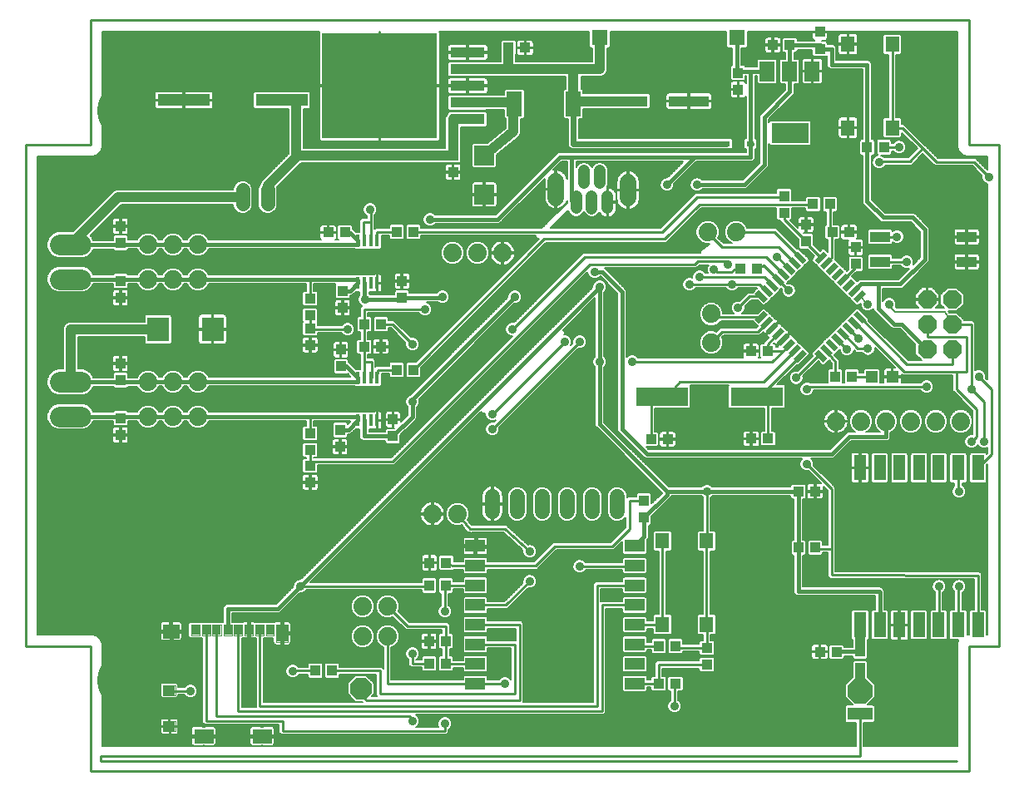
<source format=gtl>
G75*
%MOIN*%
%OFA0B0*%
%FSLAX25Y25*%
%IPPOS*%
%LPD*%
%AMOC8*
5,1,8,0,0,1.08239X$1,22.5*
%
%ADD10C,0.01000*%
%ADD11R,0.03937X0.04331*%
%ADD12R,0.04724X0.04724*%
%ADD13R,0.21000X0.07600*%
%ADD14R,0.04331X0.03937*%
%ADD15R,0.05000X0.02200*%
%ADD16R,0.02200X0.05000*%
%ADD17OC8,0.07400*%
%ADD18R,0.07874X0.04331*%
%ADD19R,0.01575X0.04724*%
%ADD20R,0.07874X0.07874*%
%ADD21R,0.05900X0.07900*%
%ADD22R,0.15000X0.07900*%
%ADD23R,0.13800X0.04100*%
%ADD24R,0.45900X0.42000*%
%ADD25R,0.05906X0.09843*%
%ADD26C,0.07400*%
%ADD27R,0.05512X0.06299*%
%ADD28R,0.03150X0.02362*%
%ADD29R,0.16000X0.04300*%
%ADD30C,0.08400*%
%ADD31C,0.05600*%
%ADD32R,0.07874X0.04724*%
%ADD33C,0.06000*%
%ADD34R,0.21100X0.04700*%
%ADD35R,0.08900X0.09800*%
%ADD36OC8,0.10000*%
%ADD37R,0.05000X0.10000*%
%ADD38R,0.10000X0.05000*%
%ADD39C,0.00004*%
%ADD40R,0.03350X0.04300*%
%ADD41R,0.02950X0.04300*%
%ADD42R,0.04606X0.07059*%
%ADD43R,0.07509X0.05306*%
%ADD44R,0.04706X0.03955*%
%ADD45R,0.06108X0.05307*%
%ADD46OC8,0.08500*%
%ADD47C,0.04756*%
%ADD48C,0.06600*%
%ADD49C,0.22000*%
%ADD50C,0.03569*%
%ADD51C,0.00500*%
%ADD52C,0.01600*%
%ADD53C,0.00800*%
%ADD54C,0.04000*%
%ADD55R,0.06496X0.06496*%
%ADD56C,0.02400*%
D10*
X0055827Y0055531D02*
X0407827Y0055531D01*
X0407827Y0105531D01*
X0419827Y0105531D01*
X0419827Y0306531D01*
X0407827Y0306531D01*
X0407827Y0356531D01*
X0055827Y0356531D01*
X0055827Y0306531D01*
X0029827Y0306531D01*
X0029827Y0105531D01*
X0055827Y0105531D01*
X0055827Y0055531D01*
X0059827Y0059531D02*
X0059827Y0061531D01*
X0364127Y0061531D01*
X0364127Y0076531D01*
X0402827Y0059531D02*
X0059827Y0059531D01*
X0082627Y0073431D02*
X0087727Y0073431D01*
X0087827Y0073531D01*
X0087327Y0074031D01*
X0087327Y0077531D01*
X0087727Y0073431D02*
X0087427Y0073131D01*
X0087427Y0069431D01*
X0087369Y0073350D02*
X0092012Y0073350D01*
X0095827Y0069536D01*
X0102061Y0075531D02*
X0132827Y0075531D01*
X0132827Y0071531D01*
X0197827Y0071531D01*
X0197827Y0074531D01*
X0184827Y0075531D02*
X0184825Y0075618D01*
X0184819Y0075705D01*
X0184810Y0075792D01*
X0184797Y0075878D01*
X0184780Y0075964D01*
X0184759Y0076049D01*
X0184734Y0076132D01*
X0184706Y0076215D01*
X0184675Y0076296D01*
X0184640Y0076376D01*
X0184601Y0076454D01*
X0184559Y0076531D01*
X0184514Y0076606D01*
X0184465Y0076678D01*
X0184414Y0076749D01*
X0184359Y0076817D01*
X0184302Y0076882D01*
X0184241Y0076945D01*
X0184178Y0077006D01*
X0184113Y0077063D01*
X0184045Y0077118D01*
X0183974Y0077169D01*
X0183902Y0077218D01*
X0183827Y0077263D01*
X0183750Y0077305D01*
X0183672Y0077344D01*
X0183592Y0077379D01*
X0183511Y0077410D01*
X0183428Y0077438D01*
X0183345Y0077463D01*
X0183260Y0077484D01*
X0183174Y0077501D01*
X0183088Y0077514D01*
X0183001Y0077523D01*
X0182914Y0077529D01*
X0182827Y0077531D01*
X0106371Y0077531D01*
X0106371Y0112067D01*
X0102061Y0112086D02*
X0102061Y0075531D01*
X0115026Y0079531D02*
X0115026Y0112086D01*
X0123684Y0112075D02*
X0123684Y0081531D01*
X0126126Y0081531D01*
X0126827Y0081531D01*
X0258827Y0081531D01*
X0258827Y0129909D01*
X0273827Y0129909D01*
X0273827Y0137531D02*
X0251827Y0137531D01*
X0241827Y0145531D02*
X0234079Y0137783D01*
X0210047Y0137783D01*
X0200827Y0137783D01*
X0198373Y0138931D01*
X0203598Y0137783D02*
X0210047Y0137783D01*
X0211173Y0144531D02*
X0210047Y0145657D01*
X0207827Y0152531D02*
X0221827Y0152531D01*
X0231827Y0143531D01*
X0241827Y0145531D02*
X0264827Y0145531D01*
X0271827Y0152531D01*
X0271827Y0163778D01*
X0277627Y0163778D01*
X0302677Y0167531D02*
X0302827Y0167531D01*
X0302827Y0147815D01*
X0302677Y0147665D01*
X0302677Y0114201D01*
X0302827Y0114201D01*
X0302827Y0104878D01*
X0290173Y0104878D01*
X0290173Y0105531D01*
X0283480Y0105531D02*
X0273827Y0105531D01*
X0273827Y0106287D01*
X0273827Y0114161D02*
X0284961Y0114161D01*
X0284961Y0114201D01*
X0284961Y0147665D01*
X0273827Y0122035D02*
X0260827Y0122035D01*
X0260827Y0079531D01*
X0115026Y0079531D01*
X0095827Y0087531D02*
X0087756Y0087531D01*
X0087369Y0087918D01*
X0136827Y0095531D02*
X0136827Y0095731D01*
X0145980Y0095731D01*
X0152673Y0095731D02*
X0171827Y0095731D01*
X0171827Y0086531D01*
X0225827Y0086531D01*
X0225827Y0106287D01*
X0210047Y0106287D01*
X0198173Y0107531D02*
X0198173Y0113531D01*
X0182827Y0113531D01*
X0174827Y0121531D01*
X0174827Y0109531D02*
X0174827Y0090539D01*
X0210047Y0090539D01*
X0221827Y0090539D01*
X0221827Y0090531D01*
X0227827Y0083931D02*
X0166327Y0083931D01*
X0164127Y0088531D01*
X0184827Y0098531D02*
X0191480Y0098531D01*
X0184827Y0098531D02*
X0184827Y0102531D01*
X0198173Y0098531D02*
X0198291Y0098413D01*
X0210047Y0098413D01*
X0198173Y0098531D02*
X0198173Y0107531D01*
X0210047Y0114161D02*
X0227827Y0114161D01*
X0227827Y0083931D01*
X0273827Y0090531D02*
X0283480Y0090531D01*
X0283480Y0098185D01*
X0302827Y0098185D01*
X0290173Y0090531D02*
X0289827Y0090531D01*
X0289827Y0081531D01*
X0273827Y0090531D02*
X0273827Y0090539D01*
X0231827Y0131531D02*
X0222331Y0122035D01*
X0210047Y0122035D01*
X0210047Y0129909D02*
X0198251Y0129909D01*
X0198173Y0129831D01*
X0197827Y0129831D02*
X0197827Y0119531D01*
X0191480Y0129531D02*
X0191480Y0129831D01*
X0191480Y0129531D02*
X0139827Y0129531D01*
X0202827Y0158531D02*
X0207827Y0152531D01*
X0176827Y0179531D02*
X0255827Y0258531D01*
X0297827Y0258531D01*
X0299127Y0259831D01*
X0310127Y0259831D01*
X0311327Y0258631D01*
X0313827Y0256531D02*
X0316080Y0256531D01*
X0316280Y0256731D01*
X0316080Y0257531D01*
X0313827Y0256531D02*
X0312627Y0255331D01*
X0306727Y0255331D01*
X0305627Y0256431D01*
X0299827Y0253531D02*
X0325827Y0253531D01*
X0329036Y0250322D01*
X0329036Y0250141D01*
X0331263Y0252368D02*
X0333827Y0249804D01*
X0335627Y0248131D01*
X0331263Y0252368D02*
X0325600Y0258031D01*
X0322973Y0256731D01*
X0326554Y0261531D02*
X0333490Y0254595D01*
X0335717Y0256822D02*
X0331008Y0261531D01*
X0330827Y0261531D01*
X0331462Y0265531D02*
X0308827Y0265531D01*
X0303127Y0271231D01*
X0303127Y0271531D01*
X0314527Y0271531D02*
X0329917Y0271531D01*
X0340172Y0261276D01*
X0337944Y0259049D02*
X0331462Y0265531D01*
X0326554Y0261531D02*
X0253827Y0261531D01*
X0224827Y0232531D01*
X0245827Y0227531D02*
X0216827Y0198531D01*
X0216827Y0192531D02*
X0251827Y0227531D01*
X0272827Y0219531D02*
X0329008Y0219531D01*
X0335717Y0226241D01*
X0333252Y0223775D01*
X0327213Y0223775D01*
X0327213Y0226644D01*
X0331263Y0230695D01*
X0326809Y0235149D02*
X0323191Y0231531D01*
X0308826Y0231531D01*
X0304543Y0227249D01*
X0305816Y0237376D02*
X0304543Y0238649D01*
X0305816Y0237376D02*
X0324582Y0237376D01*
X0319982Y0245687D02*
X0315227Y0241131D01*
X0319982Y0245687D02*
X0324582Y0245687D01*
X0326444Y0247914D02*
X0323827Y0250531D01*
X0312827Y0250531D01*
X0295827Y0250531D01*
X0285946Y0268651D02*
X0299827Y0282531D01*
X0345259Y0282531D01*
X0345379Y0282651D01*
X0352072Y0282651D02*
X0352072Y0271460D01*
X0353056Y0271444D01*
X0352827Y0271444D01*
X0352827Y0261167D01*
X0350709Y0259049D01*
X0348482Y0261276D02*
X0343827Y0265932D01*
X0342527Y0267785D01*
X0333727Y0276585D01*
X0333727Y0279285D01*
X0333280Y0285531D02*
X0333727Y0285978D01*
X0333280Y0285531D02*
X0298827Y0285531D01*
X0284827Y0271531D01*
X0185173Y0271531D01*
X0178480Y0271531D02*
X0170665Y0271531D01*
X0170665Y0268022D01*
X0168106Y0268022D02*
X0168106Y0275531D01*
X0165227Y0275531D01*
X0165227Y0268022D01*
X0165547Y0268022D01*
X0167827Y0268022D02*
X0168106Y0268022D01*
X0168106Y0275531D02*
X0168106Y0280531D01*
X0167827Y0280531D01*
X0143827Y0252531D02*
X0143827Y0244878D01*
X0143827Y0238185D02*
X0143827Y0232531D01*
X0158827Y0232531D01*
X0165480Y0234531D02*
X0165480Y0240531D01*
X0189827Y0240531D01*
X0176827Y0234531D02*
X0172173Y0234531D01*
X0176827Y0234531D02*
X0184827Y0226531D01*
X0185134Y0216208D02*
X0237576Y0268651D01*
X0285946Y0268651D01*
X0326444Y0247914D02*
X0326809Y0247914D01*
X0357390Y0252368D02*
X0362192Y0257169D01*
X0362421Y0258685D01*
X0372157Y0259531D02*
X0382827Y0259531D01*
X0379027Y0269631D02*
X0371257Y0269631D01*
X0372157Y0269531D01*
X0364583Y0250744D02*
X0364583Y0250652D01*
X0364072Y0237376D02*
X0382917Y0218531D01*
X0401127Y0218531D01*
X0401079Y0225783D01*
X0401079Y0224531D01*
X0406827Y0229631D02*
X0391079Y0229631D01*
X0391079Y0234531D01*
X0401079Y0234531D02*
X0408827Y0234531D01*
X0408827Y0208531D01*
X0413827Y0203531D01*
X0413827Y0187531D01*
X0410827Y0189531D02*
X0410827Y0200531D01*
X0402827Y0208531D01*
X0402827Y0215531D01*
X0406827Y0215531D01*
X0406827Y0229631D01*
X0402827Y0215531D02*
X0381827Y0215531D01*
X0362209Y0235149D01*
X0361845Y0235149D01*
X0359618Y0232922D02*
X0363627Y0228913D01*
X0363627Y0228831D01*
X0363354Y0224731D02*
X0357390Y0230695D01*
X0355163Y0228468D02*
X0355163Y0228295D01*
X0358927Y0224531D01*
X0363354Y0224731D02*
X0367327Y0224731D01*
X0354295Y0219427D02*
X0354295Y0213638D01*
X0360988Y0213638D02*
X0362191Y0213435D01*
X0368839Y0213435D01*
X0354295Y0219427D02*
X0350709Y0224013D01*
X0347997Y0222371D02*
X0338557Y0213131D01*
X0342827Y0208531D02*
X0343827Y0209531D01*
X0390827Y0209531D01*
X0411827Y0213531D02*
X0416827Y0208531D01*
X0416827Y0182405D01*
X0411449Y0177027D01*
X0403575Y0177027D02*
X0403575Y0167531D01*
X0403827Y0167531D01*
X0408827Y0187531D02*
X0410827Y0189531D01*
X0352824Y0168534D02*
X0352824Y0144531D01*
X0346173Y0144531D01*
X0346173Y0145031D01*
X0352824Y0144531D02*
X0352824Y0134021D01*
X0411449Y0133931D01*
X0411449Y0114035D01*
X0403575Y0114035D02*
X0403575Y0129279D01*
X0403827Y0129531D01*
X0395827Y0129531D02*
X0395827Y0114161D01*
X0395701Y0114035D01*
X0364205Y0114035D02*
X0364127Y0114035D01*
X0352824Y0168534D02*
X0342827Y0178531D01*
X0327273Y0188672D02*
X0327273Y0204685D01*
X0327273Y0208888D01*
X0340172Y0221786D01*
X0337827Y0223896D02*
X0325462Y0211531D01*
X0291827Y0211531D01*
X0286827Y0205531D01*
X0284827Y0205531D01*
X0280423Y0205531D01*
X0280423Y0188437D01*
X0323673Y0204685D02*
X0327273Y0204685D01*
X0406921Y0259531D02*
X0406921Y0269531D01*
X0415827Y0293531D02*
X0409827Y0299531D01*
X0394827Y0299531D01*
X0389327Y0305031D01*
X0384087Y0299791D01*
X0372087Y0299791D01*
X0371827Y0299531D01*
X0373736Y0305500D02*
X0379795Y0305500D01*
X0379827Y0305531D01*
X0381063Y0313295D02*
X0389327Y0305031D01*
X0381063Y0313295D02*
X0377087Y0313295D01*
X0377087Y0346760D01*
X0165480Y0234531D02*
X0165480Y0225531D01*
X0165480Y0219531D01*
X0165480Y0219631D01*
X0168427Y0219631D01*
X0168427Y0213022D01*
X0168106Y0213022D01*
X0165547Y0213022D02*
X0165480Y0213022D01*
X0165480Y0219531D01*
X0170798Y0216208D02*
X0178441Y0216208D01*
X0170798Y0216208D02*
X0170665Y0213022D01*
X0143827Y0197531D02*
X0143827Y0190878D01*
X0143827Y0184185D02*
X0143827Y0179531D01*
X0176827Y0179531D01*
X0143827Y0177878D02*
X0143827Y0184185D01*
X0078827Y0211531D02*
X0069937Y0211531D01*
X0069918Y0211529D01*
X0069899Y0211524D01*
X0069882Y0211516D01*
X0069866Y0211505D01*
X0069853Y0211492D01*
X0069842Y0211476D01*
X0069834Y0211459D01*
X0069829Y0211440D01*
X0069827Y0211421D01*
X0143827Y0232878D02*
X0143827Y0238185D01*
D11*
X0156827Y0241185D03*
X0156827Y0247878D03*
X0165480Y0234531D03*
X0172173Y0234531D03*
X0180627Y0245185D03*
X0180627Y0251878D03*
X0178480Y0271531D03*
X0185173Y0271531D03*
X0201098Y0295542D03*
X0201098Y0302235D03*
X0315327Y0328585D03*
X0315327Y0335278D03*
X0348057Y0344971D03*
X0348057Y0351664D03*
X0367043Y0305500D03*
X0373736Y0305500D03*
X0352072Y0282651D03*
X0345379Y0282651D03*
X0342527Y0274478D03*
X0342527Y0267785D03*
X0362421Y0265378D03*
X0362421Y0258685D03*
X0360988Y0213638D03*
X0354295Y0213638D03*
X0277627Y0163778D03*
X0277627Y0157085D03*
X0339480Y0145031D03*
X0346173Y0145031D03*
X0364227Y0103378D03*
X0364227Y0096685D03*
X0290173Y0105531D03*
X0283480Y0105531D03*
X0198173Y0107531D03*
X0191480Y0107531D03*
X0191480Y0098531D03*
X0198173Y0098531D03*
X0152673Y0095731D03*
X0145980Y0095731D03*
X0191480Y0129831D03*
X0198173Y0129831D03*
X0198373Y0138931D03*
X0191680Y0138931D03*
X0155827Y0185485D03*
X0155827Y0192178D03*
X0177027Y0189685D03*
X0177027Y0196378D03*
X0178441Y0216208D03*
X0185134Y0216208D03*
X0156127Y0217685D03*
X0156127Y0224378D03*
X0067827Y0218878D03*
X0067827Y0212185D03*
X0067827Y0196878D03*
X0067827Y0190185D03*
X0067827Y0245185D03*
X0067827Y0251878D03*
X0067827Y0267185D03*
X0067827Y0273878D03*
D12*
X0368839Y0213435D03*
X0377106Y0213435D03*
D13*
X0322827Y0205531D03*
X0284827Y0205531D03*
D14*
X0287116Y0188437D03*
X0280423Y0188437D03*
X0320580Y0188672D03*
X0327273Y0188672D03*
X0339480Y0167531D03*
X0346173Y0167531D03*
X0327213Y0223775D03*
X0320520Y0223775D03*
X0322973Y0256731D03*
X0316280Y0256731D03*
X0353056Y0271444D03*
X0359749Y0271444D03*
X0333727Y0279285D03*
X0333727Y0285978D03*
X0229972Y0345338D03*
X0223280Y0345338D03*
X0329280Y0346431D03*
X0335973Y0346431D03*
X0157773Y0271331D03*
X0151080Y0271331D03*
X0143827Y0244878D03*
X0143827Y0238185D03*
X0143827Y0232878D03*
X0143827Y0226185D03*
X0165480Y0225531D03*
X0172173Y0225531D03*
X0143827Y0190878D03*
X0143827Y0184185D03*
X0143827Y0177878D03*
X0143827Y0171185D03*
X0283480Y0090531D03*
X0290173Y0090531D03*
X0302827Y0098185D03*
X0302827Y0104878D03*
X0348080Y0103231D03*
X0354773Y0103231D03*
D15*
G36*
X0342717Y0222775D02*
X0339183Y0219241D01*
X0337627Y0220797D01*
X0341161Y0224331D01*
X0342717Y0222775D01*
G37*
G36*
X0340489Y0225002D02*
X0336955Y0221468D01*
X0335399Y0223024D01*
X0338933Y0226558D01*
X0340489Y0225002D01*
G37*
G36*
X0338262Y0227230D02*
X0334728Y0223696D01*
X0333172Y0225252D01*
X0336706Y0228786D01*
X0338262Y0227230D01*
G37*
G36*
X0336035Y0229457D02*
X0332501Y0225923D01*
X0330945Y0227479D01*
X0334479Y0231013D01*
X0336035Y0229457D01*
G37*
G36*
X0333808Y0231684D02*
X0330274Y0228150D01*
X0328718Y0229706D01*
X0332252Y0233240D01*
X0333808Y0231684D01*
G37*
G36*
X0331581Y0233911D02*
X0328047Y0230377D01*
X0326491Y0231933D01*
X0330025Y0235467D01*
X0331581Y0233911D01*
G37*
G36*
X0329354Y0236138D02*
X0325820Y0232604D01*
X0324264Y0234160D01*
X0327798Y0237694D01*
X0329354Y0236138D01*
G37*
G36*
X0327127Y0238365D02*
X0323593Y0234831D01*
X0322037Y0236387D01*
X0325571Y0239921D01*
X0327127Y0238365D01*
G37*
G36*
X0357708Y0255584D02*
X0354174Y0252050D01*
X0352618Y0253606D01*
X0356152Y0257140D01*
X0357708Y0255584D01*
G37*
G36*
X0359935Y0253357D02*
X0356401Y0249823D01*
X0354845Y0251379D01*
X0358379Y0254913D01*
X0359935Y0253357D01*
G37*
G36*
X0362163Y0251130D02*
X0358629Y0247596D01*
X0357073Y0249152D01*
X0360607Y0252686D01*
X0362163Y0251130D01*
G37*
G36*
X0364390Y0248903D02*
X0360856Y0245369D01*
X0359300Y0246925D01*
X0362834Y0250459D01*
X0364390Y0248903D01*
G37*
G36*
X0366617Y0246676D02*
X0363083Y0243142D01*
X0361527Y0244698D01*
X0365061Y0248232D01*
X0366617Y0246676D01*
G37*
G36*
X0355481Y0257811D02*
X0351947Y0254277D01*
X0350391Y0255833D01*
X0353925Y0259367D01*
X0355481Y0257811D01*
G37*
G36*
X0353254Y0260038D02*
X0349720Y0256504D01*
X0348164Y0258060D01*
X0351698Y0261594D01*
X0353254Y0260038D01*
G37*
G36*
X0351027Y0262265D02*
X0347493Y0258731D01*
X0345937Y0260287D01*
X0349471Y0263821D01*
X0351027Y0262265D01*
G37*
D16*
G36*
X0342717Y0260287D02*
X0341161Y0258731D01*
X0337627Y0262265D01*
X0339183Y0263821D01*
X0342717Y0260287D01*
G37*
G36*
X0340489Y0258060D02*
X0338933Y0256504D01*
X0335399Y0260038D01*
X0336955Y0261594D01*
X0340489Y0258060D01*
G37*
G36*
X0338262Y0255833D02*
X0336706Y0254277D01*
X0333172Y0257811D01*
X0334728Y0259367D01*
X0338262Y0255833D01*
G37*
G36*
X0336035Y0253606D02*
X0334479Y0252050D01*
X0330945Y0255584D01*
X0332501Y0257140D01*
X0336035Y0253606D01*
G37*
G36*
X0333808Y0251379D02*
X0332252Y0249823D01*
X0328718Y0253357D01*
X0330274Y0254913D01*
X0333808Y0251379D01*
G37*
G36*
X0331581Y0249152D02*
X0330025Y0247596D01*
X0326491Y0251130D01*
X0328047Y0252686D01*
X0331581Y0249152D01*
G37*
G36*
X0329354Y0246925D02*
X0327798Y0245369D01*
X0324264Y0248903D01*
X0325820Y0250459D01*
X0329354Y0246925D01*
G37*
G36*
X0327127Y0244698D02*
X0325571Y0243142D01*
X0322037Y0246676D01*
X0323593Y0248232D01*
X0327127Y0244698D01*
G37*
G36*
X0359935Y0229706D02*
X0358379Y0228150D01*
X0354845Y0231684D01*
X0356401Y0233240D01*
X0359935Y0229706D01*
G37*
G36*
X0362163Y0231933D02*
X0360607Y0230377D01*
X0357073Y0233911D01*
X0358629Y0235467D01*
X0362163Y0231933D01*
G37*
G36*
X0364390Y0234160D02*
X0362834Y0232604D01*
X0359300Y0236138D01*
X0360856Y0237694D01*
X0364390Y0234160D01*
G37*
G36*
X0366617Y0236387D02*
X0365061Y0234831D01*
X0361527Y0238365D01*
X0363083Y0239921D01*
X0366617Y0236387D01*
G37*
G36*
X0357708Y0227479D02*
X0356152Y0225923D01*
X0352618Y0229457D01*
X0354174Y0231013D01*
X0357708Y0227479D01*
G37*
G36*
X0355481Y0225252D02*
X0353925Y0223696D01*
X0350391Y0227230D01*
X0351947Y0228786D01*
X0355481Y0225252D01*
G37*
G36*
X0353254Y0223024D02*
X0351698Y0221468D01*
X0348164Y0225002D01*
X0349720Y0226558D01*
X0353254Y0223024D01*
G37*
G36*
X0351027Y0220797D02*
X0349471Y0219241D01*
X0345937Y0222775D01*
X0347493Y0224331D01*
X0351027Y0220797D01*
G37*
D17*
X0391079Y0224531D03*
X0401079Y0224531D03*
X0401079Y0234531D03*
X0391079Y0234531D03*
X0391079Y0244531D03*
X0401079Y0244531D03*
D18*
X0406921Y0259531D03*
X0406921Y0269531D03*
X0372157Y0269531D03*
X0372157Y0259531D03*
D19*
X0170665Y0251040D03*
X0168106Y0251040D03*
X0165547Y0251040D03*
X0162988Y0251040D03*
X0162988Y0268022D03*
X0165547Y0268022D03*
X0168106Y0268022D03*
X0170665Y0268022D03*
X0170665Y0213022D03*
X0168106Y0213022D03*
X0165547Y0213022D03*
X0162988Y0213022D03*
X0162988Y0196040D03*
X0165547Y0196040D03*
X0168106Y0196040D03*
X0170665Y0196040D03*
D20*
X0213612Y0286501D03*
X0213612Y0302249D03*
D21*
X0327038Y0335931D03*
X0336038Y0335931D03*
X0345038Y0335931D03*
D22*
X0336138Y0311131D03*
D23*
X0206902Y0316690D03*
X0206902Y0323390D03*
X0206902Y0330090D03*
X0206902Y0336790D03*
X0206902Y0343490D03*
D24*
X0171702Y0330090D03*
D25*
X0225715Y0322884D03*
X0249337Y0322884D03*
D26*
X0303127Y0271531D03*
X0314527Y0271531D03*
X0304543Y0238649D03*
X0304543Y0227249D03*
X0354527Y0195631D03*
X0364527Y0195631D03*
X0374527Y0195631D03*
X0384527Y0195631D03*
X0394527Y0195631D03*
X0404527Y0195631D03*
X0220927Y0263131D03*
X0210927Y0263131D03*
X0200927Y0263131D03*
X0098827Y0266531D03*
X0088827Y0266531D03*
X0078827Y0266531D03*
X0078827Y0252531D03*
X0088827Y0252531D03*
X0098827Y0252531D03*
X0098827Y0211531D03*
X0088827Y0211531D03*
X0078827Y0211531D03*
X0078827Y0197531D03*
X0088827Y0197531D03*
X0098827Y0197531D03*
X0192827Y0158531D03*
X0202827Y0158531D03*
X0174827Y0121531D03*
X0164827Y0121531D03*
X0164827Y0109531D03*
X0174827Y0109531D03*
D27*
X0284961Y0114201D03*
X0302677Y0114201D03*
X0302677Y0147665D03*
X0284961Y0147665D03*
X0359370Y0313295D03*
X0377087Y0313295D03*
X0377087Y0346760D03*
X0359370Y0346760D03*
D28*
X0320315Y0306901D03*
X0310472Y0306901D03*
D29*
X0295627Y0323931D03*
X0271027Y0323931D03*
D30*
X0052027Y0266421D02*
X0043627Y0266421D01*
X0043627Y0252642D02*
X0052027Y0252642D01*
X0052027Y0211421D02*
X0043627Y0211421D01*
X0043627Y0197642D02*
X0052027Y0197642D01*
D31*
X0116827Y0282731D02*
X0116827Y0288331D01*
X0126827Y0288331D02*
X0126827Y0282731D01*
D32*
X0210047Y0145657D03*
X0210047Y0137783D03*
X0210047Y0129909D03*
X0210047Y0122035D03*
X0210047Y0114161D03*
X0210047Y0106287D03*
X0210047Y0098413D03*
X0210047Y0090539D03*
X0273827Y0090539D03*
X0273827Y0098413D03*
X0273827Y0106287D03*
X0273827Y0114161D03*
X0273827Y0122035D03*
X0273827Y0129909D03*
X0273827Y0137783D03*
X0273827Y0145657D03*
D33*
X0266827Y0159531D02*
X0266827Y0165531D01*
X0256827Y0165531D02*
X0256827Y0159531D01*
X0246827Y0159531D02*
X0246827Y0165531D01*
X0236827Y0165531D02*
X0236827Y0159531D01*
X0226827Y0159531D02*
X0226827Y0165531D01*
X0216827Y0165531D02*
X0216827Y0159531D01*
D34*
X0132427Y0324331D03*
X0093227Y0324331D03*
D35*
X0082927Y0232531D03*
X0104727Y0232531D03*
D36*
X0364227Y0087531D03*
D37*
X0364205Y0114035D03*
X0372079Y0114035D03*
X0379953Y0114035D03*
X0387827Y0114035D03*
X0395701Y0114035D03*
X0403575Y0114035D03*
X0411449Y0114035D03*
X0411449Y0177027D03*
X0403575Y0177027D03*
X0395701Y0177027D03*
X0387827Y0177027D03*
X0379953Y0177027D03*
X0372079Y0177027D03*
X0364205Y0177027D03*
D38*
X0364127Y0078431D03*
D39*
X0134885Y0107166D02*
X0130279Y0107166D01*
X0130279Y0114225D01*
X0134885Y0114225D01*
X0134885Y0107166D01*
X0129328Y0109921D02*
X0126375Y0109921D01*
X0126375Y0114225D01*
X0129328Y0114225D01*
X0129328Y0109921D01*
X0125372Y0109921D02*
X0125372Y0114225D01*
X0122020Y0114225D01*
X0122020Y0109921D01*
X0125372Y0109921D01*
X0121017Y0109921D02*
X0117713Y0109921D01*
X0117713Y0114225D01*
X0121017Y0114225D01*
X0121017Y0109921D01*
X0116713Y0109921D02*
X0116713Y0114225D01*
X0113359Y0114225D01*
X0113359Y0109921D01*
X0116713Y0109921D01*
X0112408Y0109921D02*
X0112408Y0114225D01*
X0109054Y0114225D01*
X0109054Y0109921D01*
X0112408Y0109921D01*
X0108052Y0109921D02*
X0104698Y0109921D01*
X0104698Y0114225D01*
X0108052Y0114225D01*
X0108052Y0109921D01*
X0103746Y0109921D02*
X0103746Y0114225D01*
X0100393Y0114225D01*
X0100393Y0109921D01*
X0103746Y0109921D01*
X0099442Y0109921D02*
X0096087Y0109921D01*
X0096087Y0114225D01*
X0099442Y0114225D01*
X0099442Y0109921D01*
X0091131Y0108919D02*
X0085023Y0108919D01*
X0085023Y0114225D01*
X0091131Y0114225D01*
X0091131Y0108919D01*
X0089730Y0089896D02*
X0089730Y0085942D01*
X0085023Y0085942D01*
X0085023Y0089896D01*
X0089730Y0089896D01*
X0089730Y0075329D02*
X0089730Y0071374D01*
X0085023Y0071374D01*
X0085023Y0075329D01*
X0089730Y0075329D01*
X0097439Y0072174D02*
X0097439Y0066868D01*
X0104898Y0066868D01*
X0104898Y0072174D01*
X0097439Y0072174D01*
X0120867Y0072174D02*
X0120867Y0066868D01*
X0128377Y0066868D01*
X0128377Y0072174D01*
X0120867Y0072174D01*
D40*
X0119328Y0112086D03*
X0115026Y0112086D03*
X0110733Y0112076D03*
X0106371Y0112067D03*
X0102061Y0112086D03*
X0097768Y0112086D03*
X0123684Y0112075D03*
D41*
X0127855Y0112076D03*
D42*
X0132578Y0110700D03*
D43*
X0124614Y0069538D03*
X0101133Y0069536D03*
D44*
X0087369Y0073350D03*
X0087369Y0087918D03*
D45*
X0088085Y0111590D03*
D46*
X0164127Y0088531D03*
D47*
X0250383Y0281002D02*
X0250383Y0285758D01*
X0256715Y0285706D02*
X0256715Y0280950D01*
X0262995Y0281054D02*
X0262995Y0285810D01*
X0259906Y0291270D02*
X0259906Y0296026D01*
X0253575Y0296026D02*
X0253575Y0291270D01*
D48*
X0242290Y0291884D02*
X0242290Y0285284D01*
X0271224Y0284990D02*
X0271224Y0291590D01*
D49*
X0392316Y0320205D03*
X0069504Y0320134D03*
X0052504Y0131748D03*
X0069504Y0091748D03*
X0392316Y0091741D03*
D50*
X0373260Y0093579D03*
X0354760Y0093079D03*
X0354260Y0082579D03*
X0373260Y0083579D03*
X0374260Y0103579D03*
X0356260Y0112579D03*
X0365260Y0123579D03*
X0379260Y0124579D03*
X0395827Y0129531D03*
X0403827Y0129531D03*
X0347218Y0157044D03*
X0370218Y0164044D03*
X0342827Y0178531D03*
X0304260Y0188579D03*
X0302827Y0167531D03*
X0251827Y0137531D03*
X0231827Y0131531D03*
X0231827Y0143531D03*
X0218260Y0144579D03*
X0197827Y0119531D03*
X0184827Y0102531D03*
X0221827Y0090531D03*
X0197827Y0074531D03*
X0184827Y0075531D03*
X0138260Y0089579D03*
X0136827Y0095531D03*
X0119360Y0102279D03*
X0093260Y0096579D03*
X0095827Y0087531D03*
X0112760Y0069479D03*
X0139827Y0129531D03*
X0149840Y0171273D03*
X0161740Y0184873D03*
X0177040Y0202573D03*
X0184827Y0203531D03*
X0216827Y0198531D03*
X0216827Y0192531D03*
X0242260Y0193579D03*
X0259827Y0219531D03*
X0251827Y0227531D03*
X0245827Y0227531D03*
X0242260Y0238579D03*
X0225827Y0245531D03*
X0239260Y0256579D03*
X0257827Y0255531D03*
X0259827Y0249531D03*
X0295827Y0250531D03*
X0299827Y0253531D03*
X0305627Y0256431D03*
X0311327Y0258631D03*
X0312827Y0250531D03*
X0315227Y0241131D03*
X0335627Y0248131D03*
X0344418Y0241544D03*
X0367236Y0242583D03*
X0375839Y0242563D03*
X0363627Y0228831D03*
X0367327Y0224731D03*
X0358927Y0224531D03*
X0338557Y0213131D03*
X0342827Y0208531D03*
X0312444Y0223195D03*
X0272827Y0219531D03*
X0224827Y0232531D03*
X0196827Y0245531D03*
X0189827Y0240531D03*
X0184827Y0226531D03*
X0177640Y0225573D03*
X0158827Y0232531D03*
X0150085Y0228245D03*
X0165827Y0244531D03*
X0175640Y0248473D03*
X0150540Y0248273D03*
X0112920Y0229241D03*
X0096120Y0232641D03*
X0089540Y0278273D03*
X0156340Y0285173D03*
X0167827Y0280531D03*
X0191827Y0276531D03*
X0203160Y0288579D03*
X0222560Y0288279D03*
X0234260Y0280579D03*
X0280012Y0294714D03*
X0286827Y0290531D03*
X0298827Y0290531D03*
X0332218Y0273644D03*
X0348218Y0276844D03*
X0362218Y0280044D03*
X0379027Y0269631D03*
X0382827Y0259531D03*
X0385783Y0286836D03*
X0371827Y0299531D03*
X0379827Y0305531D03*
X0415827Y0293531D03*
X0344820Y0327441D03*
X0322820Y0345441D03*
X0295920Y0329741D03*
X0309120Y0323941D03*
X0353420Y0349441D03*
X0367120Y0347941D03*
X0236420Y0345641D03*
X0217620Y0329941D03*
X0171720Y0330741D03*
X0144720Y0333741D03*
X0093220Y0332841D03*
X0092920Y0317841D03*
X0330827Y0261531D03*
X0411827Y0213531D03*
X0408827Y0208531D03*
X0390827Y0209531D03*
X0408827Y0187531D03*
X0413827Y0187531D03*
X0403827Y0167531D03*
X0289827Y0081531D03*
X0232260Y0107579D03*
D51*
X0229377Y0107356D02*
X0257277Y0107356D01*
X0257277Y0107854D02*
X0229377Y0107854D01*
X0229377Y0108353D02*
X0257277Y0108353D01*
X0257277Y0108851D02*
X0229377Y0108851D01*
X0229377Y0109350D02*
X0257277Y0109350D01*
X0257277Y0109848D02*
X0229377Y0109848D01*
X0229377Y0110347D02*
X0257277Y0110347D01*
X0257277Y0110845D02*
X0229377Y0110845D01*
X0229377Y0111344D02*
X0257277Y0111344D01*
X0257277Y0111842D02*
X0229377Y0111842D01*
X0229377Y0112341D02*
X0257277Y0112341D01*
X0257277Y0112839D02*
X0229377Y0112839D01*
X0229377Y0113338D02*
X0257277Y0113338D01*
X0257277Y0113836D02*
X0229377Y0113836D01*
X0229377Y0114335D02*
X0257277Y0114335D01*
X0257277Y0114833D02*
X0229347Y0114833D01*
X0229377Y0114803D02*
X0228469Y0115711D01*
X0215034Y0115711D01*
X0215034Y0116958D01*
X0214419Y0117573D01*
X0205675Y0117573D01*
X0205060Y0116958D01*
X0205060Y0111364D01*
X0205675Y0110749D01*
X0214419Y0110749D01*
X0215034Y0111364D01*
X0215034Y0112611D01*
X0226277Y0112611D01*
X0226277Y0107837D01*
X0215034Y0107837D01*
X0215034Y0109084D01*
X0214419Y0109699D01*
X0205675Y0109699D01*
X0205060Y0109084D01*
X0205060Y0103490D01*
X0205675Y0102875D01*
X0214419Y0102875D01*
X0215034Y0103490D01*
X0215034Y0104737D01*
X0224277Y0104737D01*
X0224277Y0092023D01*
X0224230Y0092137D01*
X0223432Y0092934D01*
X0222391Y0093366D01*
X0221263Y0093366D01*
X0220221Y0092934D01*
X0219424Y0092137D01*
X0219404Y0092089D01*
X0215034Y0092089D01*
X0215034Y0093336D01*
X0214419Y0093951D01*
X0205675Y0093951D01*
X0205060Y0093336D01*
X0205060Y0092089D01*
X0176377Y0092089D01*
X0176377Y0105032D01*
X0177517Y0105504D01*
X0178854Y0106841D01*
X0179577Y0108586D01*
X0179577Y0110476D01*
X0178854Y0112222D01*
X0177517Y0113558D01*
X0175772Y0114281D01*
X0173882Y0114281D01*
X0172136Y0113558D01*
X0170800Y0112222D01*
X0170077Y0110476D01*
X0170077Y0108586D01*
X0170800Y0106841D01*
X0172136Y0105504D01*
X0173277Y0105032D01*
X0173277Y0096473D01*
X0172469Y0097281D01*
X0155692Y0097281D01*
X0155692Y0098332D01*
X0155077Y0098947D01*
X0150270Y0098947D01*
X0149655Y0098332D01*
X0149655Y0093131D01*
X0150270Y0092516D01*
X0155077Y0092516D01*
X0155692Y0093131D01*
X0155692Y0094181D01*
X0170277Y0094181D01*
X0170277Y0085889D01*
X0170685Y0085481D01*
X0168572Y0085481D01*
X0169427Y0086336D01*
X0169427Y0090727D01*
X0166322Y0093831D01*
X0161931Y0093831D01*
X0158827Y0090727D01*
X0158827Y0086336D01*
X0161931Y0083231D01*
X0164835Y0083231D01*
X0164985Y0083081D01*
X0125234Y0083081D01*
X0125234Y0108869D01*
X0125808Y0108869D01*
X0125874Y0108935D01*
X0125939Y0108869D01*
X0129025Y0108869D01*
X0129025Y0107006D01*
X0129110Y0106688D01*
X0129274Y0106403D01*
X0129507Y0106171D01*
X0129792Y0106006D01*
X0130110Y0105921D01*
X0132328Y0105921D01*
X0132328Y0106114D01*
X0132828Y0106114D01*
X0132828Y0105921D01*
X0135045Y0105921D01*
X0135363Y0106006D01*
X0135648Y0106171D01*
X0135881Y0106403D01*
X0136046Y0106688D01*
X0136131Y0107006D01*
X0136131Y0110450D01*
X0135937Y0110450D01*
X0135937Y0110950D01*
X0136131Y0110950D01*
X0136131Y0114394D01*
X0136046Y0114712D01*
X0135881Y0114997D01*
X0135648Y0115230D01*
X0135363Y0115395D01*
X0135045Y0115480D01*
X0132828Y0115480D01*
X0132828Y0115277D01*
X0132328Y0115277D01*
X0132328Y0115480D01*
X0130110Y0115480D01*
X0129792Y0115395D01*
X0129589Y0115277D01*
X0125939Y0115277D01*
X0125874Y0115212D01*
X0125808Y0115277D01*
X0121699Y0115277D01*
X0121486Y0115401D01*
X0121168Y0115486D01*
X0119578Y0115486D01*
X0119578Y0115277D01*
X0119078Y0115277D01*
X0119078Y0115486D01*
X0117489Y0115486D01*
X0117171Y0115401D01*
X0116972Y0115286D01*
X0112916Y0115286D01*
X0112875Y0115246D01*
X0112844Y0115277D01*
X0112583Y0115277D01*
X0112583Y0118681D01*
X0131593Y0118681D01*
X0132677Y0119765D01*
X0139609Y0126697D01*
X0140391Y0126697D01*
X0141432Y0127129D01*
X0142230Y0127926D01*
X0142252Y0127981D01*
X0188462Y0127981D01*
X0188462Y0127231D01*
X0189077Y0126616D01*
X0193884Y0126616D01*
X0194499Y0127231D01*
X0194499Y0132432D01*
X0193884Y0133047D01*
X0189077Y0133047D01*
X0188462Y0132432D01*
X0188462Y0131081D01*
X0143993Y0131081D01*
X0212351Y0199439D01*
X0213009Y0198781D01*
X0213993Y0198781D01*
X0213993Y0197968D01*
X0214424Y0196926D01*
X0215221Y0196129D01*
X0216263Y0195697D01*
X0217391Y0195697D01*
X0218090Y0195987D01*
X0217446Y0195343D01*
X0217391Y0195366D01*
X0216263Y0195366D01*
X0215221Y0194934D01*
X0214424Y0194137D01*
X0213993Y0193095D01*
X0213993Y0191968D01*
X0214424Y0190926D01*
X0215221Y0190129D01*
X0216263Y0189697D01*
X0217391Y0189697D01*
X0218432Y0190129D01*
X0219230Y0190926D01*
X0219661Y0191968D01*
X0219661Y0193095D01*
X0219638Y0193151D01*
X0251208Y0224720D01*
X0251263Y0224697D01*
X0252391Y0224697D01*
X0253432Y0225129D01*
X0254230Y0225926D01*
X0254661Y0226968D01*
X0254661Y0228095D01*
X0254230Y0229137D01*
X0253432Y0229934D01*
X0252391Y0230366D01*
X0251263Y0230366D01*
X0250221Y0229934D01*
X0249424Y0229137D01*
X0248993Y0228095D01*
X0248993Y0226968D01*
X0249016Y0226912D01*
X0248371Y0226268D01*
X0248661Y0226968D01*
X0248661Y0228095D01*
X0248230Y0229137D01*
X0247432Y0229934D01*
X0246391Y0230366D01*
X0245629Y0230366D01*
X0245777Y0230514D01*
X0245777Y0231549D01*
X0245119Y0232207D01*
X0257977Y0245065D01*
X0257977Y0221690D01*
X0257424Y0221137D01*
X0256993Y0220095D01*
X0256993Y0218968D01*
X0257424Y0217926D01*
X0257977Y0217373D01*
X0257977Y0193765D01*
X0259060Y0192681D01*
X0284834Y0166908D01*
X0280645Y0162720D01*
X0280645Y0166378D01*
X0280030Y0166993D01*
X0275223Y0166993D01*
X0274608Y0166378D01*
X0274608Y0165328D01*
X0271185Y0165328D01*
X0270877Y0165020D01*
X0270877Y0166337D01*
X0270260Y0167825D01*
X0269121Y0168965D01*
X0267632Y0169581D01*
X0266021Y0169581D01*
X0264533Y0168965D01*
X0263393Y0167825D01*
X0262777Y0166337D01*
X0262777Y0158726D01*
X0263393Y0157237D01*
X0264533Y0156098D01*
X0266021Y0155481D01*
X0267632Y0155481D01*
X0269121Y0156098D01*
X0270260Y0157237D01*
X0270277Y0157277D01*
X0270277Y0153173D01*
X0264185Y0147081D01*
X0241185Y0147081D01*
X0233437Y0139333D01*
X0215034Y0139333D01*
X0215034Y0140580D01*
X0214419Y0141195D01*
X0205675Y0141195D01*
X0205060Y0140580D01*
X0205060Y0139333D01*
X0201392Y0139333D01*
X0201392Y0141532D01*
X0200777Y0142147D01*
X0195970Y0142147D01*
X0195355Y0141532D01*
X0195355Y0136331D01*
X0195970Y0135716D01*
X0200777Y0135716D01*
X0201294Y0136233D01*
X0205060Y0136233D01*
X0205060Y0134986D01*
X0205675Y0134371D01*
X0214419Y0134371D01*
X0215034Y0134986D01*
X0215034Y0136233D01*
X0234721Y0136233D01*
X0235629Y0137141D01*
X0242469Y0143981D01*
X0265469Y0143981D01*
X0266377Y0144889D01*
X0268840Y0147352D01*
X0268840Y0142860D01*
X0269455Y0142245D01*
X0278199Y0142245D01*
X0278814Y0142860D01*
X0278814Y0148028D01*
X0279477Y0148691D01*
X0279477Y0153870D01*
X0280030Y0153870D01*
X0280645Y0154485D01*
X0280645Y0157487D01*
X0288677Y0165519D01*
X0288677Y0165681D01*
X0300669Y0165681D01*
X0301221Y0165129D01*
X0301277Y0165106D01*
X0301277Y0151865D01*
X0299486Y0151865D01*
X0298871Y0151250D01*
X0298871Y0144081D01*
X0299486Y0143466D01*
X0301127Y0143466D01*
X0301127Y0118400D01*
X0299486Y0118400D01*
X0298871Y0117785D01*
X0298871Y0110616D01*
X0299486Y0110001D01*
X0301277Y0110001D01*
X0301277Y0107896D01*
X0300226Y0107896D01*
X0299611Y0107281D01*
X0299611Y0106428D01*
X0293192Y0106428D01*
X0293192Y0108132D01*
X0292577Y0108747D01*
X0287770Y0108747D01*
X0287155Y0108132D01*
X0287155Y0102931D01*
X0287770Y0102316D01*
X0292577Y0102316D01*
X0293192Y0102931D01*
X0293192Y0103328D01*
X0299611Y0103328D01*
X0299611Y0102474D01*
X0300226Y0101859D01*
X0305427Y0101859D01*
X0306042Y0102474D01*
X0306042Y0107281D01*
X0305427Y0107896D01*
X0304377Y0107896D01*
X0304377Y0110001D01*
X0305868Y0110001D01*
X0306483Y0110616D01*
X0306483Y0117785D01*
X0305868Y0118400D01*
X0304227Y0118400D01*
X0304227Y0143466D01*
X0305868Y0143466D01*
X0306483Y0144081D01*
X0306483Y0151250D01*
X0305868Y0151865D01*
X0304377Y0151865D01*
X0304377Y0165106D01*
X0304432Y0165129D01*
X0304985Y0165681D01*
X0336265Y0165681D01*
X0336265Y0165128D01*
X0336880Y0164513D01*
X0337630Y0164513D01*
X0337630Y0148247D01*
X0337077Y0148247D01*
X0336462Y0147632D01*
X0336462Y0142431D01*
X0337077Y0141816D01*
X0337630Y0141816D01*
X0337630Y0126765D01*
X0338714Y0125681D01*
X0370229Y0125681D01*
X0370229Y0120085D01*
X0369144Y0120085D01*
X0368529Y0119470D01*
X0368529Y0108600D01*
X0369144Y0107985D01*
X0375014Y0107985D01*
X0375629Y0108600D01*
X0375629Y0119470D01*
X0375014Y0120085D01*
X0373929Y0120085D01*
X0373929Y0128046D01*
X0372845Y0129129D01*
X0372593Y0129381D01*
X0341330Y0129381D01*
X0341330Y0141816D01*
X0341884Y0141816D01*
X0342499Y0142431D01*
X0342499Y0147632D01*
X0341884Y0148247D01*
X0341330Y0148247D01*
X0341330Y0164513D01*
X0342081Y0164513D01*
X0342696Y0165128D01*
X0342696Y0169935D01*
X0342081Y0170550D01*
X0336880Y0170550D01*
X0336265Y0169935D01*
X0336265Y0169381D01*
X0304985Y0169381D01*
X0304432Y0169934D01*
X0303391Y0170366D01*
X0302263Y0170366D01*
X0301221Y0169934D01*
X0300669Y0169381D01*
X0287593Y0169381D01*
X0261677Y0195298D01*
X0261677Y0217373D01*
X0262230Y0217926D01*
X0262661Y0218968D01*
X0262661Y0220095D01*
X0262230Y0221137D01*
X0261677Y0221690D01*
X0261677Y0247373D01*
X0262230Y0247926D01*
X0262661Y0248968D01*
X0262661Y0250095D01*
X0262230Y0251137D01*
X0261432Y0251934D01*
X0260391Y0252366D01*
X0259263Y0252366D01*
X0258221Y0251934D01*
X0257424Y0251137D01*
X0256993Y0250095D01*
X0256993Y0249313D01*
X0140045Y0132366D01*
X0139263Y0132366D01*
X0138221Y0131934D01*
X0137424Y0131137D01*
X0136993Y0130095D01*
X0136993Y0129313D01*
X0130060Y0122381D01*
X0109967Y0122381D01*
X0108883Y0121298D01*
X0108883Y0115277D01*
X0108618Y0115277D01*
X0108553Y0115212D01*
X0108488Y0115277D01*
X0104262Y0115277D01*
X0104222Y0115237D01*
X0104182Y0115277D01*
X0104179Y0115277D01*
X0104171Y0115286D01*
X0099951Y0115286D01*
X0099914Y0115250D01*
X0099878Y0115286D01*
X0095658Y0115286D01*
X0095043Y0114671D01*
X0095043Y0114669D01*
X0095035Y0114661D01*
X0095035Y0109485D01*
X0095651Y0108869D01*
X0099878Y0108869D01*
X0099917Y0108909D01*
X0099957Y0108869D01*
X0100511Y0108869D01*
X0100511Y0074889D01*
X0101419Y0073981D01*
X0131277Y0073981D01*
X0131277Y0070889D01*
X0132185Y0069981D01*
X0198469Y0069981D01*
X0199377Y0070889D01*
X0199377Y0072106D01*
X0199432Y0072129D01*
X0200230Y0072926D01*
X0200661Y0073968D01*
X0200661Y0075095D01*
X0200230Y0076137D01*
X0199432Y0076934D01*
X0198391Y0077366D01*
X0197263Y0077366D01*
X0196221Y0076934D01*
X0195424Y0076137D01*
X0194993Y0075095D01*
X0194993Y0073968D01*
X0195360Y0073081D01*
X0186318Y0073081D01*
X0186432Y0073129D01*
X0187230Y0073926D01*
X0187661Y0074968D01*
X0187661Y0076095D01*
X0187230Y0077137D01*
X0186432Y0077934D01*
X0186318Y0077981D01*
X0261469Y0077981D01*
X0262377Y0078889D01*
X0262377Y0120485D01*
X0268840Y0120485D01*
X0268840Y0119238D01*
X0269455Y0118623D01*
X0278199Y0118623D01*
X0278814Y0119238D01*
X0278814Y0124832D01*
X0278199Y0125447D01*
X0269455Y0125447D01*
X0268840Y0124832D01*
X0268840Y0123585D01*
X0260377Y0123585D01*
X0260377Y0128359D01*
X0268840Y0128359D01*
X0268840Y0127112D01*
X0269455Y0126497D01*
X0278199Y0126497D01*
X0278814Y0127112D01*
X0278814Y0132706D01*
X0278199Y0133321D01*
X0269455Y0133321D01*
X0268840Y0132706D01*
X0268840Y0131459D01*
X0258185Y0131459D01*
X0257277Y0130551D01*
X0257277Y0083081D01*
X0229169Y0083081D01*
X0229377Y0083289D01*
X0229377Y0114803D01*
X0228848Y0115332D02*
X0257277Y0115332D01*
X0257277Y0115830D02*
X0215034Y0115830D01*
X0215034Y0116329D02*
X0257277Y0116329D01*
X0257277Y0116827D02*
X0215034Y0116827D01*
X0214667Y0117326D02*
X0257277Y0117326D01*
X0257277Y0117824D02*
X0200128Y0117824D01*
X0200230Y0117926D02*
X0200661Y0118968D01*
X0200661Y0120095D01*
X0200230Y0121137D01*
X0199432Y0121934D01*
X0199377Y0121957D01*
X0199377Y0126616D01*
X0200577Y0126616D01*
X0201192Y0127231D01*
X0201192Y0128359D01*
X0205060Y0128359D01*
X0205060Y0127112D01*
X0205675Y0126497D01*
X0214419Y0126497D01*
X0215034Y0127112D01*
X0215034Y0132706D01*
X0214419Y0133321D01*
X0205675Y0133321D01*
X0205060Y0132706D01*
X0205060Y0131459D01*
X0201192Y0131459D01*
X0201192Y0132432D01*
X0200577Y0133047D01*
X0195770Y0133047D01*
X0195155Y0132432D01*
X0195155Y0127231D01*
X0195770Y0126616D01*
X0196277Y0126616D01*
X0196277Y0121957D01*
X0196221Y0121934D01*
X0195424Y0121137D01*
X0194993Y0120095D01*
X0194993Y0118968D01*
X0195424Y0117926D01*
X0196221Y0117129D01*
X0197263Y0116697D01*
X0198391Y0116697D01*
X0199432Y0117129D01*
X0200230Y0117926D01*
X0200394Y0118323D02*
X0257277Y0118323D01*
X0257277Y0118821D02*
X0214618Y0118821D01*
X0214419Y0118623D02*
X0215034Y0119238D01*
X0215034Y0120485D01*
X0222973Y0120485D01*
X0223881Y0121393D01*
X0231208Y0128720D01*
X0231263Y0128697D01*
X0232391Y0128697D01*
X0233432Y0129129D01*
X0234230Y0129926D01*
X0234661Y0130968D01*
X0234661Y0132095D01*
X0234230Y0133137D01*
X0233432Y0133934D01*
X0232391Y0134366D01*
X0231263Y0134366D01*
X0230221Y0133934D01*
X0229424Y0133137D01*
X0228993Y0132095D01*
X0228993Y0130968D01*
X0229016Y0130912D01*
X0221689Y0123585D01*
X0215034Y0123585D01*
X0215034Y0124832D01*
X0214419Y0125447D01*
X0205675Y0125447D01*
X0205060Y0124832D01*
X0205060Y0119238D01*
X0205675Y0118623D01*
X0214419Y0118623D01*
X0215034Y0119320D02*
X0257277Y0119320D01*
X0257277Y0119818D02*
X0215034Y0119818D01*
X0215034Y0120317D02*
X0257277Y0120317D01*
X0257277Y0120815D02*
X0223303Y0120815D01*
X0223801Y0121314D02*
X0257277Y0121314D01*
X0257277Y0121812D02*
X0224300Y0121812D01*
X0224798Y0122311D02*
X0257277Y0122311D01*
X0257277Y0122810D02*
X0225297Y0122810D01*
X0225795Y0123308D02*
X0257277Y0123308D01*
X0257277Y0123807D02*
X0226294Y0123807D01*
X0226793Y0124305D02*
X0257277Y0124305D01*
X0257277Y0124804D02*
X0227291Y0124804D01*
X0227790Y0125302D02*
X0257277Y0125302D01*
X0257277Y0125801D02*
X0228288Y0125801D01*
X0228787Y0126299D02*
X0257277Y0126299D01*
X0257277Y0126798D02*
X0229285Y0126798D01*
X0229784Y0127296D02*
X0257277Y0127296D01*
X0257277Y0127795D02*
X0230282Y0127795D01*
X0230781Y0128293D02*
X0257277Y0128293D01*
X0257277Y0128792D02*
X0232619Y0128792D01*
X0233594Y0129290D02*
X0257277Y0129290D01*
X0257277Y0129789D02*
X0234092Y0129789D01*
X0234379Y0130287D02*
X0257277Y0130287D01*
X0257511Y0130786D02*
X0234586Y0130786D01*
X0234661Y0131284D02*
X0258010Y0131284D01*
X0260377Y0128293D02*
X0268840Y0128293D01*
X0268840Y0127795D02*
X0260377Y0127795D01*
X0260377Y0127296D02*
X0268840Y0127296D01*
X0269154Y0126798D02*
X0260377Y0126798D01*
X0260377Y0126299D02*
X0283411Y0126299D01*
X0283411Y0125801D02*
X0260377Y0125801D01*
X0260377Y0125302D02*
X0269309Y0125302D01*
X0268840Y0124804D02*
X0260377Y0124804D01*
X0260377Y0124305D02*
X0268840Y0124305D01*
X0268840Y0123807D02*
X0260377Y0123807D01*
X0262377Y0120317D02*
X0268840Y0120317D01*
X0268840Y0119818D02*
X0262377Y0119818D01*
X0262377Y0119320D02*
X0268840Y0119320D01*
X0269256Y0118821D02*
X0262377Y0118821D01*
X0262377Y0118323D02*
X0281692Y0118323D01*
X0281770Y0118400D02*
X0281155Y0117785D01*
X0281155Y0115711D01*
X0278814Y0115711D01*
X0278814Y0116958D01*
X0278199Y0117573D01*
X0269455Y0117573D01*
X0268840Y0116958D01*
X0268840Y0111364D01*
X0269455Y0110749D01*
X0278199Y0110749D01*
X0278814Y0111364D01*
X0278814Y0112611D01*
X0281155Y0112611D01*
X0281155Y0110616D01*
X0281770Y0110001D01*
X0288151Y0110001D01*
X0288767Y0110616D01*
X0288767Y0117785D01*
X0288151Y0118400D01*
X0286511Y0118400D01*
X0286511Y0143466D01*
X0288151Y0143466D01*
X0288767Y0144081D01*
X0288767Y0151250D01*
X0288151Y0151865D01*
X0281770Y0151865D01*
X0281155Y0151250D01*
X0281155Y0144081D01*
X0281770Y0143466D01*
X0283411Y0143466D01*
X0283411Y0118400D01*
X0281770Y0118400D01*
X0281194Y0117824D02*
X0262377Y0117824D01*
X0262377Y0117326D02*
X0269207Y0117326D01*
X0268840Y0116827D02*
X0262377Y0116827D01*
X0262377Y0116329D02*
X0268840Y0116329D01*
X0268840Y0115830D02*
X0262377Y0115830D01*
X0262377Y0115332D02*
X0268840Y0115332D01*
X0268840Y0114833D02*
X0262377Y0114833D01*
X0262377Y0114335D02*
X0268840Y0114335D01*
X0268840Y0113836D02*
X0262377Y0113836D01*
X0262377Y0113338D02*
X0268840Y0113338D01*
X0268840Y0112839D02*
X0262377Y0112839D01*
X0262377Y0112341D02*
X0268840Y0112341D01*
X0268840Y0111842D02*
X0262377Y0111842D01*
X0262377Y0111344D02*
X0268860Y0111344D01*
X0269359Y0110845D02*
X0262377Y0110845D01*
X0262377Y0110347D02*
X0281424Y0110347D01*
X0281155Y0110845D02*
X0278295Y0110845D01*
X0278793Y0111344D02*
X0281155Y0111344D01*
X0281155Y0111842D02*
X0278814Y0111842D01*
X0278814Y0112341D02*
X0281155Y0112341D01*
X0281155Y0115830D02*
X0278814Y0115830D01*
X0278814Y0116329D02*
X0281155Y0116329D01*
X0281155Y0116827D02*
X0278814Y0116827D01*
X0278446Y0117326D02*
X0281155Y0117326D01*
X0283411Y0118821D02*
X0278397Y0118821D01*
X0278814Y0119320D02*
X0283411Y0119320D01*
X0283411Y0119818D02*
X0278814Y0119818D01*
X0278814Y0120317D02*
X0283411Y0120317D01*
X0283411Y0120815D02*
X0278814Y0120815D01*
X0278814Y0121314D02*
X0283411Y0121314D01*
X0283411Y0121812D02*
X0278814Y0121812D01*
X0278814Y0122311D02*
X0283411Y0122311D01*
X0283411Y0122810D02*
X0278814Y0122810D01*
X0278814Y0123308D02*
X0283411Y0123308D01*
X0283411Y0123807D02*
X0278814Y0123807D01*
X0278814Y0124305D02*
X0283411Y0124305D01*
X0283411Y0124804D02*
X0278814Y0124804D01*
X0278344Y0125302D02*
X0283411Y0125302D01*
X0283411Y0126798D02*
X0278499Y0126798D01*
X0278814Y0127296D02*
X0283411Y0127296D01*
X0283411Y0127795D02*
X0278814Y0127795D01*
X0278814Y0128293D02*
X0283411Y0128293D01*
X0283411Y0128792D02*
X0278814Y0128792D01*
X0278814Y0129290D02*
X0283411Y0129290D01*
X0283411Y0129789D02*
X0278814Y0129789D01*
X0278814Y0130287D02*
X0283411Y0130287D01*
X0283411Y0130786D02*
X0278814Y0130786D01*
X0278814Y0131284D02*
X0283411Y0131284D01*
X0283411Y0131783D02*
X0278814Y0131783D01*
X0278814Y0132281D02*
X0283411Y0132281D01*
X0283411Y0132780D02*
X0278740Y0132780D01*
X0278242Y0133278D02*
X0283411Y0133278D01*
X0283411Y0133777D02*
X0233590Y0133777D01*
X0234088Y0133278D02*
X0269412Y0133278D01*
X0268913Y0132780D02*
X0234377Y0132780D01*
X0234584Y0132281D02*
X0268840Y0132281D01*
X0268840Y0131783D02*
X0234661Y0131783D01*
X0232609Y0134275D02*
X0283411Y0134275D01*
X0283411Y0134774D02*
X0278601Y0134774D01*
X0278814Y0134986D02*
X0278199Y0134371D01*
X0269455Y0134371D01*
X0268840Y0134986D01*
X0268840Y0135981D01*
X0254252Y0135981D01*
X0254230Y0135926D01*
X0253432Y0135129D01*
X0252391Y0134697D01*
X0251263Y0134697D01*
X0250221Y0135129D01*
X0249424Y0135926D01*
X0248993Y0136968D01*
X0248993Y0138095D01*
X0249424Y0139137D01*
X0250221Y0139934D01*
X0251263Y0140366D01*
X0252391Y0140366D01*
X0253432Y0139934D01*
X0254230Y0139137D01*
X0254252Y0139081D01*
X0268840Y0139081D01*
X0268840Y0140580D01*
X0269455Y0141195D01*
X0278199Y0141195D01*
X0278814Y0140580D01*
X0278814Y0134986D01*
X0278814Y0135272D02*
X0283411Y0135272D01*
X0283411Y0135771D02*
X0278814Y0135771D01*
X0278814Y0136269D02*
X0283411Y0136269D01*
X0283411Y0136768D02*
X0278814Y0136768D01*
X0278814Y0137266D02*
X0283411Y0137266D01*
X0283411Y0137765D02*
X0278814Y0137765D01*
X0278814Y0138263D02*
X0283411Y0138263D01*
X0283411Y0138762D02*
X0278814Y0138762D01*
X0278814Y0139260D02*
X0283411Y0139260D01*
X0283411Y0139759D02*
X0278814Y0139759D01*
X0278814Y0140257D02*
X0283411Y0140257D01*
X0283411Y0140756D02*
X0278638Y0140756D01*
X0278205Y0142251D02*
X0283411Y0142251D01*
X0283411Y0141753D02*
X0240240Y0141753D01*
X0239742Y0141254D02*
X0283411Y0141254D01*
X0283411Y0142750D02*
X0278704Y0142750D01*
X0278814Y0143248D02*
X0283411Y0143248D01*
X0281488Y0143747D02*
X0278814Y0143747D01*
X0278814Y0144245D02*
X0281155Y0144245D01*
X0281155Y0144744D02*
X0278814Y0144744D01*
X0278814Y0145243D02*
X0281155Y0145243D01*
X0281155Y0145741D02*
X0278814Y0145741D01*
X0278814Y0146240D02*
X0281155Y0146240D01*
X0281155Y0146738D02*
X0278814Y0146738D01*
X0278814Y0147237D02*
X0281155Y0147237D01*
X0281155Y0147735D02*
X0278814Y0147735D01*
X0279019Y0148234D02*
X0281155Y0148234D01*
X0281155Y0148732D02*
X0279477Y0148732D01*
X0279477Y0149231D02*
X0281155Y0149231D01*
X0281155Y0149729D02*
X0279477Y0149729D01*
X0279477Y0150228D02*
X0281155Y0150228D01*
X0281155Y0150726D02*
X0279477Y0150726D01*
X0279477Y0151225D02*
X0281155Y0151225D01*
X0281628Y0151723D02*
X0279477Y0151723D01*
X0279477Y0152222D02*
X0301277Y0152222D01*
X0301277Y0152720D02*
X0279477Y0152720D01*
X0279477Y0153219D02*
X0301277Y0153219D01*
X0301277Y0153717D02*
X0279477Y0153717D01*
X0280376Y0154216D02*
X0301277Y0154216D01*
X0301277Y0154714D02*
X0280645Y0154714D01*
X0280645Y0155213D02*
X0301277Y0155213D01*
X0301277Y0155711D02*
X0280645Y0155711D01*
X0280645Y0156210D02*
X0301277Y0156210D01*
X0301277Y0156708D02*
X0280645Y0156708D01*
X0280645Y0157207D02*
X0301277Y0157207D01*
X0301277Y0157705D02*
X0280863Y0157705D01*
X0281362Y0158204D02*
X0301277Y0158204D01*
X0301277Y0158702D02*
X0281861Y0158702D01*
X0282359Y0159201D02*
X0301277Y0159201D01*
X0301277Y0159699D02*
X0282858Y0159699D01*
X0283356Y0160198D02*
X0301277Y0160198D01*
X0301277Y0160696D02*
X0283855Y0160696D01*
X0284353Y0161195D02*
X0301277Y0161195D01*
X0301277Y0161693D02*
X0284852Y0161693D01*
X0285350Y0162192D02*
X0301277Y0162192D01*
X0301277Y0162690D02*
X0285849Y0162690D01*
X0286347Y0163189D02*
X0301277Y0163189D01*
X0301277Y0163687D02*
X0286846Y0163687D01*
X0287344Y0164186D02*
X0301277Y0164186D01*
X0301277Y0164684D02*
X0287843Y0164684D01*
X0288341Y0165183D02*
X0301167Y0165183D01*
X0304377Y0164684D02*
X0336708Y0164684D01*
X0336265Y0165183D02*
X0304487Y0165183D01*
X0304377Y0164186D02*
X0337630Y0164186D01*
X0337630Y0163687D02*
X0304377Y0163687D01*
X0304377Y0163189D02*
X0337630Y0163189D01*
X0337630Y0162690D02*
X0304377Y0162690D01*
X0304377Y0162192D02*
X0337630Y0162192D01*
X0337630Y0161693D02*
X0304377Y0161693D01*
X0304377Y0161195D02*
X0337630Y0161195D01*
X0337630Y0160696D02*
X0304377Y0160696D01*
X0304377Y0160198D02*
X0337630Y0160198D01*
X0337630Y0159699D02*
X0304377Y0159699D01*
X0304377Y0159201D02*
X0337630Y0159201D01*
X0337630Y0158702D02*
X0304377Y0158702D01*
X0304377Y0158204D02*
X0337630Y0158204D01*
X0337630Y0157705D02*
X0304377Y0157705D01*
X0304377Y0157207D02*
X0337630Y0157207D01*
X0337630Y0156708D02*
X0304377Y0156708D01*
X0304377Y0156210D02*
X0337630Y0156210D01*
X0337630Y0155711D02*
X0304377Y0155711D01*
X0304377Y0155213D02*
X0337630Y0155213D01*
X0337630Y0154714D02*
X0304377Y0154714D01*
X0304377Y0154216D02*
X0337630Y0154216D01*
X0337630Y0153717D02*
X0304377Y0153717D01*
X0304377Y0153219D02*
X0337630Y0153219D01*
X0337630Y0152720D02*
X0304377Y0152720D01*
X0304377Y0152222D02*
X0337630Y0152222D01*
X0337630Y0151723D02*
X0306010Y0151723D01*
X0306483Y0151225D02*
X0337630Y0151225D01*
X0337630Y0150726D02*
X0306483Y0150726D01*
X0306483Y0150228D02*
X0337630Y0150228D01*
X0337630Y0149729D02*
X0306483Y0149729D01*
X0306483Y0149231D02*
X0337630Y0149231D01*
X0337630Y0148732D02*
X0306483Y0148732D01*
X0306483Y0148234D02*
X0337064Y0148234D01*
X0336565Y0147735D02*
X0306483Y0147735D01*
X0306483Y0147237D02*
X0336462Y0147237D01*
X0336462Y0146738D02*
X0306483Y0146738D01*
X0306483Y0146240D02*
X0336462Y0146240D01*
X0336462Y0145741D02*
X0306483Y0145741D01*
X0306483Y0145243D02*
X0336462Y0145243D01*
X0336462Y0144744D02*
X0306483Y0144744D01*
X0306483Y0144245D02*
X0336462Y0144245D01*
X0336462Y0143747D02*
X0306149Y0143747D01*
X0304227Y0143248D02*
X0336462Y0143248D01*
X0336462Y0142750D02*
X0304227Y0142750D01*
X0304227Y0142251D02*
X0336641Y0142251D01*
X0337630Y0141753D02*
X0304227Y0141753D01*
X0304227Y0141254D02*
X0337630Y0141254D01*
X0337630Y0140756D02*
X0304227Y0140756D01*
X0304227Y0140257D02*
X0337630Y0140257D01*
X0337630Y0139759D02*
X0304227Y0139759D01*
X0304227Y0139260D02*
X0337630Y0139260D01*
X0337630Y0138762D02*
X0304227Y0138762D01*
X0304227Y0138263D02*
X0337630Y0138263D01*
X0337630Y0137765D02*
X0304227Y0137765D01*
X0304227Y0137266D02*
X0337630Y0137266D01*
X0337630Y0136768D02*
X0304227Y0136768D01*
X0304227Y0136269D02*
X0337630Y0136269D01*
X0337630Y0135771D02*
X0304227Y0135771D01*
X0304227Y0135272D02*
X0337630Y0135272D01*
X0337630Y0134774D02*
X0304227Y0134774D01*
X0304227Y0134275D02*
X0337630Y0134275D01*
X0337630Y0133777D02*
X0304227Y0133777D01*
X0304227Y0133278D02*
X0337630Y0133278D01*
X0337630Y0132780D02*
X0304227Y0132780D01*
X0304227Y0132281D02*
X0337630Y0132281D01*
X0337630Y0131783D02*
X0304227Y0131783D01*
X0304227Y0131284D02*
X0337630Y0131284D01*
X0337630Y0130786D02*
X0304227Y0130786D01*
X0304227Y0130287D02*
X0337630Y0130287D01*
X0337630Y0129789D02*
X0304227Y0129789D01*
X0304227Y0129290D02*
X0337630Y0129290D01*
X0337630Y0128792D02*
X0304227Y0128792D01*
X0304227Y0128293D02*
X0337630Y0128293D01*
X0337630Y0127795D02*
X0304227Y0127795D01*
X0304227Y0127296D02*
X0337630Y0127296D01*
X0337630Y0126798D02*
X0304227Y0126798D01*
X0304227Y0126299D02*
X0338096Y0126299D01*
X0338595Y0125801D02*
X0304227Y0125801D01*
X0304227Y0125302D02*
X0370229Y0125302D01*
X0370229Y0124804D02*
X0304227Y0124804D01*
X0304227Y0124305D02*
X0370229Y0124305D01*
X0370229Y0123807D02*
X0304227Y0123807D01*
X0304227Y0123308D02*
X0370229Y0123308D01*
X0370229Y0122810D02*
X0304227Y0122810D01*
X0304227Y0122311D02*
X0370229Y0122311D01*
X0370229Y0121812D02*
X0304227Y0121812D01*
X0304227Y0121314D02*
X0370229Y0121314D01*
X0370229Y0120815D02*
X0304227Y0120815D01*
X0304227Y0120317D02*
X0370229Y0120317D01*
X0368877Y0119818D02*
X0367406Y0119818D01*
X0367140Y0120085D02*
X0361270Y0120085D01*
X0360655Y0119470D01*
X0360655Y0108600D01*
X0361177Y0108078D01*
X0361177Y0105228D01*
X0357989Y0105228D01*
X0357989Y0105635D01*
X0357373Y0106250D01*
X0352173Y0106250D01*
X0351558Y0105635D01*
X0351558Y0100828D01*
X0352173Y0100213D01*
X0357373Y0100213D01*
X0357989Y0100828D01*
X0357989Y0101528D01*
X0361208Y0101528D01*
X0361208Y0100777D01*
X0361823Y0100162D01*
X0366630Y0100162D01*
X0367245Y0100777D01*
X0367245Y0102695D01*
X0367277Y0102771D01*
X0367277Y0108122D01*
X0367755Y0108600D01*
X0367755Y0119470D01*
X0367140Y0120085D01*
X0367755Y0119320D02*
X0368529Y0119320D01*
X0368529Y0118821D02*
X0367755Y0118821D01*
X0367755Y0118323D02*
X0368529Y0118323D01*
X0368529Y0117824D02*
X0367755Y0117824D01*
X0367755Y0117326D02*
X0368529Y0117326D01*
X0368529Y0116827D02*
X0367755Y0116827D01*
X0367755Y0116329D02*
X0368529Y0116329D01*
X0368529Y0115830D02*
X0367755Y0115830D01*
X0367755Y0115332D02*
X0368529Y0115332D01*
X0368529Y0114833D02*
X0367755Y0114833D01*
X0367755Y0114335D02*
X0368529Y0114335D01*
X0368529Y0113836D02*
X0367755Y0113836D01*
X0367755Y0113338D02*
X0368529Y0113338D01*
X0368529Y0112839D02*
X0367755Y0112839D01*
X0367755Y0112341D02*
X0368529Y0112341D01*
X0368529Y0111842D02*
X0367755Y0111842D01*
X0367755Y0111344D02*
X0368529Y0111344D01*
X0368529Y0110845D02*
X0367755Y0110845D01*
X0367755Y0110347D02*
X0368529Y0110347D01*
X0368529Y0109848D02*
X0367755Y0109848D01*
X0367755Y0109350D02*
X0368529Y0109350D01*
X0368529Y0108851D02*
X0367755Y0108851D01*
X0367507Y0108353D02*
X0368776Y0108353D01*
X0367277Y0107854D02*
X0377031Y0107854D01*
X0376970Y0107870D02*
X0377288Y0107785D01*
X0379703Y0107785D01*
X0379703Y0113785D01*
X0380203Y0113785D01*
X0380203Y0114285D01*
X0383703Y0114285D01*
X0383703Y0119200D01*
X0383618Y0119518D01*
X0383453Y0119803D01*
X0383220Y0120035D01*
X0382935Y0120200D01*
X0382617Y0120285D01*
X0380203Y0120285D01*
X0380203Y0114285D01*
X0379703Y0114285D01*
X0379703Y0113785D01*
X0376203Y0113785D01*
X0376203Y0108871D01*
X0376288Y0108553D01*
X0376453Y0108268D01*
X0376685Y0108035D01*
X0376970Y0107870D01*
X0376403Y0108353D02*
X0375381Y0108353D01*
X0375629Y0108851D02*
X0376208Y0108851D01*
X0376203Y0109350D02*
X0375629Y0109350D01*
X0375629Y0109848D02*
X0376203Y0109848D01*
X0376203Y0110347D02*
X0375629Y0110347D01*
X0375629Y0110845D02*
X0376203Y0110845D01*
X0376203Y0111344D02*
X0375629Y0111344D01*
X0375629Y0111842D02*
X0376203Y0111842D01*
X0376203Y0112341D02*
X0375629Y0112341D01*
X0375629Y0112839D02*
X0376203Y0112839D01*
X0376203Y0113338D02*
X0375629Y0113338D01*
X0375629Y0113836D02*
X0379703Y0113836D01*
X0379703Y0114285D02*
X0376203Y0114285D01*
X0376203Y0119200D01*
X0376288Y0119518D01*
X0376453Y0119803D01*
X0376685Y0120035D01*
X0376970Y0120200D01*
X0377288Y0120285D01*
X0379703Y0120285D01*
X0379703Y0114285D01*
X0379703Y0114335D02*
X0380203Y0114335D01*
X0380203Y0114833D02*
X0379703Y0114833D01*
X0379703Y0115332D02*
X0380203Y0115332D01*
X0380203Y0115830D02*
X0379703Y0115830D01*
X0379703Y0116329D02*
X0380203Y0116329D01*
X0380203Y0116827D02*
X0379703Y0116827D01*
X0379703Y0117326D02*
X0380203Y0117326D01*
X0380203Y0117824D02*
X0379703Y0117824D01*
X0379703Y0118323D02*
X0380203Y0118323D01*
X0380203Y0118821D02*
X0379703Y0118821D01*
X0379703Y0119320D02*
X0380203Y0119320D01*
X0380203Y0119818D02*
X0379703Y0119818D01*
X0376468Y0119818D02*
X0375280Y0119818D01*
X0375629Y0119320D02*
X0376235Y0119320D01*
X0376203Y0118821D02*
X0375629Y0118821D01*
X0375629Y0118323D02*
X0376203Y0118323D01*
X0376203Y0117824D02*
X0375629Y0117824D01*
X0375629Y0117326D02*
X0376203Y0117326D01*
X0376203Y0116827D02*
X0375629Y0116827D01*
X0375629Y0116329D02*
X0376203Y0116329D01*
X0376203Y0115830D02*
X0375629Y0115830D01*
X0375629Y0115332D02*
X0376203Y0115332D01*
X0376203Y0114833D02*
X0375629Y0114833D01*
X0375629Y0114335D02*
X0376203Y0114335D01*
X0379703Y0113338D02*
X0380203Y0113338D01*
X0380203Y0113785D02*
X0380203Y0107785D01*
X0382617Y0107785D01*
X0382935Y0107870D01*
X0383220Y0108035D01*
X0383453Y0108268D01*
X0383618Y0108553D01*
X0383703Y0108871D01*
X0383703Y0113785D01*
X0380203Y0113785D01*
X0380203Y0113836D02*
X0384277Y0113836D01*
X0384277Y0113338D02*
X0383703Y0113338D01*
X0383703Y0112839D02*
X0384277Y0112839D01*
X0384277Y0112341D02*
X0383703Y0112341D01*
X0383703Y0111842D02*
X0384277Y0111842D01*
X0384277Y0111344D02*
X0383703Y0111344D01*
X0383703Y0110845D02*
X0384277Y0110845D01*
X0384277Y0110347D02*
X0383703Y0110347D01*
X0383703Y0109848D02*
X0384277Y0109848D01*
X0384277Y0109350D02*
X0383703Y0109350D01*
X0383698Y0108851D02*
X0384277Y0108851D01*
X0384277Y0108600D02*
X0384892Y0107985D01*
X0390762Y0107985D01*
X0391377Y0108600D01*
X0391377Y0119470D01*
X0390762Y0120085D01*
X0384892Y0120085D01*
X0384277Y0119470D01*
X0384277Y0108600D01*
X0384524Y0108353D02*
X0383502Y0108353D01*
X0382874Y0107854D02*
X0403648Y0107854D01*
X0403702Y0107985D02*
X0403077Y0106476D01*
X0403077Y0065531D01*
X0365677Y0065531D01*
X0365677Y0074881D01*
X0369562Y0074881D01*
X0370177Y0075496D01*
X0370177Y0081366D01*
X0369562Y0081981D01*
X0367233Y0081981D01*
X0370277Y0085025D01*
X0370277Y0090037D01*
X0367277Y0093037D01*
X0367277Y0097292D01*
X0367245Y0097368D01*
X0367245Y0099285D01*
X0366630Y0099900D01*
X0361823Y0099900D01*
X0361208Y0099285D01*
X0361208Y0097368D01*
X0361177Y0097292D01*
X0361177Y0093037D01*
X0358177Y0090037D01*
X0358177Y0085025D01*
X0361221Y0081981D01*
X0358692Y0081981D01*
X0358077Y0081366D01*
X0358077Y0075496D01*
X0358692Y0074881D01*
X0362577Y0074881D01*
X0362577Y0065531D01*
X0060577Y0065531D01*
X0060577Y0106476D01*
X0059854Y0108222D01*
X0058517Y0109558D01*
X0056772Y0110281D01*
X0034577Y0110281D01*
X0034577Y0301781D01*
X0056772Y0301781D01*
X0058517Y0302504D01*
X0059854Y0303841D01*
X0060577Y0305586D01*
X0060577Y0351781D01*
X0147708Y0351781D01*
X0147588Y0351572D01*
X0147502Y0351254D01*
X0147502Y0330340D01*
X0171452Y0330340D01*
X0171452Y0351781D01*
X0171952Y0351781D01*
X0171952Y0330340D01*
X0171452Y0330340D01*
X0171452Y0329840D01*
X0147502Y0329840D01*
X0147502Y0308925D01*
X0147588Y0308607D01*
X0147752Y0308322D01*
X0147985Y0308089D01*
X0148270Y0307925D01*
X0148588Y0307840D01*
X0171452Y0307840D01*
X0171452Y0329840D01*
X0171952Y0329840D01*
X0171952Y0330340D01*
X0195902Y0330340D01*
X0195902Y0351254D01*
X0195817Y0351572D01*
X0195696Y0351781D01*
X0255529Y0351781D01*
X0255529Y0345848D01*
X0256144Y0345233D01*
X0256777Y0345233D01*
X0256777Y0339840D01*
X0226330Y0339840D01*
X0226330Y0342769D01*
X0226495Y0342934D01*
X0226495Y0347741D01*
X0225880Y0348356D01*
X0223962Y0348356D01*
X0223886Y0348388D01*
X0222673Y0348388D01*
X0222597Y0348356D01*
X0220679Y0348356D01*
X0220064Y0347741D01*
X0220064Y0342934D01*
X0220230Y0342769D01*
X0220230Y0339840D01*
X0214287Y0339840D01*
X0214237Y0339890D01*
X0199567Y0339890D01*
X0198952Y0339275D01*
X0198952Y0334305D01*
X0199567Y0333690D01*
X0214237Y0333690D01*
X0214287Y0333740D01*
X0246287Y0333740D01*
X0246287Y0328855D01*
X0245949Y0328855D01*
X0245334Y0328240D01*
X0245334Y0324682D01*
X0245302Y0324608D01*
X0245301Y0324572D01*
X0245287Y0324538D01*
X0245287Y0323967D01*
X0245274Y0323395D01*
X0245287Y0323361D01*
X0245287Y0323325D01*
X0245334Y0323211D01*
X0229718Y0323211D01*
X0229718Y0322713D02*
X0245334Y0322713D01*
X0245334Y0323211D02*
X0245334Y0317528D01*
X0245949Y0316913D01*
X0247087Y0316913D01*
X0247087Y0305969D01*
X0248405Y0304651D01*
X0311404Y0304651D01*
X0311423Y0304670D01*
X0312482Y0304670D01*
X0313097Y0305285D01*
X0313097Y0308517D01*
X0312482Y0309132D01*
X0311423Y0309132D01*
X0311404Y0309151D01*
X0251587Y0309151D01*
X0251587Y0316913D01*
X0252725Y0316913D01*
X0253340Y0317528D01*
X0253340Y0320881D01*
X0262442Y0320881D01*
X0262592Y0320731D01*
X0279462Y0320731D01*
X0280077Y0321346D01*
X0280077Y0326516D01*
X0279462Y0327131D01*
X0262592Y0327131D01*
X0262442Y0326981D01*
X0253340Y0326981D01*
X0253340Y0328240D01*
X0252725Y0328855D01*
X0252387Y0328855D01*
X0252387Y0333740D01*
X0260433Y0333740D01*
X0261554Y0334204D01*
X0262412Y0335062D01*
X0262877Y0336183D01*
X0262877Y0345233D01*
X0263510Y0345233D01*
X0264125Y0345848D01*
X0264125Y0351781D01*
X0310529Y0351781D01*
X0310529Y0345848D01*
X0311144Y0345233D01*
X0312977Y0345233D01*
X0312977Y0338493D01*
X0312923Y0338493D01*
X0312308Y0337878D01*
X0312308Y0332677D01*
X0312923Y0332062D01*
X0317730Y0332062D01*
X0318345Y0332677D01*
X0318345Y0334081D01*
X0318465Y0334081D01*
X0318465Y0331214D01*
X0318460Y0331233D01*
X0318296Y0331518D01*
X0318063Y0331750D01*
X0317778Y0331915D01*
X0317460Y0332000D01*
X0315577Y0332000D01*
X0315577Y0328835D01*
X0315077Y0328835D01*
X0315077Y0332000D01*
X0313194Y0332000D01*
X0312876Y0331915D01*
X0312591Y0331750D01*
X0312358Y0331518D01*
X0312193Y0331233D01*
X0312108Y0330915D01*
X0312108Y0328835D01*
X0315077Y0328835D01*
X0315077Y0328335D01*
X0315577Y0328335D01*
X0315577Y0325170D01*
X0317460Y0325170D01*
X0317778Y0325255D01*
X0318063Y0325419D01*
X0318296Y0325652D01*
X0318460Y0325937D01*
X0318465Y0325955D01*
X0318465Y0309132D01*
X0318305Y0309132D01*
X0317690Y0308517D01*
X0317690Y0305285D01*
X0318305Y0304670D01*
X0318465Y0304670D01*
X0318465Y0303381D01*
X0243060Y0303381D01*
X0218060Y0278381D01*
X0193985Y0278381D01*
X0193432Y0278934D01*
X0192391Y0279366D01*
X0191263Y0279366D01*
X0190221Y0278934D01*
X0189424Y0278137D01*
X0188993Y0277095D01*
X0188993Y0275968D01*
X0189424Y0274926D01*
X0190221Y0274129D01*
X0191263Y0273697D01*
X0192391Y0273697D01*
X0193432Y0274129D01*
X0193985Y0274681D01*
X0219593Y0274681D01*
X0220677Y0275765D01*
X0237850Y0292939D01*
X0237740Y0292242D01*
X0237740Y0288834D01*
X0242040Y0288834D01*
X0242040Y0296434D01*
X0241932Y0296434D01*
X0241235Y0296323D01*
X0244593Y0299681D01*
X0246719Y0299681D01*
X0246719Y0292975D01*
X0246507Y0293630D01*
X0246181Y0294268D01*
X0245760Y0294848D01*
X0245254Y0295354D01*
X0244675Y0295775D01*
X0244037Y0296100D01*
X0243355Y0296322D01*
X0242648Y0296434D01*
X0242540Y0296434D01*
X0242540Y0288834D01*
X0242040Y0288834D01*
X0242040Y0288334D01*
X0237740Y0288334D01*
X0237740Y0284926D01*
X0237852Y0284218D01*
X0238073Y0283537D01*
X0238398Y0282899D01*
X0238819Y0282320D01*
X0239326Y0281813D01*
X0239905Y0281392D01*
X0240543Y0281067D01*
X0241224Y0280846D01*
X0241932Y0280734D01*
X0242040Y0280734D01*
X0242040Y0288334D01*
X0242540Y0288334D01*
X0242540Y0280734D01*
X0242648Y0280734D01*
X0243355Y0280846D01*
X0244037Y0281067D01*
X0244675Y0281392D01*
X0245254Y0281813D01*
X0245760Y0282320D01*
X0246181Y0282899D01*
X0246507Y0283537D01*
X0246719Y0284192D01*
X0246719Y0283427D01*
X0246837Y0283309D01*
X0236609Y0273081D01*
X0188192Y0273081D01*
X0188192Y0274132D01*
X0187577Y0274747D01*
X0182770Y0274747D01*
X0182155Y0274132D01*
X0182155Y0268931D01*
X0182770Y0268316D01*
X0187577Y0268316D01*
X0188192Y0268931D01*
X0188192Y0269981D01*
X0234077Y0269981D01*
X0234077Y0269614D01*
X0234809Y0268881D01*
X0235615Y0268881D01*
X0186157Y0219424D01*
X0182730Y0219424D01*
X0182115Y0218809D01*
X0182115Y0213608D01*
X0182730Y0212993D01*
X0187537Y0212993D01*
X0188152Y0213608D01*
X0188152Y0217035D01*
X0238218Y0267101D01*
X0286588Y0267101D01*
X0300469Y0280981D01*
X0330511Y0280981D01*
X0330511Y0276881D01*
X0331126Y0276266D01*
X0332177Y0276266D01*
X0332177Y0275943D01*
X0339508Y0268611D01*
X0339508Y0265185D01*
X0340123Y0264570D01*
X0342889Y0264570D01*
X0342927Y0264516D01*
X0343077Y0264489D01*
X0345866Y0261701D01*
X0344886Y0260721D01*
X0344886Y0259851D01*
X0347057Y0257681D01*
X0347114Y0257681D01*
X0347114Y0257624D01*
X0349284Y0255454D01*
X0349341Y0255454D01*
X0349341Y0255397D01*
X0351511Y0253227D01*
X0351568Y0253227D01*
X0351568Y0253170D01*
X0353738Y0250999D01*
X0353795Y0250999D01*
X0353795Y0250943D01*
X0355966Y0248772D01*
X0356022Y0248772D01*
X0356022Y0248716D01*
X0358193Y0246545D01*
X0358249Y0246545D01*
X0358249Y0246489D01*
X0360420Y0244318D01*
X0360476Y0244318D01*
X0360476Y0244262D01*
X0362647Y0242091D01*
X0363517Y0242091D01*
X0364402Y0242976D01*
X0364402Y0242019D01*
X0364833Y0240977D01*
X0365631Y0240180D01*
X0366672Y0239748D01*
X0367800Y0239748D01*
X0368842Y0240180D01*
X0369607Y0240945D01*
X0369607Y0240135D01*
X0375977Y0233765D01*
X0377060Y0232681D01*
X0380060Y0232681D01*
X0386329Y0226413D01*
X0386329Y0222564D01*
X0388811Y0220081D01*
X0383559Y0220081D01*
X0367667Y0235973D01*
X0367667Y0236821D01*
X0363517Y0240972D01*
X0362647Y0240972D01*
X0360476Y0238801D01*
X0360476Y0238745D01*
X0360420Y0238745D01*
X0358249Y0236574D01*
X0358249Y0236517D01*
X0358193Y0236517D01*
X0356022Y0234347D01*
X0356022Y0234290D01*
X0355966Y0234290D01*
X0353795Y0232120D01*
X0353795Y0232063D01*
X0353738Y0232063D01*
X0351568Y0229893D01*
X0351568Y0229836D01*
X0351511Y0229836D01*
X0349341Y0227665D01*
X0349341Y0227609D01*
X0349284Y0227609D01*
X0347114Y0225438D01*
X0347114Y0225382D01*
X0347057Y0225382D01*
X0344886Y0223211D01*
X0344886Y0222341D01*
X0345314Y0221914D01*
X0339202Y0215932D01*
X0339121Y0215966D01*
X0337993Y0215966D01*
X0336952Y0215534D01*
X0336154Y0214737D01*
X0335723Y0213695D01*
X0335723Y0212568D01*
X0336154Y0211526D01*
X0336952Y0210729D01*
X0337993Y0210297D01*
X0339121Y0210297D01*
X0340163Y0210729D01*
X0340960Y0211526D01*
X0341391Y0212568D01*
X0341391Y0213695D01*
X0341379Y0213725D01*
X0347506Y0219722D01*
X0349037Y0218191D01*
X0349907Y0218191D01*
X0351808Y0220092D01*
X0352745Y0218893D01*
X0352745Y0216853D01*
X0351892Y0216853D01*
X0351277Y0216238D01*
X0351277Y0211081D01*
X0344077Y0211081D01*
X0343391Y0211366D01*
X0342263Y0211366D01*
X0341221Y0210934D01*
X0340424Y0210137D01*
X0339993Y0209095D01*
X0339993Y0207968D01*
X0340424Y0206926D01*
X0341221Y0206129D01*
X0342263Y0205697D01*
X0343391Y0205697D01*
X0344432Y0206129D01*
X0345230Y0206926D01*
X0345661Y0207968D01*
X0345661Y0207981D01*
X0388401Y0207981D01*
X0388424Y0207926D01*
X0389221Y0207129D01*
X0390263Y0206697D01*
X0391391Y0206697D01*
X0392432Y0207129D01*
X0393230Y0207926D01*
X0393661Y0208968D01*
X0393661Y0210095D01*
X0393230Y0211137D01*
X0392432Y0211934D01*
X0391391Y0212366D01*
X0390263Y0212366D01*
X0389221Y0211934D01*
X0388424Y0211137D01*
X0388401Y0211081D01*
X0380718Y0211081D01*
X0380718Y0213185D01*
X0377356Y0213185D01*
X0377356Y0213685D01*
X0376856Y0213685D01*
X0376856Y0213185D01*
X0373494Y0213185D01*
X0373494Y0211081D01*
X0372251Y0211081D01*
X0372251Y0216232D01*
X0371636Y0216847D01*
X0366041Y0216847D01*
X0365426Y0216232D01*
X0365426Y0214985D01*
X0364007Y0214985D01*
X0364007Y0216238D01*
X0363392Y0216853D01*
X0358585Y0216853D01*
X0357970Y0216238D01*
X0357970Y0211081D01*
X0357314Y0211081D01*
X0357314Y0216238D01*
X0356699Y0216853D01*
X0355845Y0216853D01*
X0355845Y0219333D01*
X0355912Y0219876D01*
X0355845Y0219961D01*
X0355845Y0220069D01*
X0355458Y0220456D01*
X0354016Y0222300D01*
X0354305Y0222589D01*
X0354305Y0222645D01*
X0354361Y0222645D01*
X0356093Y0224376D01*
X0356093Y0223968D01*
X0356524Y0222926D01*
X0357321Y0222129D01*
X0358363Y0221697D01*
X0359491Y0221697D01*
X0360532Y0222129D01*
X0361330Y0222926D01*
X0361761Y0223968D01*
X0361761Y0224132D01*
X0361804Y0224089D01*
X0362712Y0223181D01*
X0364901Y0223181D01*
X0364924Y0223126D01*
X0365721Y0222329D01*
X0366763Y0221897D01*
X0367891Y0221897D01*
X0368932Y0222329D01*
X0369730Y0223126D01*
X0370161Y0224168D01*
X0370161Y0225005D01*
X0378119Y0217047D01*
X0377356Y0217047D01*
X0377356Y0213685D01*
X0380718Y0213685D01*
X0380718Y0214448D01*
X0381185Y0213981D01*
X0401277Y0213981D01*
X0401277Y0207889D01*
X0402185Y0206981D01*
X0409277Y0199889D01*
X0409277Y0190366D01*
X0408263Y0190366D01*
X0407221Y0189934D01*
X0406424Y0189137D01*
X0405993Y0188095D01*
X0405993Y0186968D01*
X0406424Y0185926D01*
X0407221Y0185129D01*
X0408263Y0184697D01*
X0409391Y0184697D01*
X0410432Y0185129D01*
X0411230Y0185926D01*
X0411327Y0186161D01*
X0411424Y0185926D01*
X0412221Y0185129D01*
X0413263Y0184697D01*
X0414391Y0184697D01*
X0415077Y0184981D01*
X0415077Y0182847D01*
X0414845Y0182616D01*
X0414384Y0183077D01*
X0408514Y0183077D01*
X0407899Y0182462D01*
X0407899Y0171592D01*
X0408514Y0170977D01*
X0414384Y0170977D01*
X0414999Y0171592D01*
X0414999Y0178385D01*
X0415077Y0178463D01*
X0415077Y0110281D01*
X0414999Y0110281D01*
X0414999Y0119470D01*
X0414384Y0120085D01*
X0412999Y0120085D01*
X0412999Y0133929D01*
X0413000Y0134571D01*
X0412999Y0134572D01*
X0412999Y0134573D01*
X0412546Y0135026D01*
X0412093Y0135480D01*
X0412092Y0135480D01*
X0412091Y0135481D01*
X0411451Y0135481D01*
X0354374Y0135569D01*
X0354374Y0169176D01*
X0353466Y0170084D01*
X0345638Y0177912D01*
X0345661Y0177968D01*
X0345661Y0179095D01*
X0345230Y0180137D01*
X0344685Y0180681D01*
X0353593Y0180681D01*
X0360593Y0187681D01*
X0374411Y0187681D01*
X0375163Y0187669D01*
X0375175Y0187681D01*
X0375193Y0187681D01*
X0375724Y0188212D01*
X0376264Y0188735D01*
X0376264Y0188753D01*
X0376277Y0188765D01*
X0376277Y0189516D01*
X0376305Y0191226D01*
X0377217Y0191604D01*
X0377216Y0191604D02*
X0381837Y0191604D01*
X0381836Y0191604D02*
X0383582Y0190881D01*
X0385472Y0190881D01*
X0387217Y0191604D01*
X0387216Y0191604D02*
X0391837Y0191604D01*
X0391836Y0191604D02*
X0393582Y0190881D01*
X0395472Y0190881D01*
X0397217Y0191604D01*
X0397216Y0191604D02*
X0401837Y0191604D01*
X0401836Y0191604D02*
X0403582Y0190881D01*
X0405472Y0190881D01*
X0407217Y0191604D01*
X0407216Y0191604D02*
X0409277Y0191604D01*
X0409277Y0191106D02*
X0406013Y0191106D01*
X0407217Y0191604D02*
X0408554Y0192941D01*
X0409277Y0194686D01*
X0409277Y0196576D01*
X0408554Y0198322D01*
X0407217Y0199658D01*
X0405472Y0200381D01*
X0403582Y0200381D01*
X0401836Y0199658D01*
X0400500Y0198322D01*
X0399777Y0196576D01*
X0399777Y0194686D01*
X0400500Y0192941D01*
X0401836Y0191604D01*
X0401338Y0192103D02*
X0397716Y0192103D01*
X0398214Y0192601D02*
X0400839Y0192601D01*
X0400434Y0193100D02*
X0398619Y0193100D01*
X0398554Y0192941D02*
X0399277Y0194686D01*
X0399277Y0196576D01*
X0398554Y0198322D01*
X0397217Y0199658D01*
X0395472Y0200381D01*
X0393582Y0200381D01*
X0391836Y0199658D01*
X0390500Y0198322D01*
X0389777Y0196576D01*
X0389777Y0194686D01*
X0390500Y0192941D01*
X0391836Y0191604D01*
X0391338Y0192103D02*
X0387716Y0192103D01*
X0388214Y0192601D02*
X0390839Y0192601D01*
X0390434Y0193100D02*
X0388619Y0193100D01*
X0388554Y0192941D02*
X0389277Y0194686D01*
X0389277Y0196576D01*
X0388554Y0198322D01*
X0387217Y0199658D01*
X0385472Y0200381D01*
X0383582Y0200381D01*
X0381836Y0199658D01*
X0380500Y0198322D01*
X0379777Y0196576D01*
X0379777Y0194686D01*
X0380500Y0192941D01*
X0381836Y0191604D01*
X0381338Y0192103D02*
X0377716Y0192103D01*
X0378214Y0192601D02*
X0380839Y0192601D01*
X0380434Y0193100D02*
X0378619Y0193100D01*
X0378554Y0192941D02*
X0379277Y0194686D01*
X0379277Y0196576D01*
X0378554Y0198322D01*
X0377217Y0199658D01*
X0375472Y0200381D01*
X0373582Y0200381D01*
X0371836Y0199658D01*
X0370500Y0198322D01*
X0369777Y0196576D01*
X0369777Y0194686D01*
X0370500Y0192941D01*
X0371836Y0191604D01*
X0372375Y0191381D01*
X0366679Y0191381D01*
X0367217Y0191604D01*
X0367216Y0191604D02*
X0371837Y0191604D01*
X0371338Y0192103D02*
X0367716Y0192103D01*
X0368214Y0192601D02*
X0370839Y0192601D01*
X0370434Y0193100D02*
X0368619Y0193100D01*
X0368554Y0192941D02*
X0369277Y0194686D01*
X0369277Y0196576D01*
X0368554Y0198322D01*
X0367217Y0199658D01*
X0365472Y0200381D01*
X0363582Y0200381D01*
X0361836Y0199658D01*
X0360500Y0198322D01*
X0359777Y0196576D01*
X0359777Y0194686D01*
X0360500Y0192941D01*
X0361836Y0191604D01*
X0362375Y0191381D01*
X0359060Y0191381D01*
X0357977Y0190298D01*
X0352060Y0184381D01*
X0279593Y0184381D01*
X0278556Y0185418D01*
X0283023Y0185418D01*
X0283638Y0186033D01*
X0283638Y0190840D01*
X0283023Y0191455D01*
X0281973Y0191455D01*
X0281973Y0200681D01*
X0295762Y0200681D01*
X0296377Y0201296D01*
X0296377Y0209766D01*
X0296162Y0209981D01*
X0311492Y0209981D01*
X0311277Y0209766D01*
X0311277Y0201296D01*
X0311892Y0200681D01*
X0325723Y0200681D01*
X0325723Y0191691D01*
X0324673Y0191691D01*
X0324058Y0191076D01*
X0324058Y0186269D01*
X0324673Y0185654D01*
X0329873Y0185654D01*
X0330489Y0186269D01*
X0330489Y0191076D01*
X0329873Y0191691D01*
X0328823Y0191691D01*
X0328823Y0200681D01*
X0333762Y0200681D01*
X0334377Y0201296D01*
X0334377Y0209766D01*
X0333762Y0210381D01*
X0330959Y0210381D01*
X0338768Y0218191D01*
X0339617Y0218191D01*
X0343767Y0222341D01*
X0343767Y0223211D01*
X0341596Y0225382D01*
X0341540Y0225382D01*
X0341540Y0225438D01*
X0339369Y0227609D01*
X0339313Y0227609D01*
X0339313Y0227665D01*
X0337260Y0229718D01*
X0337201Y0229940D01*
X0337036Y0230225D01*
X0336319Y0230943D01*
X0333844Y0228468D01*
X0333490Y0228821D01*
X0335965Y0231296D01*
X0335248Y0232013D01*
X0334963Y0232178D01*
X0334741Y0232237D01*
X0332806Y0234172D01*
X0332746Y0234394D01*
X0332582Y0234679D01*
X0331864Y0235397D01*
X0329390Y0232922D01*
X0329036Y0233275D01*
X0331511Y0235750D01*
X0330793Y0236468D01*
X0330508Y0236632D01*
X0330287Y0236692D01*
X0328234Y0238745D01*
X0328177Y0238745D01*
X0328177Y0238801D01*
X0326007Y0240972D01*
X0325137Y0240972D01*
X0323091Y0238926D01*
X0317030Y0238926D01*
X0317630Y0239526D01*
X0318061Y0240568D01*
X0318061Y0241695D01*
X0318060Y0241699D01*
X0320605Y0244137D01*
X0323091Y0244137D01*
X0325137Y0242091D01*
X0326007Y0242091D01*
X0328177Y0244262D01*
X0328177Y0244318D01*
X0328234Y0244318D01*
X0330404Y0246489D01*
X0330404Y0246545D01*
X0330461Y0246545D01*
X0332632Y0248716D01*
X0332632Y0248772D01*
X0332660Y0248772D01*
X0332751Y0248688D01*
X0332793Y0248646D01*
X0332793Y0247568D01*
X0333224Y0246526D01*
X0334021Y0245729D01*
X0335063Y0245297D01*
X0336191Y0245297D01*
X0337232Y0245729D01*
X0338030Y0246526D01*
X0338461Y0247568D01*
X0338461Y0248695D01*
X0338030Y0249737D01*
X0337232Y0250534D01*
X0336191Y0250966D01*
X0335063Y0250966D01*
X0334918Y0250906D01*
X0334903Y0250920D01*
X0334859Y0250964D01*
X0334859Y0250999D01*
X0334915Y0250999D01*
X0337086Y0253170D01*
X0337086Y0253227D01*
X0337142Y0253227D01*
X0339313Y0255397D01*
X0339313Y0255454D01*
X0339369Y0255454D01*
X0341540Y0257624D01*
X0341540Y0257681D01*
X0341596Y0257681D01*
X0343767Y0259851D01*
X0343767Y0260721D01*
X0339617Y0264872D01*
X0338768Y0264872D01*
X0331467Y0272173D01*
X0331467Y0272173D01*
X0330559Y0273081D01*
X0319026Y0273081D01*
X0318554Y0274222D01*
X0317217Y0275558D01*
X0315472Y0276281D01*
X0313582Y0276281D01*
X0311836Y0275558D01*
X0310500Y0274222D01*
X0309777Y0272476D01*
X0309777Y0270586D01*
X0310500Y0268841D01*
X0311836Y0267504D01*
X0312858Y0267081D01*
X0309469Y0267081D01*
X0307316Y0269234D01*
X0307877Y0270586D01*
X0307877Y0272476D01*
X0307154Y0274222D01*
X0305817Y0275558D01*
X0304072Y0276281D01*
X0302182Y0276281D01*
X0300436Y0275558D01*
X0299100Y0274222D01*
X0298377Y0272476D01*
X0298377Y0270586D01*
X0299100Y0268841D01*
X0300436Y0267504D01*
X0302182Y0266781D01*
X0303992Y0266781D01*
X0300254Y0263906D01*
X0300147Y0263081D01*
X0253185Y0263081D01*
X0252277Y0262173D01*
X0225446Y0235343D01*
X0225391Y0235366D01*
X0224263Y0235366D01*
X0223221Y0234934D01*
X0222424Y0234137D01*
X0221993Y0233095D01*
X0221993Y0231968D01*
X0222424Y0230926D01*
X0223221Y0230129D01*
X0224263Y0229697D01*
X0224801Y0229697D01*
X0176185Y0181081D01*
X0145377Y0181081D01*
X0145377Y0181166D01*
X0146427Y0181166D01*
X0147042Y0181781D01*
X0147042Y0186588D01*
X0146427Y0187203D01*
X0141226Y0187203D01*
X0140611Y0186588D01*
X0140611Y0181781D01*
X0141226Y0181166D01*
X0142277Y0181166D01*
X0142277Y0180896D01*
X0141226Y0180896D01*
X0140611Y0180281D01*
X0140611Y0175474D01*
X0141226Y0174859D01*
X0146427Y0174859D01*
X0147042Y0175474D01*
X0147042Y0177981D01*
X0177469Y0177981D01*
X0254993Y0255505D01*
X0254993Y0254968D01*
X0255424Y0253926D01*
X0256221Y0253129D01*
X0257263Y0252697D01*
X0258391Y0252697D01*
X0259432Y0253129D01*
X0259985Y0253681D01*
X0260060Y0253681D01*
X0266977Y0246765D01*
X0266977Y0191765D01*
X0276977Y0181765D01*
X0278060Y0180681D01*
X0340969Y0180681D01*
X0340424Y0180137D01*
X0339993Y0179095D01*
X0339993Y0177968D01*
X0340424Y0176926D01*
X0341221Y0176129D01*
X0342263Y0175697D01*
X0343391Y0175697D01*
X0343446Y0175720D01*
X0348416Y0170750D01*
X0346423Y0170750D01*
X0346423Y0167781D01*
X0349589Y0167781D01*
X0349589Y0169577D01*
X0351274Y0167892D01*
X0351274Y0146081D01*
X0349192Y0146081D01*
X0349192Y0147632D01*
X0348577Y0148247D01*
X0343770Y0148247D01*
X0343155Y0147632D01*
X0343155Y0142431D01*
X0343770Y0141816D01*
X0348577Y0141816D01*
X0349192Y0142431D01*
X0349192Y0142981D01*
X0351274Y0142981D01*
X0351274Y0134025D01*
X0351273Y0133381D01*
X0351274Y0133380D01*
X0351274Y0133379D01*
X0351725Y0132928D01*
X0352180Y0132472D01*
X0352181Y0132472D01*
X0352182Y0132471D01*
X0352821Y0132471D01*
X0409899Y0132384D01*
X0409899Y0120085D01*
X0408514Y0120085D01*
X0407899Y0119470D01*
X0407899Y0110281D01*
X0407125Y0110281D01*
X0407125Y0119470D01*
X0406510Y0120085D01*
X0405125Y0120085D01*
X0405125Y0127001D01*
X0405432Y0127129D01*
X0406230Y0127926D01*
X0406661Y0128968D01*
X0406661Y0130095D01*
X0406230Y0131137D01*
X0405432Y0131934D01*
X0404391Y0132366D01*
X0403263Y0132366D01*
X0402221Y0131934D01*
X0401424Y0131137D01*
X0400993Y0130095D01*
X0400993Y0128968D01*
X0401424Y0127926D01*
X0402025Y0127325D01*
X0402025Y0120085D01*
X0400640Y0120085D01*
X0400025Y0119470D01*
X0400025Y0108600D01*
X0400640Y0107985D01*
X0403702Y0107985D01*
X0403441Y0107356D02*
X0367277Y0107356D01*
X0367277Y0106857D02*
X0403235Y0106857D01*
X0403077Y0106359D02*
X0367277Y0106359D01*
X0367277Y0105860D02*
X0403077Y0105860D01*
X0403077Y0105362D02*
X0367277Y0105362D01*
X0367277Y0104863D02*
X0403077Y0104863D01*
X0403077Y0104365D02*
X0367277Y0104365D01*
X0367277Y0103866D02*
X0403077Y0103866D01*
X0403077Y0103368D02*
X0367277Y0103368D01*
X0367277Y0102869D02*
X0403077Y0102869D01*
X0403077Y0102371D02*
X0367245Y0102371D01*
X0367245Y0101872D02*
X0403077Y0101872D01*
X0403077Y0101374D02*
X0367245Y0101374D01*
X0367245Y0100875D02*
X0403077Y0100875D01*
X0403077Y0100377D02*
X0366844Y0100377D01*
X0366652Y0099878D02*
X0403077Y0099878D01*
X0403077Y0099379D02*
X0367151Y0099379D01*
X0367245Y0098881D02*
X0403077Y0098881D01*
X0403077Y0098382D02*
X0367245Y0098382D01*
X0367245Y0097884D02*
X0403077Y0097884D01*
X0403077Y0097385D02*
X0367245Y0097385D01*
X0367277Y0096887D02*
X0403077Y0096887D01*
X0403077Y0096388D02*
X0367277Y0096388D01*
X0367277Y0095890D02*
X0403077Y0095890D01*
X0403077Y0095391D02*
X0367277Y0095391D01*
X0367277Y0094893D02*
X0403077Y0094893D01*
X0403077Y0094394D02*
X0367277Y0094394D01*
X0367277Y0093896D02*
X0403077Y0093896D01*
X0403077Y0093397D02*
X0367277Y0093397D01*
X0367415Y0092899D02*
X0403077Y0092899D01*
X0403077Y0092400D02*
X0367914Y0092400D01*
X0368412Y0091902D02*
X0403077Y0091902D01*
X0403077Y0091403D02*
X0368911Y0091403D01*
X0369409Y0090905D02*
X0403077Y0090905D01*
X0403077Y0090406D02*
X0369908Y0090406D01*
X0370277Y0089908D02*
X0403077Y0089908D01*
X0403077Y0089409D02*
X0370277Y0089409D01*
X0370277Y0088911D02*
X0403077Y0088911D01*
X0403077Y0088412D02*
X0370277Y0088412D01*
X0370277Y0087914D02*
X0403077Y0087914D01*
X0403077Y0087415D02*
X0370277Y0087415D01*
X0370277Y0086917D02*
X0403077Y0086917D01*
X0403077Y0086418D02*
X0370277Y0086418D01*
X0370277Y0085920D02*
X0403077Y0085920D01*
X0403077Y0085421D02*
X0370277Y0085421D01*
X0370174Y0084923D02*
X0403077Y0084923D01*
X0403077Y0084424D02*
X0369676Y0084424D01*
X0369177Y0083926D02*
X0403077Y0083926D01*
X0403077Y0083427D02*
X0368679Y0083427D01*
X0368180Y0082929D02*
X0403077Y0082929D01*
X0403077Y0082430D02*
X0367682Y0082430D01*
X0369611Y0081932D02*
X0403077Y0081932D01*
X0403077Y0081433D02*
X0370110Y0081433D01*
X0370177Y0080935D02*
X0403077Y0080935D01*
X0403077Y0080436D02*
X0370177Y0080436D01*
X0370177Y0079938D02*
X0403077Y0079938D01*
X0403077Y0079439D02*
X0370177Y0079439D01*
X0370177Y0078941D02*
X0403077Y0078941D01*
X0403077Y0078442D02*
X0370177Y0078442D01*
X0370177Y0077943D02*
X0403077Y0077943D01*
X0403077Y0077445D02*
X0370177Y0077445D01*
X0370177Y0076946D02*
X0403077Y0076946D01*
X0403077Y0076448D02*
X0370177Y0076448D01*
X0370177Y0075949D02*
X0403077Y0075949D01*
X0403077Y0075451D02*
X0370131Y0075451D01*
X0369633Y0074952D02*
X0403077Y0074952D01*
X0403077Y0074454D02*
X0365677Y0074454D01*
X0365677Y0073955D02*
X0403077Y0073955D01*
X0403077Y0073457D02*
X0365677Y0073457D01*
X0365677Y0072958D02*
X0403077Y0072958D01*
X0403077Y0072460D02*
X0365677Y0072460D01*
X0365677Y0071961D02*
X0403077Y0071961D01*
X0403077Y0071463D02*
X0365677Y0071463D01*
X0365677Y0070964D02*
X0403077Y0070964D01*
X0403077Y0070466D02*
X0365677Y0070466D01*
X0365677Y0069967D02*
X0403077Y0069967D01*
X0403077Y0069469D02*
X0365677Y0069469D01*
X0365677Y0068970D02*
X0403077Y0068970D01*
X0403077Y0068472D02*
X0365677Y0068472D01*
X0365677Y0067973D02*
X0403077Y0067973D01*
X0403077Y0067475D02*
X0365677Y0067475D01*
X0365677Y0066976D02*
X0403077Y0066976D01*
X0403077Y0066478D02*
X0365677Y0066478D01*
X0365677Y0065979D02*
X0403077Y0065979D01*
X0362577Y0065979D02*
X0129230Y0065979D01*
X0129137Y0065885D02*
X0129369Y0066118D01*
X0129534Y0066403D01*
X0129619Y0066721D01*
X0129619Y0069289D01*
X0129429Y0069289D01*
X0129429Y0069788D01*
X0129619Y0069788D01*
X0129619Y0072356D01*
X0129534Y0072674D01*
X0129369Y0072959D01*
X0129137Y0073192D01*
X0128851Y0073356D01*
X0128534Y0073441D01*
X0124864Y0073441D01*
X0124864Y0073226D01*
X0124364Y0073226D01*
X0124364Y0073441D01*
X0120695Y0073441D01*
X0120377Y0073356D01*
X0120092Y0073192D01*
X0119859Y0072959D01*
X0119695Y0072674D01*
X0119610Y0072356D01*
X0119610Y0069788D01*
X0119815Y0069788D01*
X0119815Y0069289D01*
X0119610Y0069289D01*
X0119610Y0066721D01*
X0119695Y0066403D01*
X0119859Y0066118D01*
X0120092Y0065885D01*
X0120377Y0065721D01*
X0120695Y0065636D01*
X0124364Y0065635D01*
X0124364Y0065816D01*
X0124864Y0065816D01*
X0124864Y0065636D01*
X0128534Y0065636D01*
X0128851Y0065721D01*
X0129137Y0065885D01*
X0129554Y0066478D02*
X0362577Y0066478D01*
X0362577Y0066976D02*
X0129619Y0066976D01*
X0129619Y0067475D02*
X0362577Y0067475D01*
X0362577Y0067973D02*
X0129619Y0067973D01*
X0129619Y0068472D02*
X0362577Y0068472D01*
X0362577Y0068970D02*
X0129619Y0068970D01*
X0129429Y0069469D02*
X0362577Y0069469D01*
X0362577Y0069967D02*
X0129619Y0069967D01*
X0129619Y0070466D02*
X0131700Y0070466D01*
X0131277Y0070964D02*
X0129619Y0070964D01*
X0129619Y0071463D02*
X0131277Y0071463D01*
X0131277Y0071961D02*
X0129619Y0071961D01*
X0129591Y0072460D02*
X0131277Y0072460D01*
X0131277Y0072958D02*
X0129370Y0072958D01*
X0131277Y0073457D02*
X0090782Y0073457D01*
X0090782Y0073600D02*
X0090972Y0073600D01*
X0090972Y0075493D01*
X0090887Y0075810D01*
X0090722Y0076095D01*
X0090489Y0076328D01*
X0090204Y0076493D01*
X0089886Y0076578D01*
X0087619Y0076578D01*
X0087619Y0076381D01*
X0087119Y0076381D01*
X0087119Y0076578D01*
X0084851Y0076578D01*
X0084533Y0076493D01*
X0084248Y0076328D01*
X0084015Y0076095D01*
X0083851Y0075810D01*
X0083765Y0075493D01*
X0083765Y0073600D01*
X0083971Y0073600D01*
X0083971Y0073100D01*
X0083765Y0073100D01*
X0083765Y0071208D01*
X0083851Y0070890D01*
X0084015Y0070605D01*
X0084248Y0070373D01*
X0084533Y0070208D01*
X0084851Y0070123D01*
X0087119Y0070123D01*
X0087119Y0070322D01*
X0087619Y0070322D01*
X0087619Y0070123D01*
X0089886Y0070123D01*
X0090204Y0070208D01*
X0090489Y0070373D01*
X0090722Y0070605D01*
X0090887Y0070890D01*
X0090972Y0071208D01*
X0090972Y0073100D01*
X0090782Y0073100D01*
X0090782Y0073600D01*
X0090972Y0073955D02*
X0131277Y0073955D01*
X0125234Y0083427D02*
X0161736Y0083427D01*
X0161237Y0083926D02*
X0125234Y0083926D01*
X0125234Y0084424D02*
X0160739Y0084424D01*
X0160240Y0084923D02*
X0125234Y0084923D01*
X0125234Y0085421D02*
X0159742Y0085421D01*
X0159243Y0085920D02*
X0125234Y0085920D01*
X0125234Y0086418D02*
X0158827Y0086418D01*
X0158827Y0086917D02*
X0125234Y0086917D01*
X0125234Y0087415D02*
X0158827Y0087415D01*
X0158827Y0087914D02*
X0125234Y0087914D01*
X0125234Y0088412D02*
X0158827Y0088412D01*
X0158827Y0088911D02*
X0125234Y0088911D01*
X0125234Y0089409D02*
X0158827Y0089409D01*
X0158827Y0089908D02*
X0125234Y0089908D01*
X0125234Y0090406D02*
X0158827Y0090406D01*
X0159005Y0090905D02*
X0125234Y0090905D01*
X0125234Y0091403D02*
X0159503Y0091403D01*
X0160002Y0091902D02*
X0125234Y0091902D01*
X0125234Y0092400D02*
X0160500Y0092400D01*
X0160999Y0092899D02*
X0155460Y0092899D01*
X0155692Y0093397D02*
X0161497Y0093397D01*
X0166756Y0093397D02*
X0170277Y0093397D01*
X0170277Y0092899D02*
X0167255Y0092899D01*
X0167753Y0092400D02*
X0170277Y0092400D01*
X0170277Y0091902D02*
X0168252Y0091902D01*
X0168750Y0091403D02*
X0170277Y0091403D01*
X0170277Y0090905D02*
X0169249Y0090905D01*
X0169427Y0090406D02*
X0170277Y0090406D01*
X0170277Y0089908D02*
X0169427Y0089908D01*
X0169427Y0089409D02*
X0170277Y0089409D01*
X0170277Y0088911D02*
X0169427Y0088911D01*
X0169427Y0088412D02*
X0170277Y0088412D01*
X0170277Y0087914D02*
X0169427Y0087914D01*
X0169427Y0087415D02*
X0170277Y0087415D01*
X0170277Y0086917D02*
X0169427Y0086917D01*
X0169427Y0086418D02*
X0170277Y0086418D01*
X0170277Y0085920D02*
X0169010Y0085920D01*
X0170277Y0093896D02*
X0155692Y0093896D01*
X0155692Y0097385D02*
X0173277Y0097385D01*
X0173277Y0096887D02*
X0172863Y0096887D01*
X0173277Y0097884D02*
X0155692Y0097884D01*
X0155641Y0098382D02*
X0173277Y0098382D01*
X0173277Y0098881D02*
X0155142Y0098881D01*
X0150204Y0098881D02*
X0148449Y0098881D01*
X0148384Y0098947D02*
X0148999Y0098332D01*
X0148999Y0093131D01*
X0148384Y0092516D01*
X0143577Y0092516D01*
X0142962Y0093131D01*
X0142962Y0094181D01*
X0139335Y0094181D01*
X0139230Y0093926D01*
X0138432Y0093129D01*
X0137391Y0092697D01*
X0136263Y0092697D01*
X0135221Y0093129D01*
X0134424Y0093926D01*
X0133993Y0094968D01*
X0133993Y0096095D01*
X0134424Y0097137D01*
X0135221Y0097934D01*
X0136263Y0098366D01*
X0137391Y0098366D01*
X0138432Y0097934D01*
X0139085Y0097281D01*
X0142962Y0097281D01*
X0142962Y0098332D01*
X0143577Y0098947D01*
X0148384Y0098947D01*
X0148948Y0098382D02*
X0149706Y0098382D01*
X0149655Y0097884D02*
X0148999Y0097884D01*
X0148999Y0097385D02*
X0149655Y0097385D01*
X0149655Y0096887D02*
X0148999Y0096887D01*
X0148999Y0096388D02*
X0149655Y0096388D01*
X0149655Y0095890D02*
X0148999Y0095890D01*
X0148999Y0095391D02*
X0149655Y0095391D01*
X0149655Y0094893D02*
X0148999Y0094893D01*
X0148999Y0094394D02*
X0149655Y0094394D01*
X0149655Y0093896D02*
X0148999Y0093896D01*
X0148999Y0093397D02*
X0149655Y0093397D01*
X0149887Y0092899D02*
X0148767Y0092899D01*
X0143194Y0092899D02*
X0137878Y0092899D01*
X0138701Y0093397D02*
X0142962Y0093397D01*
X0142962Y0093896D02*
X0139200Y0093896D01*
X0138981Y0097385D02*
X0142962Y0097385D01*
X0142962Y0097884D02*
X0138482Y0097884D01*
X0135171Y0097884D02*
X0125234Y0097884D01*
X0125234Y0098382D02*
X0143013Y0098382D01*
X0143511Y0098881D02*
X0125234Y0098881D01*
X0125234Y0099379D02*
X0173277Y0099379D01*
X0173277Y0099878D02*
X0125234Y0099878D01*
X0125234Y0100377D02*
X0173277Y0100377D01*
X0173277Y0100875D02*
X0125234Y0100875D01*
X0125234Y0101374D02*
X0173277Y0101374D01*
X0173277Y0101872D02*
X0125234Y0101872D01*
X0125234Y0102371D02*
X0173277Y0102371D01*
X0173277Y0102869D02*
X0125234Y0102869D01*
X0125234Y0103368D02*
X0173277Y0103368D01*
X0173277Y0103866D02*
X0125234Y0103866D01*
X0125234Y0104365D02*
X0173277Y0104365D01*
X0173277Y0104863D02*
X0165969Y0104863D01*
X0165772Y0104781D02*
X0167517Y0105504D01*
X0168854Y0106841D01*
X0169577Y0108586D01*
X0169577Y0110476D01*
X0168854Y0112222D01*
X0167517Y0113558D01*
X0165772Y0114281D01*
X0163882Y0114281D01*
X0162136Y0113558D01*
X0160800Y0112222D01*
X0160077Y0110476D01*
X0160077Y0108586D01*
X0160800Y0106841D01*
X0162136Y0105504D01*
X0163882Y0104781D01*
X0165772Y0104781D01*
X0167173Y0105362D02*
X0172481Y0105362D01*
X0171780Y0105860D02*
X0167873Y0105860D01*
X0168372Y0106359D02*
X0171282Y0106359D01*
X0170793Y0106857D02*
X0168860Y0106857D01*
X0169067Y0107356D02*
X0170587Y0107356D01*
X0170380Y0107854D02*
X0169273Y0107854D01*
X0169480Y0108353D02*
X0170174Y0108353D01*
X0170077Y0108851D02*
X0169577Y0108851D01*
X0169577Y0109350D02*
X0170077Y0109350D01*
X0170077Y0109848D02*
X0169577Y0109848D01*
X0169577Y0110347D02*
X0170077Y0110347D01*
X0170230Y0110845D02*
X0169424Y0110845D01*
X0169217Y0111344D02*
X0170436Y0111344D01*
X0170643Y0111842D02*
X0169011Y0111842D01*
X0168735Y0112341D02*
X0170919Y0112341D01*
X0171417Y0112839D02*
X0168236Y0112839D01*
X0167738Y0113338D02*
X0171916Y0113338D01*
X0172808Y0113836D02*
X0166846Y0113836D01*
X0165772Y0116781D02*
X0167517Y0117504D01*
X0168854Y0118841D01*
X0169577Y0120586D01*
X0169577Y0122476D01*
X0168854Y0124222D01*
X0167517Y0125558D01*
X0165772Y0126281D01*
X0163882Y0126281D01*
X0162136Y0125558D01*
X0160800Y0124222D01*
X0160077Y0122476D01*
X0160077Y0120586D01*
X0160800Y0118841D01*
X0162136Y0117504D01*
X0163882Y0116781D01*
X0165772Y0116781D01*
X0165883Y0116827D02*
X0173771Y0116827D01*
X0173882Y0116781D02*
X0175772Y0116781D01*
X0176912Y0117254D01*
X0182185Y0111981D01*
X0196623Y0111981D01*
X0196623Y0110747D01*
X0195770Y0110747D01*
X0195155Y0110132D01*
X0195155Y0104931D01*
X0195770Y0104316D01*
X0196623Y0104316D01*
X0196623Y0101747D01*
X0195770Y0101747D01*
X0195155Y0101132D01*
X0195155Y0095931D01*
X0195770Y0095316D01*
X0200577Y0095316D01*
X0201192Y0095931D01*
X0201192Y0096863D01*
X0205060Y0096863D01*
X0205060Y0095616D01*
X0205675Y0095001D01*
X0214419Y0095001D01*
X0215034Y0095616D01*
X0215034Y0101210D01*
X0214419Y0101825D01*
X0205675Y0101825D01*
X0205060Y0101210D01*
X0205060Y0099963D01*
X0201192Y0099963D01*
X0201192Y0101132D01*
X0200577Y0101747D01*
X0199723Y0101747D01*
X0199723Y0104316D01*
X0200577Y0104316D01*
X0201192Y0104931D01*
X0201192Y0110132D01*
X0200577Y0110747D01*
X0199723Y0110747D01*
X0199723Y0114173D01*
X0198815Y0115081D01*
X0183469Y0115081D01*
X0179104Y0119446D01*
X0179577Y0120586D01*
X0179577Y0122476D01*
X0178854Y0124222D01*
X0177517Y0125558D01*
X0175772Y0126281D01*
X0173882Y0126281D01*
X0172136Y0125558D01*
X0170800Y0124222D01*
X0170077Y0122476D01*
X0170077Y0120586D01*
X0170800Y0118841D01*
X0172136Y0117504D01*
X0173882Y0116781D01*
X0172567Y0117326D02*
X0167086Y0117326D01*
X0167837Y0117824D02*
X0171816Y0117824D01*
X0171318Y0118323D02*
X0168336Y0118323D01*
X0168834Y0118821D02*
X0170819Y0118821D01*
X0170601Y0119320D02*
X0169052Y0119320D01*
X0169259Y0119818D02*
X0170395Y0119818D01*
X0170188Y0120317D02*
X0169465Y0120317D01*
X0169577Y0120815D02*
X0170077Y0120815D01*
X0170077Y0121314D02*
X0169577Y0121314D01*
X0169577Y0121812D02*
X0170077Y0121812D01*
X0170077Y0122311D02*
X0169577Y0122311D01*
X0169439Y0122810D02*
X0170215Y0122810D01*
X0170421Y0123308D02*
X0169232Y0123308D01*
X0169026Y0123807D02*
X0170628Y0123807D01*
X0170883Y0124305D02*
X0168771Y0124305D01*
X0168272Y0124804D02*
X0171381Y0124804D01*
X0171880Y0125302D02*
X0167774Y0125302D01*
X0166932Y0125801D02*
X0172721Y0125801D01*
X0176932Y0125801D02*
X0196277Y0125801D01*
X0196277Y0126299D02*
X0139211Y0126299D01*
X0138712Y0125801D02*
X0162721Y0125801D01*
X0161880Y0125302D02*
X0138214Y0125302D01*
X0137715Y0124804D02*
X0161381Y0124804D01*
X0160883Y0124305D02*
X0137217Y0124305D01*
X0136718Y0123807D02*
X0160628Y0123807D01*
X0160421Y0123308D02*
X0136220Y0123308D01*
X0135721Y0122810D02*
X0160215Y0122810D01*
X0160077Y0122311D02*
X0135223Y0122311D01*
X0134724Y0121812D02*
X0160077Y0121812D01*
X0160077Y0121314D02*
X0134226Y0121314D01*
X0133727Y0120815D02*
X0160077Y0120815D01*
X0160188Y0120317D02*
X0133229Y0120317D01*
X0132730Y0119818D02*
X0160395Y0119818D01*
X0160601Y0119320D02*
X0132232Y0119320D01*
X0131733Y0118821D02*
X0160819Y0118821D01*
X0161318Y0118323D02*
X0112583Y0118323D01*
X0112583Y0117824D02*
X0161816Y0117824D01*
X0162567Y0117326D02*
X0112583Y0117326D01*
X0112583Y0116827D02*
X0163771Y0116827D01*
X0162808Y0113836D02*
X0136131Y0113836D01*
X0136131Y0113338D02*
X0161916Y0113338D01*
X0161417Y0112839D02*
X0136131Y0112839D01*
X0136131Y0112341D02*
X0160919Y0112341D01*
X0160643Y0111842D02*
X0136131Y0111842D01*
X0136131Y0111344D02*
X0160436Y0111344D01*
X0160230Y0110845D02*
X0135937Y0110845D01*
X0136131Y0110347D02*
X0160077Y0110347D01*
X0160077Y0109848D02*
X0136131Y0109848D01*
X0136131Y0109350D02*
X0160077Y0109350D01*
X0160077Y0108851D02*
X0136131Y0108851D01*
X0136131Y0108353D02*
X0160174Y0108353D01*
X0160380Y0107854D02*
X0136131Y0107854D01*
X0136131Y0107356D02*
X0160587Y0107356D01*
X0160793Y0106857D02*
X0136091Y0106857D01*
X0135836Y0106359D02*
X0161282Y0106359D01*
X0161780Y0105860D02*
X0125234Y0105860D01*
X0125234Y0105362D02*
X0162481Y0105362D01*
X0163684Y0104863D02*
X0125234Y0104863D01*
X0125234Y0106359D02*
X0129319Y0106359D01*
X0129065Y0106857D02*
X0125234Y0106857D01*
X0125234Y0107356D02*
X0129025Y0107356D01*
X0129025Y0107854D02*
X0125234Y0107854D01*
X0125234Y0108353D02*
X0129025Y0108353D01*
X0129025Y0108851D02*
X0125234Y0108851D01*
X0122134Y0108851D02*
X0121624Y0108851D01*
X0121655Y0108869D02*
X0122134Y0108869D01*
X0122134Y0081081D01*
X0116576Y0081081D01*
X0116576Y0108869D01*
X0117001Y0108869D01*
X0117171Y0108771D01*
X0117489Y0108686D01*
X0119078Y0108686D01*
X0119078Y0108869D01*
X0119578Y0108869D01*
X0119578Y0108686D01*
X0121168Y0108686D01*
X0121486Y0108771D01*
X0121655Y0108869D01*
X0122134Y0108353D02*
X0116576Y0108353D01*
X0116576Y0108851D02*
X0117032Y0108851D01*
X0116576Y0107854D02*
X0122134Y0107854D01*
X0122134Y0107356D02*
X0116576Y0107356D01*
X0116576Y0106857D02*
X0122134Y0106857D01*
X0122134Y0106359D02*
X0116576Y0106359D01*
X0116576Y0105860D02*
X0122134Y0105860D01*
X0122134Y0105362D02*
X0116576Y0105362D01*
X0116576Y0104863D02*
X0122134Y0104863D01*
X0122134Y0104365D02*
X0116576Y0104365D01*
X0116576Y0103866D02*
X0122134Y0103866D01*
X0122134Y0103368D02*
X0116576Y0103368D01*
X0116576Y0102869D02*
X0122134Y0102869D01*
X0122134Y0102371D02*
X0116576Y0102371D01*
X0116576Y0101872D02*
X0122134Y0101872D01*
X0122134Y0101374D02*
X0116576Y0101374D01*
X0116576Y0100875D02*
X0122134Y0100875D01*
X0122134Y0100377D02*
X0116576Y0100377D01*
X0116576Y0099878D02*
X0122134Y0099878D01*
X0122134Y0099379D02*
X0116576Y0099379D01*
X0116576Y0098881D02*
X0122134Y0098881D01*
X0122134Y0098382D02*
X0116576Y0098382D01*
X0116576Y0097884D02*
X0122134Y0097884D01*
X0122134Y0097385D02*
X0116576Y0097385D01*
X0116576Y0096887D02*
X0122134Y0096887D01*
X0122134Y0096388D02*
X0116576Y0096388D01*
X0116576Y0095890D02*
X0122134Y0095890D01*
X0122134Y0095391D02*
X0116576Y0095391D01*
X0116576Y0094893D02*
X0122134Y0094893D01*
X0122134Y0094394D02*
X0116576Y0094394D01*
X0116576Y0093896D02*
X0122134Y0093896D01*
X0122134Y0093397D02*
X0116576Y0093397D01*
X0116576Y0092899D02*
X0122134Y0092899D01*
X0122134Y0092400D02*
X0116576Y0092400D01*
X0116576Y0091902D02*
X0122134Y0091902D01*
X0122134Y0091403D02*
X0116576Y0091403D01*
X0116576Y0090905D02*
X0122134Y0090905D01*
X0122134Y0090406D02*
X0116576Y0090406D01*
X0116576Y0089908D02*
X0122134Y0089908D01*
X0122134Y0089409D02*
X0116576Y0089409D01*
X0116576Y0088911D02*
X0122134Y0088911D01*
X0122134Y0088412D02*
X0116576Y0088412D01*
X0116576Y0087914D02*
X0122134Y0087914D01*
X0122134Y0087415D02*
X0116576Y0087415D01*
X0116576Y0086917D02*
X0122134Y0086917D01*
X0122134Y0086418D02*
X0116576Y0086418D01*
X0116576Y0085920D02*
X0122134Y0085920D01*
X0122134Y0085421D02*
X0116576Y0085421D01*
X0116576Y0084923D02*
X0122134Y0084923D01*
X0122134Y0084424D02*
X0116576Y0084424D01*
X0116576Y0083926D02*
X0122134Y0083926D01*
X0122134Y0083427D02*
X0116576Y0083427D01*
X0116576Y0082929D02*
X0122134Y0082929D01*
X0122134Y0082430D02*
X0116576Y0082430D01*
X0116576Y0081932D02*
X0122134Y0081932D01*
X0122134Y0081433D02*
X0116576Y0081433D01*
X0119859Y0072958D02*
X0105886Y0072958D01*
X0105888Y0072956D02*
X0105656Y0073189D01*
X0105371Y0073354D01*
X0105053Y0073439D01*
X0101383Y0073439D01*
X0101383Y0073226D01*
X0100883Y0073226D01*
X0100883Y0073439D01*
X0097214Y0073439D01*
X0096896Y0073354D01*
X0096611Y0073189D01*
X0096378Y0072956D01*
X0096214Y0072671D01*
X0096129Y0072353D01*
X0096129Y0069786D01*
X0096387Y0069786D01*
X0096387Y0069286D01*
X0096129Y0069286D01*
X0096129Y0066718D01*
X0096214Y0066400D01*
X0096378Y0066115D01*
X0096611Y0065883D01*
X0096896Y0065718D01*
X0097214Y0065633D01*
X0100883Y0065633D01*
X0100883Y0065816D01*
X0101383Y0065816D01*
X0101383Y0065633D01*
X0105053Y0065633D01*
X0105371Y0065718D01*
X0105656Y0065883D01*
X0105888Y0066115D01*
X0106053Y0066400D01*
X0106138Y0066718D01*
X0106138Y0069286D01*
X0105950Y0069286D01*
X0105950Y0069786D01*
X0106138Y0069786D01*
X0106138Y0072353D01*
X0106053Y0072671D01*
X0105888Y0072956D01*
X0106110Y0072460D02*
X0119637Y0072460D01*
X0119610Y0071961D02*
X0106138Y0071961D01*
X0106138Y0071463D02*
X0119610Y0071463D01*
X0119610Y0070964D02*
X0106138Y0070964D01*
X0106138Y0070466D02*
X0119610Y0070466D01*
X0119610Y0069967D02*
X0106138Y0069967D01*
X0105950Y0069469D02*
X0119815Y0069469D01*
X0119610Y0068970D02*
X0106138Y0068970D01*
X0106138Y0068472D02*
X0119610Y0068472D01*
X0119610Y0067973D02*
X0106138Y0067973D01*
X0106138Y0067475D02*
X0119610Y0067475D01*
X0119610Y0066976D02*
X0106138Y0066976D01*
X0106074Y0066478D02*
X0119675Y0066478D01*
X0119998Y0065979D02*
X0105752Y0065979D01*
X0096515Y0065979D02*
X0060577Y0065979D01*
X0060577Y0066478D02*
X0096193Y0066478D01*
X0096129Y0066976D02*
X0060577Y0066976D01*
X0060577Y0067475D02*
X0096129Y0067475D01*
X0096129Y0067973D02*
X0060577Y0067973D01*
X0060577Y0068472D02*
X0096129Y0068472D01*
X0096129Y0068970D02*
X0060577Y0068970D01*
X0060577Y0069469D02*
X0096387Y0069469D01*
X0096129Y0069967D02*
X0060577Y0069967D01*
X0060577Y0070466D02*
X0084155Y0070466D01*
X0083831Y0070964D02*
X0060577Y0070964D01*
X0060577Y0071463D02*
X0083765Y0071463D01*
X0083765Y0071961D02*
X0060577Y0071961D01*
X0060577Y0072460D02*
X0083765Y0072460D01*
X0083765Y0072958D02*
X0060577Y0072958D01*
X0060577Y0073457D02*
X0083971Y0073457D01*
X0083765Y0073955D02*
X0060577Y0073955D01*
X0060577Y0074454D02*
X0083765Y0074454D01*
X0083765Y0074952D02*
X0060577Y0074952D01*
X0060577Y0075451D02*
X0083765Y0075451D01*
X0083931Y0075949D02*
X0060577Y0075949D01*
X0060577Y0076448D02*
X0084455Y0076448D01*
X0087119Y0076448D02*
X0087619Y0076448D01*
X0087619Y0074277D02*
X0087119Y0074277D01*
X0087119Y0073600D01*
X0087619Y0073600D01*
X0088678Y0073600D01*
X0088678Y0073100D01*
X0087619Y0073100D01*
X0087619Y0073600D01*
X0087619Y0074277D01*
X0087619Y0073955D02*
X0087119Y0073955D01*
X0087619Y0073457D02*
X0088678Y0073457D01*
X0090972Y0072958D02*
X0096380Y0072958D01*
X0096157Y0072460D02*
X0090972Y0072460D01*
X0090972Y0071961D02*
X0096129Y0071961D01*
X0096129Y0071463D02*
X0090972Y0071463D01*
X0090906Y0070964D02*
X0096129Y0070964D01*
X0096129Y0070466D02*
X0090583Y0070466D01*
X0090972Y0074454D02*
X0100946Y0074454D01*
X0100511Y0074952D02*
X0090972Y0074952D01*
X0090972Y0075451D02*
X0100511Y0075451D01*
X0100511Y0075949D02*
X0090806Y0075949D01*
X0090282Y0076448D02*
X0100511Y0076448D01*
X0100511Y0076946D02*
X0060577Y0076946D01*
X0060577Y0077445D02*
X0100511Y0077445D01*
X0100511Y0077943D02*
X0060577Y0077943D01*
X0060577Y0078442D02*
X0100511Y0078442D01*
X0100511Y0078941D02*
X0060577Y0078941D01*
X0060577Y0079439D02*
X0100511Y0079439D01*
X0100511Y0079938D02*
X0060577Y0079938D01*
X0060577Y0080436D02*
X0100511Y0080436D01*
X0100511Y0080935D02*
X0060577Y0080935D01*
X0060577Y0081433D02*
X0100511Y0081433D01*
X0100511Y0081932D02*
X0060577Y0081932D01*
X0060577Y0082430D02*
X0100511Y0082430D01*
X0100511Y0082929D02*
X0060577Y0082929D01*
X0060577Y0083427D02*
X0100511Y0083427D01*
X0100511Y0083926D02*
X0060577Y0083926D01*
X0060577Y0084424D02*
X0100511Y0084424D01*
X0100511Y0084923D02*
X0096935Y0084923D01*
X0097432Y0085129D02*
X0098230Y0085926D01*
X0098661Y0086968D01*
X0098661Y0088095D01*
X0098230Y0089137D01*
X0097432Y0089934D01*
X0096391Y0090366D01*
X0095263Y0090366D01*
X0094221Y0089934D01*
X0093424Y0089137D01*
X0093401Y0089081D01*
X0090782Y0089081D01*
X0090782Y0090332D01*
X0090166Y0090948D01*
X0084588Y0090948D01*
X0084585Y0090945D01*
X0084581Y0090945D01*
X0083966Y0090330D01*
X0083966Y0085505D01*
X0084581Y0084890D01*
X0084587Y0084890D01*
X0084588Y0084890D01*
X0090166Y0084890D01*
X0090782Y0085506D01*
X0090782Y0085981D01*
X0093401Y0085981D01*
X0093424Y0085926D01*
X0094221Y0085129D01*
X0095263Y0084697D01*
X0096391Y0084697D01*
X0097432Y0085129D01*
X0097725Y0085421D02*
X0100511Y0085421D01*
X0100511Y0085920D02*
X0098223Y0085920D01*
X0098433Y0086418D02*
X0100511Y0086418D01*
X0100511Y0086917D02*
X0098640Y0086917D01*
X0098661Y0087415D02*
X0100511Y0087415D01*
X0100511Y0087914D02*
X0098661Y0087914D01*
X0098530Y0088412D02*
X0100511Y0088412D01*
X0100511Y0088911D02*
X0098323Y0088911D01*
X0097957Y0089409D02*
X0100511Y0089409D01*
X0100511Y0089908D02*
X0097459Y0089908D01*
X0100511Y0090406D02*
X0090708Y0090406D01*
X0090782Y0089908D02*
X0094195Y0089908D01*
X0093696Y0089409D02*
X0090782Y0089409D01*
X0090209Y0090905D02*
X0100511Y0090905D01*
X0100511Y0091403D02*
X0060577Y0091403D01*
X0060577Y0090905D02*
X0084540Y0090905D01*
X0084042Y0090406D02*
X0060577Y0090406D01*
X0060577Y0089908D02*
X0083966Y0089908D01*
X0083966Y0089409D02*
X0060577Y0089409D01*
X0060577Y0088911D02*
X0083966Y0088911D01*
X0083966Y0088412D02*
X0060577Y0088412D01*
X0060577Y0087914D02*
X0083966Y0087914D01*
X0083966Y0087415D02*
X0060577Y0087415D01*
X0060577Y0086917D02*
X0083966Y0086917D01*
X0083966Y0086418D02*
X0060577Y0086418D01*
X0060577Y0085920D02*
X0083966Y0085920D01*
X0084050Y0085421D02*
X0060577Y0085421D01*
X0060577Y0084923D02*
X0084549Y0084923D01*
X0090198Y0084923D02*
X0094718Y0084923D01*
X0093929Y0085421D02*
X0090697Y0085421D01*
X0090782Y0085920D02*
X0093430Y0085920D01*
X0100511Y0091902D02*
X0060577Y0091902D01*
X0060577Y0092400D02*
X0100511Y0092400D01*
X0100511Y0092899D02*
X0060577Y0092899D01*
X0060577Y0093397D02*
X0100511Y0093397D01*
X0100511Y0093896D02*
X0060577Y0093896D01*
X0060577Y0094394D02*
X0100511Y0094394D01*
X0100511Y0094893D02*
X0060577Y0094893D01*
X0060577Y0095391D02*
X0100511Y0095391D01*
X0100511Y0095890D02*
X0060577Y0095890D01*
X0060577Y0096388D02*
X0100511Y0096388D01*
X0100511Y0096887D02*
X0060577Y0096887D01*
X0060577Y0097385D02*
X0100511Y0097385D01*
X0100511Y0097884D02*
X0060577Y0097884D01*
X0060577Y0098382D02*
X0100511Y0098382D01*
X0100511Y0098881D02*
X0060577Y0098881D01*
X0060577Y0099379D02*
X0100511Y0099379D01*
X0100511Y0099878D02*
X0060577Y0099878D01*
X0060577Y0100377D02*
X0100511Y0100377D01*
X0100511Y0100875D02*
X0060577Y0100875D01*
X0060577Y0101374D02*
X0100511Y0101374D01*
X0100511Y0101872D02*
X0060577Y0101872D01*
X0060577Y0102371D02*
X0100511Y0102371D01*
X0100511Y0102869D02*
X0060577Y0102869D01*
X0060577Y0103368D02*
X0100511Y0103368D01*
X0100511Y0103866D02*
X0060577Y0103866D01*
X0060577Y0104365D02*
X0100511Y0104365D01*
X0100511Y0104863D02*
X0060577Y0104863D01*
X0060577Y0105362D02*
X0100511Y0105362D01*
X0100511Y0105860D02*
X0060577Y0105860D01*
X0060577Y0106359D02*
X0100511Y0106359D01*
X0100511Y0106857D02*
X0060419Y0106857D01*
X0060212Y0107356D02*
X0100511Y0107356D01*
X0100511Y0107854D02*
X0091764Y0107854D01*
X0091906Y0107936D02*
X0091621Y0107772D01*
X0091303Y0107686D01*
X0088335Y0107686D01*
X0088335Y0107867D01*
X0087835Y0107867D01*
X0087835Y0107686D01*
X0084866Y0107686D01*
X0084548Y0107772D01*
X0084263Y0107936D01*
X0084031Y0108169D01*
X0083866Y0108454D01*
X0083781Y0108772D01*
X0083781Y0111340D01*
X0083971Y0111340D01*
X0083971Y0111840D01*
X0083781Y0111840D01*
X0083781Y0114408D01*
X0083866Y0114726D01*
X0084031Y0115011D01*
X0084263Y0115243D01*
X0084548Y0115408D01*
X0084866Y0115493D01*
X0087835Y0115493D01*
X0087835Y0115277D01*
X0088335Y0115277D01*
X0088335Y0115493D01*
X0091303Y0115493D01*
X0091621Y0115408D01*
X0091906Y0115243D01*
X0092139Y0115011D01*
X0092303Y0114726D01*
X0092388Y0114408D01*
X0092388Y0111840D01*
X0092183Y0111840D01*
X0092183Y0111340D01*
X0092388Y0111340D01*
X0092388Y0108772D01*
X0092303Y0108454D01*
X0092139Y0108169D01*
X0091906Y0107936D01*
X0092245Y0108353D02*
X0100511Y0108353D01*
X0100511Y0108851D02*
X0092388Y0108851D01*
X0092388Y0109350D02*
X0095171Y0109350D01*
X0095035Y0109848D02*
X0092388Y0109848D01*
X0092388Y0110347D02*
X0095035Y0110347D01*
X0095035Y0110845D02*
X0092388Y0110845D01*
X0092183Y0111344D02*
X0095035Y0111344D01*
X0095035Y0111842D02*
X0092388Y0111842D01*
X0092388Y0112341D02*
X0095035Y0112341D01*
X0095035Y0112839D02*
X0092388Y0112839D01*
X0092388Y0113338D02*
X0095035Y0113338D01*
X0095035Y0113836D02*
X0092388Y0113836D01*
X0092388Y0114335D02*
X0095035Y0114335D01*
X0095205Y0114833D02*
X0092241Y0114833D01*
X0091753Y0115332D02*
X0108883Y0115332D01*
X0108883Y0115830D02*
X0034577Y0115830D01*
X0034577Y0115332D02*
X0084417Y0115332D01*
X0083928Y0114833D02*
X0034577Y0114833D01*
X0034577Y0114335D02*
X0083781Y0114335D01*
X0083781Y0113836D02*
X0034577Y0113836D01*
X0034577Y0113338D02*
X0083781Y0113338D01*
X0083781Y0112839D02*
X0034577Y0112839D01*
X0034577Y0112341D02*
X0083781Y0112341D01*
X0083781Y0111842D02*
X0034577Y0111842D01*
X0034577Y0111344D02*
X0083971Y0111344D01*
X0083781Y0110845D02*
X0034577Y0110845D01*
X0034577Y0110347D02*
X0083781Y0110347D01*
X0083781Y0109848D02*
X0057817Y0109848D01*
X0058726Y0109350D02*
X0083781Y0109350D01*
X0083781Y0108851D02*
X0059224Y0108851D01*
X0059723Y0108353D02*
X0083925Y0108353D01*
X0084405Y0107854D02*
X0060006Y0107854D01*
X0086075Y0111340D02*
X0087835Y0111340D01*
X0087835Y0111840D01*
X0086075Y0111840D01*
X0086075Y0111340D01*
X0086075Y0111344D02*
X0087835Y0111344D01*
X0088335Y0111344D02*
X0090079Y0111344D01*
X0090079Y0111340D02*
X0088335Y0111340D01*
X0088335Y0111840D01*
X0090079Y0111840D01*
X0090079Y0111340D01*
X0088335Y0107854D02*
X0087835Y0107854D01*
X0087835Y0115332D02*
X0088335Y0115332D01*
X0108883Y0116329D02*
X0034577Y0116329D01*
X0034577Y0116827D02*
X0108883Y0116827D01*
X0108883Y0117326D02*
X0034577Y0117326D01*
X0034577Y0117824D02*
X0108883Y0117824D01*
X0108883Y0118323D02*
X0034577Y0118323D01*
X0034577Y0118821D02*
X0108883Y0118821D01*
X0108883Y0119320D02*
X0034577Y0119320D01*
X0034577Y0119818D02*
X0108883Y0119818D01*
X0108883Y0120317D02*
X0034577Y0120317D01*
X0034577Y0120815D02*
X0108883Y0120815D01*
X0108899Y0121314D02*
X0034577Y0121314D01*
X0034577Y0121812D02*
X0109398Y0121812D01*
X0109897Y0122311D02*
X0034577Y0122311D01*
X0034577Y0122810D02*
X0130489Y0122810D01*
X0130987Y0123308D02*
X0034577Y0123308D01*
X0034577Y0123807D02*
X0131486Y0123807D01*
X0131984Y0124305D02*
X0034577Y0124305D01*
X0034577Y0124804D02*
X0132483Y0124804D01*
X0132981Y0125302D02*
X0034577Y0125302D01*
X0034577Y0125801D02*
X0133480Y0125801D01*
X0133978Y0126299D02*
X0034577Y0126299D01*
X0034577Y0126798D02*
X0134477Y0126798D01*
X0134975Y0127296D02*
X0034577Y0127296D01*
X0034577Y0127795D02*
X0135474Y0127795D01*
X0135972Y0128293D02*
X0034577Y0128293D01*
X0034577Y0128792D02*
X0136471Y0128792D01*
X0136969Y0129290D02*
X0034577Y0129290D01*
X0034577Y0129789D02*
X0136993Y0129789D01*
X0137072Y0130287D02*
X0034577Y0130287D01*
X0034577Y0130786D02*
X0137279Y0130786D01*
X0137571Y0131284D02*
X0034577Y0131284D01*
X0034577Y0131783D02*
X0138070Y0131783D01*
X0139059Y0132281D02*
X0034577Y0132281D01*
X0034577Y0132780D02*
X0140459Y0132780D01*
X0140957Y0133278D02*
X0034577Y0133278D01*
X0034577Y0133777D02*
X0141456Y0133777D01*
X0141954Y0134275D02*
X0034577Y0134275D01*
X0034577Y0134774D02*
X0142453Y0134774D01*
X0142951Y0135272D02*
X0034577Y0135272D01*
X0034577Y0135771D02*
X0143450Y0135771D01*
X0143948Y0136269D02*
X0034577Y0136269D01*
X0034577Y0136768D02*
X0144447Y0136768D01*
X0144945Y0137266D02*
X0034577Y0137266D01*
X0034577Y0137765D02*
X0145444Y0137765D01*
X0145943Y0138263D02*
X0034577Y0138263D01*
X0034577Y0138762D02*
X0146441Y0138762D01*
X0146940Y0139260D02*
X0034577Y0139260D01*
X0034577Y0139759D02*
X0147438Y0139759D01*
X0147937Y0140257D02*
X0034577Y0140257D01*
X0034577Y0140756D02*
X0148435Y0140756D01*
X0148934Y0141254D02*
X0034577Y0141254D01*
X0034577Y0141753D02*
X0149432Y0141753D01*
X0149931Y0142251D02*
X0034577Y0142251D01*
X0034577Y0142750D02*
X0150429Y0142750D01*
X0150928Y0143248D02*
X0034577Y0143248D01*
X0034577Y0143747D02*
X0151426Y0143747D01*
X0151925Y0144245D02*
X0034577Y0144245D01*
X0034577Y0144744D02*
X0152423Y0144744D01*
X0152922Y0145243D02*
X0034577Y0145243D01*
X0034577Y0145741D02*
X0153420Y0145741D01*
X0153919Y0146240D02*
X0034577Y0146240D01*
X0034577Y0146738D02*
X0154417Y0146738D01*
X0154916Y0147237D02*
X0034577Y0147237D01*
X0034577Y0147735D02*
X0155414Y0147735D01*
X0155913Y0148234D02*
X0034577Y0148234D01*
X0034577Y0148732D02*
X0156411Y0148732D01*
X0156910Y0149231D02*
X0034577Y0149231D01*
X0034577Y0149729D02*
X0157408Y0149729D01*
X0157907Y0150228D02*
X0034577Y0150228D01*
X0034577Y0150726D02*
X0158405Y0150726D01*
X0158904Y0151225D02*
X0034577Y0151225D01*
X0034577Y0151723D02*
X0159402Y0151723D01*
X0159901Y0152222D02*
X0034577Y0152222D01*
X0034577Y0152720D02*
X0160399Y0152720D01*
X0160898Y0153219D02*
X0034577Y0153219D01*
X0034577Y0153717D02*
X0161396Y0153717D01*
X0161895Y0154216D02*
X0034577Y0154216D01*
X0034577Y0154714D02*
X0162393Y0154714D01*
X0162892Y0155213D02*
X0034577Y0155213D01*
X0034577Y0155711D02*
X0163390Y0155711D01*
X0163889Y0156210D02*
X0034577Y0156210D01*
X0034577Y0156708D02*
X0164387Y0156708D01*
X0164886Y0157207D02*
X0034577Y0157207D01*
X0034577Y0157705D02*
X0165384Y0157705D01*
X0165883Y0158204D02*
X0034577Y0158204D01*
X0034577Y0158702D02*
X0166381Y0158702D01*
X0166880Y0159201D02*
X0034577Y0159201D01*
X0034577Y0159699D02*
X0167379Y0159699D01*
X0167877Y0160198D02*
X0034577Y0160198D01*
X0034577Y0160696D02*
X0168376Y0160696D01*
X0168874Y0161195D02*
X0034577Y0161195D01*
X0034577Y0161693D02*
X0169373Y0161693D01*
X0169871Y0162192D02*
X0034577Y0162192D01*
X0034577Y0162690D02*
X0170370Y0162690D01*
X0170868Y0163189D02*
X0034577Y0163189D01*
X0034577Y0163687D02*
X0171367Y0163687D01*
X0171865Y0164186D02*
X0034577Y0164186D01*
X0034577Y0164684D02*
X0172364Y0164684D01*
X0172862Y0165183D02*
X0034577Y0165183D01*
X0034577Y0165681D02*
X0173361Y0165681D01*
X0173859Y0166180D02*
X0034577Y0166180D01*
X0034577Y0166679D02*
X0174358Y0166679D01*
X0174856Y0167177D02*
X0034577Y0167177D01*
X0034577Y0167676D02*
X0175355Y0167676D01*
X0175853Y0168174D02*
X0146687Y0168174D01*
X0146760Y0168216D02*
X0146992Y0168449D01*
X0147157Y0168734D01*
X0147242Y0169052D01*
X0147242Y0170935D01*
X0144077Y0170935D01*
X0144077Y0171435D01*
X0147242Y0171435D01*
X0147242Y0173318D01*
X0147157Y0173636D01*
X0146992Y0173921D01*
X0146760Y0174154D01*
X0146475Y0174318D01*
X0146157Y0174403D01*
X0144077Y0174403D01*
X0144077Y0171435D01*
X0143577Y0171435D01*
X0143577Y0174403D01*
X0141497Y0174403D01*
X0141179Y0174318D01*
X0140894Y0174154D01*
X0140661Y0173921D01*
X0140497Y0173636D01*
X0140411Y0173318D01*
X0140411Y0171435D01*
X0143577Y0171435D01*
X0143577Y0170935D01*
X0144077Y0170935D01*
X0144077Y0167966D01*
X0146157Y0167966D01*
X0146475Y0168052D01*
X0146760Y0168216D01*
X0147122Y0168673D02*
X0176352Y0168673D01*
X0176850Y0169171D02*
X0147242Y0169171D01*
X0147242Y0169670D02*
X0177349Y0169670D01*
X0177847Y0170168D02*
X0147242Y0170168D01*
X0147242Y0170667D02*
X0178346Y0170667D01*
X0178844Y0171165D02*
X0144077Y0171165D01*
X0144077Y0170667D02*
X0143577Y0170667D01*
X0143577Y0170935D02*
X0143577Y0167966D01*
X0141497Y0167966D01*
X0141179Y0168052D01*
X0140894Y0168216D01*
X0140661Y0168449D01*
X0140497Y0168734D01*
X0140411Y0169052D01*
X0140411Y0170935D01*
X0143577Y0170935D01*
X0143577Y0171165D02*
X0034577Y0171165D01*
X0034577Y0170667D02*
X0140411Y0170667D01*
X0140411Y0170168D02*
X0034577Y0170168D01*
X0034577Y0169670D02*
X0140411Y0169670D01*
X0140411Y0169171D02*
X0034577Y0169171D01*
X0034577Y0168673D02*
X0140532Y0168673D01*
X0140967Y0168174D02*
X0034577Y0168174D01*
X0034577Y0171664D02*
X0140411Y0171664D01*
X0140411Y0172162D02*
X0034577Y0172162D01*
X0034577Y0172661D02*
X0140411Y0172661D01*
X0140411Y0173159D02*
X0034577Y0173159D01*
X0034577Y0173658D02*
X0140509Y0173658D01*
X0140898Y0174156D02*
X0034577Y0174156D01*
X0034577Y0174655D02*
X0182334Y0174655D01*
X0182832Y0175153D02*
X0146721Y0175153D01*
X0147042Y0175652D02*
X0183331Y0175652D01*
X0183829Y0176150D02*
X0147042Y0176150D01*
X0147042Y0176649D02*
X0184328Y0176649D01*
X0184826Y0177147D02*
X0147042Y0177147D01*
X0147042Y0177646D02*
X0185325Y0177646D01*
X0185823Y0178144D02*
X0177632Y0178144D01*
X0178130Y0178643D02*
X0186322Y0178643D01*
X0186820Y0179141D02*
X0178629Y0179141D01*
X0179127Y0179640D02*
X0187319Y0179640D01*
X0187817Y0180138D02*
X0179626Y0180138D01*
X0180124Y0180637D02*
X0188316Y0180637D01*
X0188814Y0181135D02*
X0180623Y0181135D01*
X0181121Y0181634D02*
X0189313Y0181634D01*
X0189812Y0182132D02*
X0181620Y0182132D01*
X0182118Y0182631D02*
X0190310Y0182631D01*
X0190809Y0183129D02*
X0182617Y0183129D01*
X0183115Y0183628D02*
X0191307Y0183628D01*
X0191806Y0184126D02*
X0183614Y0184126D01*
X0184112Y0184625D02*
X0192304Y0184625D01*
X0192803Y0185123D02*
X0184611Y0185123D01*
X0185109Y0185622D02*
X0193301Y0185622D01*
X0193800Y0186120D02*
X0185608Y0186120D01*
X0186106Y0186619D02*
X0194298Y0186619D01*
X0194797Y0187117D02*
X0186605Y0187117D01*
X0187103Y0187616D02*
X0195295Y0187616D01*
X0195794Y0188114D02*
X0187602Y0188114D01*
X0188100Y0188613D02*
X0196292Y0188613D01*
X0196791Y0189112D02*
X0188599Y0189112D01*
X0189097Y0189610D02*
X0197289Y0189610D01*
X0197788Y0190109D02*
X0189596Y0190109D01*
X0190095Y0190607D02*
X0198286Y0190607D01*
X0198785Y0191106D02*
X0190593Y0191106D01*
X0191092Y0191604D02*
X0199283Y0191604D01*
X0199782Y0192103D02*
X0191590Y0192103D01*
X0192089Y0192601D02*
X0200280Y0192601D01*
X0200779Y0193100D02*
X0192587Y0193100D01*
X0193086Y0193598D02*
X0201277Y0193598D01*
X0201776Y0194097D02*
X0193584Y0194097D01*
X0194083Y0194595D02*
X0202274Y0194595D01*
X0202773Y0195094D02*
X0194581Y0195094D01*
X0195080Y0195592D02*
X0203271Y0195592D01*
X0203770Y0196091D02*
X0195578Y0196091D01*
X0196077Y0196589D02*
X0204268Y0196589D01*
X0204767Y0197088D02*
X0196575Y0197088D01*
X0197074Y0197586D02*
X0205265Y0197586D01*
X0205764Y0198085D02*
X0197572Y0198085D01*
X0198071Y0198583D02*
X0206262Y0198583D01*
X0206761Y0199082D02*
X0198569Y0199082D01*
X0199068Y0199580D02*
X0207259Y0199580D01*
X0207758Y0200079D02*
X0199566Y0200079D01*
X0200065Y0200577D02*
X0208256Y0200577D01*
X0208755Y0201076D02*
X0200563Y0201076D01*
X0201062Y0201574D02*
X0209253Y0201574D01*
X0209752Y0202073D02*
X0201560Y0202073D01*
X0202059Y0202571D02*
X0210250Y0202571D01*
X0210749Y0203070D02*
X0202557Y0203070D01*
X0203056Y0203568D02*
X0211248Y0203568D01*
X0211746Y0204067D02*
X0203554Y0204067D01*
X0204053Y0204565D02*
X0212245Y0204565D01*
X0212743Y0205064D02*
X0204551Y0205064D01*
X0205050Y0205562D02*
X0213242Y0205562D01*
X0213740Y0206061D02*
X0205548Y0206061D01*
X0206047Y0206559D02*
X0214239Y0206559D01*
X0214737Y0207058D02*
X0206545Y0207058D01*
X0207044Y0207556D02*
X0215236Y0207556D01*
X0215734Y0208055D02*
X0207542Y0208055D01*
X0208041Y0208553D02*
X0216233Y0208553D01*
X0216731Y0209052D02*
X0208539Y0209052D01*
X0209038Y0209550D02*
X0217230Y0209550D01*
X0217728Y0210049D02*
X0209536Y0210049D01*
X0210035Y0210548D02*
X0218227Y0210548D01*
X0218725Y0211046D02*
X0210533Y0211046D01*
X0211032Y0211545D02*
X0219224Y0211545D01*
X0219722Y0212043D02*
X0211530Y0212043D01*
X0212029Y0212542D02*
X0220221Y0212542D01*
X0220719Y0213040D02*
X0212528Y0213040D01*
X0213026Y0213539D02*
X0221218Y0213539D01*
X0221716Y0214037D02*
X0213525Y0214037D01*
X0214023Y0214536D02*
X0222215Y0214536D01*
X0222713Y0215034D02*
X0214522Y0215034D01*
X0215020Y0215533D02*
X0223212Y0215533D01*
X0223710Y0216031D02*
X0215519Y0216031D01*
X0216017Y0216530D02*
X0224209Y0216530D01*
X0224707Y0217028D02*
X0216516Y0217028D01*
X0217014Y0217527D02*
X0225206Y0217527D01*
X0225704Y0218025D02*
X0217513Y0218025D01*
X0218011Y0218524D02*
X0226203Y0218524D01*
X0226701Y0219022D02*
X0218510Y0219022D01*
X0219008Y0219521D02*
X0227200Y0219521D01*
X0227698Y0220019D02*
X0219507Y0220019D01*
X0220005Y0220518D02*
X0228197Y0220518D01*
X0228695Y0221016D02*
X0220504Y0221016D01*
X0221002Y0221515D02*
X0229194Y0221515D01*
X0229692Y0222013D02*
X0221501Y0222013D01*
X0221999Y0222512D02*
X0230191Y0222512D01*
X0230689Y0223010D02*
X0222498Y0223010D01*
X0222996Y0223509D02*
X0231188Y0223509D01*
X0231686Y0224007D02*
X0223495Y0224007D01*
X0223993Y0224506D02*
X0232185Y0224506D01*
X0232683Y0225004D02*
X0224492Y0225004D01*
X0224990Y0225503D02*
X0233182Y0225503D01*
X0233681Y0226001D02*
X0225489Y0226001D01*
X0225987Y0226500D02*
X0234179Y0226500D01*
X0234678Y0226998D02*
X0226486Y0226998D01*
X0226984Y0227497D02*
X0235176Y0227497D01*
X0235675Y0227995D02*
X0227483Y0227995D01*
X0227981Y0228494D02*
X0236173Y0228494D01*
X0236672Y0228992D02*
X0228480Y0228992D01*
X0228978Y0229491D02*
X0237170Y0229491D01*
X0237669Y0229989D02*
X0229477Y0229989D01*
X0229975Y0230488D02*
X0238167Y0230488D01*
X0238666Y0230986D02*
X0230474Y0230986D01*
X0230972Y0231485D02*
X0239164Y0231485D01*
X0239663Y0231983D02*
X0231471Y0231983D01*
X0231969Y0232482D02*
X0240161Y0232482D01*
X0240660Y0232981D02*
X0232468Y0232981D01*
X0232966Y0233479D02*
X0241158Y0233479D01*
X0241657Y0233978D02*
X0233465Y0233978D01*
X0233964Y0234476D02*
X0242155Y0234476D01*
X0242654Y0234975D02*
X0234462Y0234975D01*
X0234961Y0235473D02*
X0243152Y0235473D01*
X0243651Y0235972D02*
X0235459Y0235972D01*
X0235958Y0236470D02*
X0244149Y0236470D01*
X0244648Y0236969D02*
X0236456Y0236969D01*
X0236955Y0237467D02*
X0245146Y0237467D01*
X0245645Y0237966D02*
X0237453Y0237966D01*
X0237952Y0238464D02*
X0246143Y0238464D01*
X0246642Y0238963D02*
X0238450Y0238963D01*
X0238949Y0239461D02*
X0247140Y0239461D01*
X0247639Y0239960D02*
X0239447Y0239960D01*
X0239946Y0240458D02*
X0248137Y0240458D01*
X0248636Y0240957D02*
X0240444Y0240957D01*
X0240943Y0241455D02*
X0249134Y0241455D01*
X0249633Y0241954D02*
X0241441Y0241954D01*
X0241940Y0242452D02*
X0250131Y0242452D01*
X0250630Y0242951D02*
X0242438Y0242951D01*
X0242937Y0243449D02*
X0251128Y0243449D01*
X0251627Y0243948D02*
X0243435Y0243948D01*
X0243934Y0244446D02*
X0252125Y0244446D01*
X0252624Y0244945D02*
X0244432Y0244945D01*
X0244931Y0245443D02*
X0253122Y0245443D01*
X0253621Y0245942D02*
X0245429Y0245942D01*
X0245928Y0246440D02*
X0254119Y0246440D01*
X0254618Y0246939D02*
X0246426Y0246939D01*
X0246925Y0247437D02*
X0255116Y0247437D01*
X0255615Y0247936D02*
X0247423Y0247936D01*
X0247922Y0248434D02*
X0256114Y0248434D01*
X0256612Y0248933D02*
X0248420Y0248933D01*
X0248919Y0249431D02*
X0256993Y0249431D01*
X0256993Y0249930D02*
X0249417Y0249930D01*
X0249916Y0250428D02*
X0257131Y0250428D01*
X0257337Y0250927D02*
X0250414Y0250927D01*
X0250913Y0251425D02*
X0257713Y0251425D01*
X0258211Y0251924D02*
X0251411Y0251924D01*
X0251910Y0252422D02*
X0261319Y0252422D01*
X0261442Y0251924D02*
X0261818Y0251924D01*
X0261941Y0251425D02*
X0262316Y0251425D01*
X0262316Y0250927D02*
X0262815Y0250927D01*
X0262523Y0250428D02*
X0263313Y0250428D01*
X0263812Y0249930D02*
X0262661Y0249930D01*
X0262661Y0249431D02*
X0264310Y0249431D01*
X0264809Y0248933D02*
X0262647Y0248933D01*
X0262440Y0248434D02*
X0265307Y0248434D01*
X0265806Y0247936D02*
X0262234Y0247936D01*
X0261741Y0247437D02*
X0266304Y0247437D01*
X0266803Y0246939D02*
X0261677Y0246939D01*
X0261677Y0246440D02*
X0266977Y0246440D01*
X0266977Y0245942D02*
X0261677Y0245942D01*
X0261677Y0245443D02*
X0266977Y0245443D01*
X0266977Y0244945D02*
X0261677Y0244945D01*
X0261677Y0244446D02*
X0266977Y0244446D01*
X0266977Y0243948D02*
X0261677Y0243948D01*
X0261677Y0243449D02*
X0266977Y0243449D01*
X0266977Y0242951D02*
X0261677Y0242951D01*
X0261677Y0242452D02*
X0266977Y0242452D01*
X0266977Y0241954D02*
X0261677Y0241954D01*
X0261677Y0241455D02*
X0266977Y0241455D01*
X0266977Y0240957D02*
X0261677Y0240957D01*
X0261677Y0240458D02*
X0266977Y0240458D01*
X0266977Y0239960D02*
X0261677Y0239960D01*
X0261677Y0239461D02*
X0266977Y0239461D01*
X0266977Y0238963D02*
X0261677Y0238963D01*
X0261677Y0238464D02*
X0266977Y0238464D01*
X0266977Y0237966D02*
X0261677Y0237966D01*
X0261677Y0237467D02*
X0266977Y0237467D01*
X0266977Y0236969D02*
X0261677Y0236969D01*
X0261677Y0236470D02*
X0266977Y0236470D01*
X0266977Y0235972D02*
X0261677Y0235972D01*
X0261677Y0235473D02*
X0266977Y0235473D01*
X0266977Y0234975D02*
X0261677Y0234975D01*
X0261677Y0234476D02*
X0266977Y0234476D01*
X0266977Y0233978D02*
X0261677Y0233978D01*
X0261677Y0233479D02*
X0266977Y0233479D01*
X0266977Y0232981D02*
X0261677Y0232981D01*
X0261677Y0232482D02*
X0266977Y0232482D01*
X0266977Y0231983D02*
X0261677Y0231983D01*
X0261677Y0231485D02*
X0266977Y0231485D01*
X0266977Y0230986D02*
X0261677Y0230986D01*
X0261677Y0230488D02*
X0266977Y0230488D01*
X0266977Y0229989D02*
X0261677Y0229989D01*
X0261677Y0229491D02*
X0266977Y0229491D01*
X0266977Y0228992D02*
X0261677Y0228992D01*
X0261677Y0228494D02*
X0266977Y0228494D01*
X0266977Y0227995D02*
X0261677Y0227995D01*
X0261677Y0227497D02*
X0266977Y0227497D01*
X0266977Y0226998D02*
X0261677Y0226998D01*
X0261677Y0226500D02*
X0266977Y0226500D01*
X0266977Y0226001D02*
X0261677Y0226001D01*
X0261677Y0225503D02*
X0266977Y0225503D01*
X0266977Y0225004D02*
X0261677Y0225004D01*
X0261677Y0224506D02*
X0266977Y0224506D01*
X0266977Y0224007D02*
X0261677Y0224007D01*
X0261677Y0223509D02*
X0266977Y0223509D01*
X0266977Y0223010D02*
X0261677Y0223010D01*
X0261677Y0222512D02*
X0266977Y0222512D01*
X0266977Y0222013D02*
X0261677Y0222013D01*
X0261852Y0221515D02*
X0266977Y0221515D01*
X0266977Y0221016D02*
X0262279Y0221016D01*
X0262486Y0220518D02*
X0266977Y0220518D01*
X0266977Y0220019D02*
X0262661Y0220019D01*
X0262661Y0219521D02*
X0266977Y0219521D01*
X0266977Y0219022D02*
X0262661Y0219022D01*
X0262477Y0218524D02*
X0266977Y0218524D01*
X0266977Y0218025D02*
X0262271Y0218025D01*
X0261830Y0217527D02*
X0266977Y0217527D01*
X0266977Y0217028D02*
X0261677Y0217028D01*
X0261677Y0216530D02*
X0266977Y0216530D01*
X0266977Y0216031D02*
X0261677Y0216031D01*
X0261677Y0215533D02*
X0266977Y0215533D01*
X0266977Y0215034D02*
X0261677Y0215034D01*
X0261677Y0214536D02*
X0266977Y0214536D01*
X0266977Y0214037D02*
X0261677Y0214037D01*
X0261677Y0213539D02*
X0266977Y0213539D01*
X0266977Y0213040D02*
X0261677Y0213040D01*
X0261677Y0212542D02*
X0266977Y0212542D01*
X0266977Y0212043D02*
X0261677Y0212043D01*
X0261677Y0211545D02*
X0266977Y0211545D01*
X0266977Y0211046D02*
X0261677Y0211046D01*
X0261677Y0210548D02*
X0266977Y0210548D01*
X0266977Y0210049D02*
X0261677Y0210049D01*
X0261677Y0209550D02*
X0266977Y0209550D01*
X0266977Y0209052D02*
X0261677Y0209052D01*
X0261677Y0208553D02*
X0266977Y0208553D01*
X0266977Y0208055D02*
X0261677Y0208055D01*
X0261677Y0207556D02*
X0266977Y0207556D01*
X0266977Y0207058D02*
X0261677Y0207058D01*
X0261677Y0206559D02*
X0266977Y0206559D01*
X0266977Y0206061D02*
X0261677Y0206061D01*
X0261677Y0205562D02*
X0266977Y0205562D01*
X0266977Y0205064D02*
X0261677Y0205064D01*
X0261677Y0204565D02*
X0266977Y0204565D01*
X0266977Y0204067D02*
X0261677Y0204067D01*
X0261677Y0203568D02*
X0266977Y0203568D01*
X0266977Y0203070D02*
X0261677Y0203070D01*
X0261677Y0202571D02*
X0266977Y0202571D01*
X0266977Y0202073D02*
X0261677Y0202073D01*
X0261677Y0201574D02*
X0266977Y0201574D01*
X0266977Y0201076D02*
X0261677Y0201076D01*
X0261677Y0200577D02*
X0266977Y0200577D01*
X0266977Y0200079D02*
X0261677Y0200079D01*
X0261677Y0199580D02*
X0266977Y0199580D01*
X0266977Y0199082D02*
X0261677Y0199082D01*
X0261677Y0198583D02*
X0266977Y0198583D01*
X0266977Y0198085D02*
X0261677Y0198085D01*
X0261677Y0197586D02*
X0266977Y0197586D01*
X0266977Y0197088D02*
X0261677Y0197088D01*
X0261677Y0196589D02*
X0266977Y0196589D01*
X0266977Y0196091D02*
X0261677Y0196091D01*
X0261677Y0195592D02*
X0266977Y0195592D01*
X0266977Y0195094D02*
X0261881Y0195094D01*
X0262379Y0194595D02*
X0266977Y0194595D01*
X0266977Y0194097D02*
X0262878Y0194097D01*
X0263376Y0193598D02*
X0266977Y0193598D01*
X0266977Y0193100D02*
X0263875Y0193100D01*
X0264373Y0192601D02*
X0266977Y0192601D01*
X0266977Y0192103D02*
X0264872Y0192103D01*
X0265370Y0191604D02*
X0267138Y0191604D01*
X0267636Y0191106D02*
X0265869Y0191106D01*
X0266367Y0190607D02*
X0268135Y0190607D01*
X0268633Y0190109D02*
X0266866Y0190109D01*
X0267364Y0189610D02*
X0269132Y0189610D01*
X0269630Y0189112D02*
X0267863Y0189112D01*
X0268361Y0188613D02*
X0270129Y0188613D01*
X0270627Y0188114D02*
X0268860Y0188114D01*
X0269358Y0187616D02*
X0271126Y0187616D01*
X0271624Y0187117D02*
X0269857Y0187117D01*
X0270355Y0186619D02*
X0272123Y0186619D01*
X0272621Y0186120D02*
X0270854Y0186120D01*
X0271352Y0185622D02*
X0273120Y0185622D01*
X0273618Y0185123D02*
X0271851Y0185123D01*
X0272349Y0184625D02*
X0274117Y0184625D01*
X0274615Y0184126D02*
X0272848Y0184126D01*
X0273346Y0183628D02*
X0275114Y0183628D01*
X0275612Y0183129D02*
X0273845Y0183129D01*
X0274344Y0182631D02*
X0276111Y0182631D01*
X0276609Y0182132D02*
X0274842Y0182132D01*
X0275341Y0181634D02*
X0277108Y0181634D01*
X0277606Y0181135D02*
X0275839Y0181135D01*
X0276338Y0180637D02*
X0340924Y0180637D01*
X0340426Y0180138D02*
X0276836Y0180138D01*
X0277335Y0179640D02*
X0340218Y0179640D01*
X0340012Y0179141D02*
X0277833Y0179141D01*
X0278332Y0178643D02*
X0339993Y0178643D01*
X0339993Y0178144D02*
X0278830Y0178144D01*
X0279329Y0177646D02*
X0340126Y0177646D01*
X0340332Y0177147D02*
X0279827Y0177147D01*
X0280326Y0176649D02*
X0340701Y0176649D01*
X0341200Y0176150D02*
X0280824Y0176150D01*
X0281323Y0175652D02*
X0343514Y0175652D01*
X0344013Y0175153D02*
X0281821Y0175153D01*
X0282320Y0174655D02*
X0344511Y0174655D01*
X0345010Y0174156D02*
X0282818Y0174156D01*
X0283317Y0173658D02*
X0345508Y0173658D01*
X0346007Y0173159D02*
X0283815Y0173159D01*
X0284314Y0172661D02*
X0346505Y0172661D01*
X0347004Y0172162D02*
X0284812Y0172162D01*
X0285311Y0171664D02*
X0347502Y0171664D01*
X0348001Y0171165D02*
X0285809Y0171165D01*
X0286308Y0170667D02*
X0343533Y0170667D01*
X0343525Y0170665D02*
X0343240Y0170500D01*
X0343008Y0170267D01*
X0342843Y0169982D01*
X0342758Y0169664D01*
X0342758Y0167781D01*
X0345923Y0167781D01*
X0345923Y0167281D01*
X0346423Y0167281D01*
X0346423Y0164313D01*
X0348503Y0164313D01*
X0348821Y0164398D01*
X0349106Y0164563D01*
X0349339Y0164795D01*
X0349503Y0165080D01*
X0349589Y0165398D01*
X0349589Y0167281D01*
X0346423Y0167281D01*
X0346423Y0167781D01*
X0345923Y0167781D01*
X0345923Y0170750D01*
X0343843Y0170750D01*
X0343525Y0170665D01*
X0342950Y0170168D02*
X0342462Y0170168D01*
X0342696Y0169670D02*
X0342759Y0169670D01*
X0342758Y0169171D02*
X0342696Y0169171D01*
X0342696Y0168673D02*
X0342758Y0168673D01*
X0342758Y0168174D02*
X0342696Y0168174D01*
X0342696Y0167676D02*
X0345923Y0167676D01*
X0345923Y0167281D02*
X0342758Y0167281D01*
X0342758Y0165398D01*
X0342843Y0165080D01*
X0343008Y0164795D01*
X0343240Y0164563D01*
X0343525Y0164398D01*
X0343843Y0164313D01*
X0345923Y0164313D01*
X0345923Y0167281D01*
X0345923Y0167177D02*
X0346423Y0167177D01*
X0346423Y0166679D02*
X0345923Y0166679D01*
X0345923Y0166180D02*
X0346423Y0166180D01*
X0346423Y0165681D02*
X0345923Y0165681D01*
X0345923Y0165183D02*
X0346423Y0165183D01*
X0346423Y0164684D02*
X0345923Y0164684D01*
X0343118Y0164684D02*
X0342252Y0164684D01*
X0342696Y0165183D02*
X0342816Y0165183D01*
X0342758Y0165681D02*
X0342696Y0165681D01*
X0342696Y0166180D02*
X0342758Y0166180D01*
X0342758Y0166679D02*
X0342696Y0166679D01*
X0342696Y0167177D02*
X0342758Y0167177D01*
X0341330Y0164186D02*
X0351274Y0164186D01*
X0351274Y0164684D02*
X0349228Y0164684D01*
X0349531Y0165183D02*
X0351274Y0165183D01*
X0351274Y0165681D02*
X0349589Y0165681D01*
X0349589Y0166180D02*
X0351274Y0166180D01*
X0351274Y0166679D02*
X0349589Y0166679D01*
X0349589Y0167177D02*
X0351274Y0167177D01*
X0351274Y0167676D02*
X0346423Y0167676D01*
X0346423Y0168174D02*
X0345923Y0168174D01*
X0345923Y0168673D02*
X0346423Y0168673D01*
X0346423Y0169171D02*
X0345923Y0169171D01*
X0345923Y0169670D02*
X0346423Y0169670D01*
X0346423Y0170168D02*
X0345923Y0170168D01*
X0345923Y0170667D02*
X0346423Y0170667D01*
X0349589Y0169171D02*
X0349995Y0169171D01*
X0349589Y0168673D02*
X0350494Y0168673D01*
X0350992Y0168174D02*
X0349589Y0168174D01*
X0352385Y0171165D02*
X0360799Y0171165D01*
X0360704Y0171260D02*
X0360937Y0171027D01*
X0361222Y0170863D01*
X0361540Y0170777D01*
X0363955Y0170777D01*
X0363955Y0176777D01*
X0364455Y0176777D01*
X0364455Y0170777D01*
X0366869Y0170777D01*
X0367187Y0170863D01*
X0367472Y0171027D01*
X0367705Y0171260D01*
X0367870Y0171545D01*
X0367955Y0171863D01*
X0367955Y0176777D01*
X0364455Y0176777D01*
X0364455Y0177277D01*
X0367955Y0177277D01*
X0367955Y0182192D01*
X0367870Y0182510D01*
X0367705Y0182795D01*
X0367472Y0183028D01*
X0367187Y0183192D01*
X0366869Y0183277D01*
X0364455Y0183277D01*
X0364455Y0177277D01*
X0363955Y0177277D01*
X0363955Y0176777D01*
X0360455Y0176777D01*
X0360455Y0171863D01*
X0360540Y0171545D01*
X0360704Y0171260D01*
X0360508Y0171664D02*
X0351886Y0171664D01*
X0351388Y0172162D02*
X0360455Y0172162D01*
X0360455Y0172661D02*
X0350889Y0172661D01*
X0350391Y0173159D02*
X0360455Y0173159D01*
X0360455Y0173658D02*
X0349892Y0173658D01*
X0349394Y0174156D02*
X0360455Y0174156D01*
X0360455Y0174655D02*
X0348895Y0174655D01*
X0348397Y0175153D02*
X0360455Y0175153D01*
X0360455Y0175652D02*
X0347898Y0175652D01*
X0347400Y0176150D02*
X0360455Y0176150D01*
X0360455Y0176649D02*
X0346901Y0176649D01*
X0346403Y0177147D02*
X0363955Y0177147D01*
X0363955Y0177277D02*
X0360455Y0177277D01*
X0360455Y0182192D01*
X0360540Y0182510D01*
X0360704Y0182795D01*
X0360937Y0183028D01*
X0361222Y0183192D01*
X0361540Y0183277D01*
X0363955Y0183277D01*
X0363955Y0177277D01*
X0363955Y0177646D02*
X0364455Y0177646D01*
X0364455Y0178144D02*
X0363955Y0178144D01*
X0363955Y0178643D02*
X0364455Y0178643D01*
X0364455Y0179141D02*
X0363955Y0179141D01*
X0363955Y0179640D02*
X0364455Y0179640D01*
X0364455Y0180138D02*
X0363955Y0180138D01*
X0363955Y0180637D02*
X0364455Y0180637D01*
X0364455Y0181135D02*
X0363955Y0181135D01*
X0363955Y0181634D02*
X0364455Y0181634D01*
X0364455Y0182132D02*
X0363955Y0182132D01*
X0363955Y0182631D02*
X0364455Y0182631D01*
X0364455Y0183129D02*
X0363955Y0183129D01*
X0361113Y0183129D02*
X0356041Y0183129D01*
X0355543Y0182631D02*
X0360610Y0182631D01*
X0360455Y0182132D02*
X0355044Y0182132D01*
X0354546Y0181634D02*
X0360455Y0181634D01*
X0360455Y0181135D02*
X0354047Y0181135D01*
X0356540Y0183628D02*
X0415077Y0183628D01*
X0415077Y0184126D02*
X0357038Y0184126D01*
X0357537Y0184625D02*
X0415077Y0184625D01*
X0415077Y0183129D02*
X0367296Y0183129D01*
X0367800Y0182631D02*
X0368697Y0182631D01*
X0368529Y0182462D02*
X0368529Y0171592D01*
X0369144Y0170977D01*
X0375014Y0170977D01*
X0375629Y0171592D01*
X0375629Y0182462D01*
X0375014Y0183077D01*
X0369144Y0183077D01*
X0368529Y0182462D01*
X0368529Y0182132D02*
X0367955Y0182132D01*
X0367955Y0181634D02*
X0368529Y0181634D01*
X0368529Y0181135D02*
X0367955Y0181135D01*
X0367955Y0180637D02*
X0368529Y0180637D01*
X0368529Y0180138D02*
X0367955Y0180138D01*
X0367955Y0179640D02*
X0368529Y0179640D01*
X0368529Y0179141D02*
X0367955Y0179141D01*
X0367955Y0178643D02*
X0368529Y0178643D01*
X0368529Y0178144D02*
X0367955Y0178144D01*
X0367955Y0177646D02*
X0368529Y0177646D01*
X0368529Y0177147D02*
X0364455Y0177147D01*
X0364455Y0176649D02*
X0363955Y0176649D01*
X0363955Y0176150D02*
X0364455Y0176150D01*
X0364455Y0175652D02*
X0363955Y0175652D01*
X0363955Y0175153D02*
X0364455Y0175153D01*
X0364455Y0174655D02*
X0363955Y0174655D01*
X0363955Y0174156D02*
X0364455Y0174156D01*
X0364455Y0173658D02*
X0363955Y0173658D01*
X0363955Y0173159D02*
X0364455Y0173159D01*
X0364455Y0172661D02*
X0363955Y0172661D01*
X0363955Y0172162D02*
X0364455Y0172162D01*
X0364455Y0171664D02*
X0363955Y0171664D01*
X0363955Y0171165D02*
X0364455Y0171165D01*
X0367610Y0171165D02*
X0368956Y0171165D01*
X0368529Y0171664D02*
X0367901Y0171664D01*
X0367955Y0172162D02*
X0368529Y0172162D01*
X0368529Y0172661D02*
X0367955Y0172661D01*
X0367955Y0173159D02*
X0368529Y0173159D01*
X0368529Y0173658D02*
X0367955Y0173658D01*
X0367955Y0174156D02*
X0368529Y0174156D01*
X0368529Y0174655D02*
X0367955Y0174655D01*
X0367955Y0175153D02*
X0368529Y0175153D01*
X0368529Y0175652D02*
X0367955Y0175652D01*
X0367955Y0176150D02*
X0368529Y0176150D01*
X0368529Y0176649D02*
X0367955Y0176649D01*
X0360455Y0177646D02*
X0345904Y0177646D01*
X0345661Y0178144D02*
X0360455Y0178144D01*
X0360455Y0178643D02*
X0345661Y0178643D01*
X0345642Y0179141D02*
X0360455Y0179141D01*
X0360455Y0179640D02*
X0345435Y0179640D01*
X0345228Y0180138D02*
X0360455Y0180138D01*
X0360455Y0180637D02*
X0344729Y0180637D01*
X0352304Y0184625D02*
X0279349Y0184625D01*
X0278851Y0185123D02*
X0352803Y0185123D01*
X0353301Y0185622D02*
X0323372Y0185622D01*
X0323513Y0185704D02*
X0323746Y0185936D01*
X0323910Y0186221D01*
X0323996Y0186539D01*
X0323996Y0188422D01*
X0320830Y0188422D01*
X0320830Y0185454D01*
X0322910Y0185454D01*
X0323228Y0185539D01*
X0323513Y0185704D01*
X0323852Y0186120D02*
X0324206Y0186120D01*
X0324058Y0186619D02*
X0323996Y0186619D01*
X0323996Y0187117D02*
X0324058Y0187117D01*
X0324058Y0187616D02*
X0323996Y0187616D01*
X0323996Y0188114D02*
X0324058Y0188114D01*
X0324058Y0188613D02*
X0320830Y0188613D01*
X0320830Y0188422D02*
X0320830Y0188922D01*
X0320330Y0188922D01*
X0320330Y0188422D01*
X0317165Y0188422D01*
X0317165Y0186539D01*
X0317250Y0186221D01*
X0317415Y0185936D01*
X0317647Y0185704D01*
X0317932Y0185539D01*
X0318250Y0185454D01*
X0320330Y0185454D01*
X0320330Y0188422D01*
X0320830Y0188422D01*
X0320830Y0188114D02*
X0320330Y0188114D01*
X0320330Y0187616D02*
X0320830Y0187616D01*
X0320830Y0187117D02*
X0320330Y0187117D01*
X0320330Y0186619D02*
X0320830Y0186619D01*
X0320830Y0186120D02*
X0320330Y0186120D01*
X0320330Y0185622D02*
X0320830Y0185622D01*
X0320330Y0188613D02*
X0287366Y0188613D01*
X0287366Y0188687D02*
X0290531Y0188687D01*
X0290531Y0190570D01*
X0290446Y0190888D01*
X0290281Y0191173D01*
X0290049Y0191406D01*
X0289764Y0191570D01*
X0289446Y0191655D01*
X0287366Y0191655D01*
X0287366Y0188687D01*
X0287366Y0188187D01*
X0290531Y0188187D01*
X0290531Y0186304D01*
X0290446Y0185986D01*
X0290281Y0185701D01*
X0290049Y0185468D01*
X0289764Y0185304D01*
X0289446Y0185218D01*
X0287366Y0185218D01*
X0287366Y0188187D01*
X0286866Y0188187D01*
X0286866Y0185218D01*
X0284786Y0185218D01*
X0284468Y0185304D01*
X0284183Y0185468D01*
X0283950Y0185701D01*
X0283786Y0185986D01*
X0283700Y0186304D01*
X0283700Y0188187D01*
X0286866Y0188187D01*
X0286866Y0188687D01*
X0286866Y0191655D01*
X0284786Y0191655D01*
X0284468Y0191570D01*
X0284183Y0191406D01*
X0283950Y0191173D01*
X0283786Y0190888D01*
X0283700Y0190570D01*
X0283700Y0188687D01*
X0286866Y0188687D01*
X0287366Y0188687D01*
X0287366Y0189112D02*
X0286866Y0189112D01*
X0286866Y0189610D02*
X0287366Y0189610D01*
X0287366Y0190109D02*
X0286866Y0190109D01*
X0286866Y0190607D02*
X0287366Y0190607D01*
X0287366Y0191106D02*
X0286866Y0191106D01*
X0286866Y0191604D02*
X0287366Y0191604D01*
X0289637Y0191604D02*
X0317611Y0191604D01*
X0317647Y0191641D02*
X0317415Y0191408D01*
X0317250Y0191123D01*
X0317165Y0190805D01*
X0317165Y0188922D01*
X0320330Y0188922D01*
X0320330Y0191891D01*
X0318250Y0191891D01*
X0317932Y0191806D01*
X0317647Y0191641D01*
X0317245Y0191106D02*
X0290320Y0191106D01*
X0290521Y0190607D02*
X0317165Y0190607D01*
X0317165Y0190109D02*
X0290531Y0190109D01*
X0290531Y0189610D02*
X0317165Y0189610D01*
X0317165Y0189112D02*
X0290531Y0189112D01*
X0290531Y0188114D02*
X0317165Y0188114D01*
X0317165Y0187616D02*
X0290531Y0187616D01*
X0290531Y0187117D02*
X0317165Y0187117D01*
X0317165Y0186619D02*
X0290531Y0186619D01*
X0290482Y0186120D02*
X0317308Y0186120D01*
X0317789Y0185622D02*
X0290202Y0185622D01*
X0287366Y0185622D02*
X0286866Y0185622D01*
X0286866Y0186120D02*
X0287366Y0186120D01*
X0287366Y0186619D02*
X0286866Y0186619D01*
X0286866Y0187117D02*
X0287366Y0187117D01*
X0287366Y0187616D02*
X0286866Y0187616D01*
X0286866Y0188114D02*
X0287366Y0188114D01*
X0286866Y0188613D02*
X0283638Y0188613D01*
X0283638Y0189112D02*
X0283700Y0189112D01*
X0283700Y0189610D02*
X0283638Y0189610D01*
X0283638Y0190109D02*
X0283700Y0190109D01*
X0283710Y0190607D02*
X0283638Y0190607D01*
X0283373Y0191106D02*
X0283911Y0191106D01*
X0284595Y0191604D02*
X0281973Y0191604D01*
X0281973Y0192103D02*
X0325723Y0192103D01*
X0325723Y0192601D02*
X0281973Y0192601D01*
X0281973Y0193100D02*
X0325723Y0193100D01*
X0325723Y0193598D02*
X0281973Y0193598D01*
X0281973Y0194097D02*
X0325723Y0194097D01*
X0325723Y0194595D02*
X0281973Y0194595D01*
X0281973Y0195094D02*
X0325723Y0195094D01*
X0325723Y0195592D02*
X0281973Y0195592D01*
X0281973Y0196091D02*
X0325723Y0196091D01*
X0325723Y0196589D02*
X0281973Y0196589D01*
X0281973Y0197088D02*
X0325723Y0197088D01*
X0325723Y0197586D02*
X0281973Y0197586D01*
X0281973Y0198085D02*
X0325723Y0198085D01*
X0325723Y0198583D02*
X0281973Y0198583D01*
X0281973Y0199082D02*
X0325723Y0199082D01*
X0325723Y0199580D02*
X0281973Y0199580D01*
X0281973Y0200079D02*
X0325723Y0200079D01*
X0325723Y0200577D02*
X0281973Y0200577D01*
X0296156Y0201076D02*
X0311497Y0201076D01*
X0311277Y0201574D02*
X0296377Y0201574D01*
X0296377Y0202073D02*
X0311277Y0202073D01*
X0311277Y0202571D02*
X0296377Y0202571D01*
X0296377Y0203070D02*
X0311277Y0203070D01*
X0311277Y0203568D02*
X0296377Y0203568D01*
X0296377Y0204067D02*
X0311277Y0204067D01*
X0311277Y0204565D02*
X0296377Y0204565D01*
X0296377Y0205064D02*
X0311277Y0205064D01*
X0311277Y0205562D02*
X0296377Y0205562D01*
X0296377Y0206061D02*
X0311277Y0206061D01*
X0311277Y0206559D02*
X0296377Y0206559D01*
X0296377Y0207058D02*
X0311277Y0207058D01*
X0311277Y0207556D02*
X0296377Y0207556D01*
X0296377Y0208055D02*
X0311277Y0208055D01*
X0311277Y0208553D02*
X0296377Y0208553D01*
X0296377Y0209052D02*
X0311277Y0209052D01*
X0311277Y0209550D02*
X0296377Y0209550D01*
X0317190Y0221324D02*
X0317330Y0221081D01*
X0275252Y0221081D01*
X0275230Y0221137D01*
X0274432Y0221934D01*
X0273391Y0222366D01*
X0272263Y0222366D01*
X0271221Y0221934D01*
X0270677Y0221390D01*
X0270677Y0248298D01*
X0269593Y0249381D01*
X0261993Y0256981D01*
X0298469Y0256981D01*
X0299377Y0257889D01*
X0299769Y0258281D01*
X0303469Y0258281D01*
X0303224Y0258037D01*
X0302793Y0256995D01*
X0302793Y0255868D01*
X0303118Y0255081D01*
X0302252Y0255081D01*
X0302230Y0255137D01*
X0301432Y0255934D01*
X0300391Y0256366D01*
X0299263Y0256366D01*
X0298221Y0255934D01*
X0297424Y0255137D01*
X0296993Y0254095D01*
X0296993Y0253116D01*
X0296391Y0253366D01*
X0295263Y0253366D01*
X0294221Y0252934D01*
X0293424Y0252137D01*
X0292993Y0251095D01*
X0292993Y0249968D01*
X0293424Y0248926D01*
X0294221Y0248129D01*
X0295263Y0247697D01*
X0296391Y0247697D01*
X0297432Y0248129D01*
X0298230Y0248926D01*
X0298252Y0248981D01*
X0310401Y0248981D01*
X0310424Y0248926D01*
X0311221Y0248129D01*
X0312263Y0247697D01*
X0313391Y0247697D01*
X0314432Y0248129D01*
X0315230Y0248926D01*
X0315252Y0248981D01*
X0322856Y0248981D01*
X0321111Y0247237D01*
X0319999Y0247237D01*
X0319373Y0247250D01*
X0319359Y0247237D01*
X0319340Y0247237D01*
X0318898Y0246794D01*
X0315898Y0243921D01*
X0315791Y0243966D01*
X0314663Y0243966D01*
X0313621Y0243534D01*
X0312824Y0242737D01*
X0312393Y0241695D01*
X0312393Y0240568D01*
X0312824Y0239526D01*
X0313424Y0238926D01*
X0309293Y0238926D01*
X0309293Y0239593D01*
X0308570Y0241339D01*
X0307234Y0242675D01*
X0305488Y0243399D01*
X0303598Y0243399D01*
X0301853Y0242675D01*
X0300516Y0241339D01*
X0299793Y0239593D01*
X0299793Y0237704D01*
X0300516Y0235958D01*
X0301853Y0234622D01*
X0303598Y0233899D01*
X0305488Y0233899D01*
X0307234Y0234622D01*
X0308438Y0235826D01*
X0321111Y0235826D01*
X0323157Y0233781D01*
X0323213Y0233781D01*
X0323213Y0233745D01*
X0322549Y0233081D01*
X0308184Y0233081D01*
X0306629Y0231526D01*
X0305488Y0231999D01*
X0303598Y0231999D01*
X0301853Y0231275D01*
X0300516Y0229939D01*
X0299793Y0228193D01*
X0299793Y0226304D01*
X0300516Y0224558D01*
X0301853Y0223222D01*
X0303598Y0222499D01*
X0305488Y0222499D01*
X0307234Y0223222D01*
X0308570Y0224558D01*
X0309293Y0226304D01*
X0309293Y0228193D01*
X0308821Y0229334D01*
X0309468Y0229981D01*
X0323833Y0229981D01*
X0324741Y0230889D01*
X0325320Y0231469D01*
X0325326Y0231449D01*
X0325490Y0231164D01*
X0326208Y0230447D01*
X0328682Y0232922D01*
X0329036Y0232568D01*
X0326561Y0230093D01*
X0327279Y0229376D01*
X0327564Y0229211D01*
X0327583Y0229206D01*
X0326571Y0228194D01*
X0325663Y0227286D01*
X0325663Y0226794D01*
X0324612Y0226794D01*
X0323997Y0226179D01*
X0323997Y0221372D01*
X0324288Y0221081D01*
X0323709Y0221081D01*
X0323850Y0221324D01*
X0323935Y0221642D01*
X0323935Y0223525D01*
X0320770Y0223525D01*
X0320770Y0224025D01*
X0323935Y0224025D01*
X0323935Y0225908D01*
X0323850Y0226226D01*
X0323685Y0226511D01*
X0323453Y0226744D01*
X0323168Y0226909D01*
X0322850Y0226994D01*
X0320770Y0226994D01*
X0320770Y0224025D01*
X0320270Y0224025D01*
X0320270Y0223525D01*
X0317104Y0223525D01*
X0317104Y0221642D01*
X0317190Y0221324D01*
X0317139Y0221515D02*
X0274852Y0221515D01*
X0274241Y0222013D02*
X0317104Y0222013D01*
X0317104Y0222512D02*
X0305520Y0222512D01*
X0306723Y0223010D02*
X0317104Y0223010D01*
X0317104Y0223509D02*
X0307521Y0223509D01*
X0308019Y0224007D02*
X0320270Y0224007D01*
X0320270Y0224025D02*
X0317104Y0224025D01*
X0317104Y0225908D01*
X0317190Y0226226D01*
X0317354Y0226511D01*
X0317587Y0226744D01*
X0317872Y0226909D01*
X0318190Y0226994D01*
X0320270Y0226994D01*
X0320270Y0224025D01*
X0320270Y0224506D02*
X0320770Y0224506D01*
X0320770Y0225004D02*
X0320270Y0225004D01*
X0320270Y0225503D02*
X0320770Y0225503D01*
X0320770Y0226001D02*
X0320270Y0226001D01*
X0320270Y0226500D02*
X0320770Y0226500D01*
X0320770Y0224007D02*
X0323997Y0224007D01*
X0323997Y0223509D02*
X0323935Y0223509D01*
X0323935Y0223010D02*
X0323997Y0223010D01*
X0323997Y0222512D02*
X0323935Y0222512D01*
X0323935Y0222013D02*
X0323997Y0222013D01*
X0323997Y0221515D02*
X0323901Y0221515D01*
X0323935Y0224506D02*
X0323997Y0224506D01*
X0323997Y0225004D02*
X0323935Y0225004D01*
X0323935Y0225503D02*
X0323997Y0225503D01*
X0323997Y0226001D02*
X0323910Y0226001D01*
X0323692Y0226500D02*
X0324318Y0226500D01*
X0325663Y0226998D02*
X0309293Y0226998D01*
X0309293Y0226500D02*
X0317347Y0226500D01*
X0317129Y0226001D02*
X0309168Y0226001D01*
X0308962Y0225503D02*
X0317104Y0225503D01*
X0317104Y0225004D02*
X0308755Y0225004D01*
X0308518Y0224506D02*
X0317104Y0224506D01*
X0309293Y0227497D02*
X0325873Y0227497D01*
X0326372Y0227995D02*
X0309293Y0227995D01*
X0309169Y0228494D02*
X0326870Y0228494D01*
X0327369Y0228992D02*
X0308962Y0228992D01*
X0308978Y0229491D02*
X0327164Y0229491D01*
X0326665Y0229989D02*
X0323841Y0229989D01*
X0324340Y0230488D02*
X0326167Y0230488D01*
X0326249Y0230488D02*
X0326956Y0230488D01*
X0326747Y0230986D02*
X0327454Y0230986D01*
X0327246Y0231485D02*
X0327953Y0231485D01*
X0327744Y0231983D02*
X0328451Y0231983D01*
X0328243Y0232482D02*
X0328950Y0232482D01*
X0329331Y0232981D02*
X0329448Y0232981D01*
X0329240Y0233479D02*
X0329947Y0233479D01*
X0329738Y0233978D02*
X0330445Y0233978D01*
X0330237Y0234476D02*
X0330944Y0234476D01*
X0330735Y0234975D02*
X0331442Y0234975D01*
X0331234Y0235473D02*
X0357148Y0235473D01*
X0356650Y0234975D02*
X0332287Y0234975D01*
X0332699Y0234476D02*
X0356151Y0234476D01*
X0355653Y0233978D02*
X0333001Y0233978D01*
X0333499Y0233479D02*
X0355154Y0233479D01*
X0354656Y0232981D02*
X0333998Y0232981D01*
X0334496Y0232482D02*
X0354157Y0232482D01*
X0353659Y0231983D02*
X0335278Y0231983D01*
X0335776Y0231485D02*
X0353160Y0231485D01*
X0352662Y0230986D02*
X0335656Y0230986D01*
X0335864Y0230488D02*
X0335157Y0230488D01*
X0335366Y0229989D02*
X0334658Y0229989D01*
X0334867Y0229491D02*
X0334160Y0229491D01*
X0334369Y0228992D02*
X0333661Y0228992D01*
X0333818Y0228494D02*
X0333870Y0228494D01*
X0333490Y0228114D02*
X0331015Y0225639D01*
X0331329Y0225325D01*
X0330428Y0225325D01*
X0330428Y0226179D01*
X0329813Y0226794D01*
X0329554Y0226794D01*
X0329775Y0227014D01*
X0329780Y0226995D01*
X0329944Y0226710D01*
X0330662Y0225993D01*
X0333137Y0228468D01*
X0333490Y0228114D01*
X0333371Y0227995D02*
X0332664Y0227995D01*
X0332873Y0227497D02*
X0332166Y0227497D01*
X0332374Y0226998D02*
X0331667Y0226998D01*
X0331876Y0226500D02*
X0331169Y0226500D01*
X0331377Y0226001D02*
X0330670Y0226001D01*
X0330653Y0226001D02*
X0330428Y0226001D01*
X0330428Y0225503D02*
X0331152Y0225503D01*
X0330155Y0226500D02*
X0330107Y0226500D01*
X0329779Y0226998D02*
X0329759Y0226998D01*
X0325668Y0230986D02*
X0324838Y0230986D01*
X0322947Y0233479D02*
X0270677Y0233479D01*
X0270677Y0232981D02*
X0308083Y0232981D01*
X0307585Y0232482D02*
X0270677Y0232482D01*
X0270677Y0231983D02*
X0303562Y0231983D01*
X0302358Y0231485D02*
X0270677Y0231485D01*
X0270677Y0230986D02*
X0301564Y0230986D01*
X0301065Y0230488D02*
X0270677Y0230488D01*
X0270677Y0229989D02*
X0300567Y0229989D01*
X0300331Y0229491D02*
X0270677Y0229491D01*
X0270677Y0228992D02*
X0300124Y0228992D01*
X0299918Y0228494D02*
X0270677Y0228494D01*
X0270677Y0227995D02*
X0299793Y0227995D01*
X0299793Y0227497D02*
X0270677Y0227497D01*
X0270677Y0226998D02*
X0299793Y0226998D01*
X0299793Y0226500D02*
X0270677Y0226500D01*
X0270677Y0226001D02*
X0299919Y0226001D01*
X0300125Y0225503D02*
X0270677Y0225503D01*
X0270677Y0225004D02*
X0300332Y0225004D01*
X0300569Y0224506D02*
X0270677Y0224506D01*
X0270677Y0224007D02*
X0301067Y0224007D01*
X0301566Y0223509D02*
X0270677Y0223509D01*
X0270677Y0223010D02*
X0302363Y0223010D01*
X0303567Y0222512D02*
X0270677Y0222512D01*
X0270677Y0222013D02*
X0271412Y0222013D01*
X0270802Y0221515D02*
X0270677Y0221515D01*
X0257977Y0222013D02*
X0248501Y0222013D01*
X0248999Y0222512D02*
X0257977Y0222512D01*
X0257977Y0223010D02*
X0249498Y0223010D01*
X0249996Y0223509D02*
X0257977Y0223509D01*
X0257977Y0224007D02*
X0250495Y0224007D01*
X0250993Y0224506D02*
X0257977Y0224506D01*
X0257977Y0225004D02*
X0253132Y0225004D01*
X0253807Y0225503D02*
X0257977Y0225503D01*
X0257977Y0226001D02*
X0254261Y0226001D01*
X0254467Y0226500D02*
X0257977Y0226500D01*
X0257977Y0226998D02*
X0254661Y0226998D01*
X0254661Y0227497D02*
X0257977Y0227497D01*
X0257977Y0227995D02*
X0254661Y0227995D01*
X0254496Y0228494D02*
X0257977Y0228494D01*
X0257977Y0228992D02*
X0254289Y0228992D01*
X0253875Y0229491D02*
X0257977Y0229491D01*
X0257977Y0229989D02*
X0253299Y0229989D01*
X0250355Y0229989D02*
X0247299Y0229989D01*
X0247875Y0229491D02*
X0249778Y0229491D01*
X0249364Y0228992D02*
X0248289Y0228992D01*
X0248496Y0228494D02*
X0249158Y0228494D01*
X0248993Y0227995D02*
X0248661Y0227995D01*
X0248661Y0227497D02*
X0248993Y0227497D01*
X0248993Y0226998D02*
X0248661Y0226998D01*
X0248603Y0226500D02*
X0248467Y0226500D01*
X0245751Y0230488D02*
X0257977Y0230488D01*
X0257977Y0230986D02*
X0245777Y0230986D01*
X0245777Y0231485D02*
X0257977Y0231485D01*
X0257977Y0231983D02*
X0245342Y0231983D01*
X0245394Y0232482D02*
X0257977Y0232482D01*
X0257977Y0232981D02*
X0245892Y0232981D01*
X0246391Y0233479D02*
X0257977Y0233479D01*
X0257977Y0233978D02*
X0246889Y0233978D01*
X0247388Y0234476D02*
X0257977Y0234476D01*
X0257977Y0234975D02*
X0247886Y0234975D01*
X0248385Y0235473D02*
X0257977Y0235473D01*
X0257977Y0235972D02*
X0248883Y0235972D01*
X0249382Y0236470D02*
X0257977Y0236470D01*
X0257977Y0236969D02*
X0249880Y0236969D01*
X0250379Y0237467D02*
X0257977Y0237467D01*
X0257977Y0237966D02*
X0250877Y0237966D01*
X0251376Y0238464D02*
X0257977Y0238464D01*
X0257977Y0238963D02*
X0251874Y0238963D01*
X0252373Y0239461D02*
X0257977Y0239461D01*
X0257977Y0239960D02*
X0252871Y0239960D01*
X0253370Y0240458D02*
X0257977Y0240458D01*
X0257977Y0240957D02*
X0253868Y0240957D01*
X0254367Y0241455D02*
X0257977Y0241455D01*
X0257977Y0241954D02*
X0254865Y0241954D01*
X0255364Y0242452D02*
X0257977Y0242452D01*
X0257977Y0242951D02*
X0255862Y0242951D01*
X0256361Y0243449D02*
X0257977Y0243449D01*
X0257977Y0243948D02*
X0256859Y0243948D01*
X0257358Y0244446D02*
X0257977Y0244446D01*
X0257977Y0244945D02*
X0257857Y0244945D01*
X0267549Y0251425D02*
X0293129Y0251425D01*
X0292993Y0250927D02*
X0268047Y0250927D01*
X0268546Y0250428D02*
X0292993Y0250428D01*
X0293008Y0249930D02*
X0269044Y0249930D01*
X0269543Y0249431D02*
X0293215Y0249431D01*
X0293421Y0248933D02*
X0270041Y0248933D01*
X0270540Y0248434D02*
X0293915Y0248434D01*
X0294687Y0247936D02*
X0270677Y0247936D01*
X0270677Y0247437D02*
X0321312Y0247437D01*
X0321811Y0247936D02*
X0313967Y0247936D01*
X0314738Y0248434D02*
X0322309Y0248434D01*
X0322808Y0248933D02*
X0315232Y0248933D01*
X0311687Y0247936D02*
X0296967Y0247936D01*
X0297738Y0248434D02*
X0310915Y0248434D01*
X0310421Y0248933D02*
X0298232Y0248933D01*
X0296993Y0253419D02*
X0265555Y0253419D01*
X0266053Y0252921D02*
X0294208Y0252921D01*
X0293710Y0252422D02*
X0266552Y0252422D01*
X0267050Y0251924D02*
X0293336Y0251924D01*
X0296993Y0253918D02*
X0265056Y0253918D01*
X0264558Y0254416D02*
X0297126Y0254416D01*
X0297332Y0254915D02*
X0264059Y0254915D01*
X0263561Y0255414D02*
X0297701Y0255414D01*
X0298199Y0255912D02*
X0263062Y0255912D01*
X0262564Y0256411D02*
X0302793Y0256411D01*
X0302793Y0256909D02*
X0262065Y0256909D01*
X0260322Y0253419D02*
X0259723Y0253419D01*
X0258931Y0252921D02*
X0260821Y0252921D01*
X0256722Y0252921D02*
X0252408Y0252921D01*
X0252907Y0253419D02*
X0255930Y0253419D01*
X0255432Y0253918D02*
X0253405Y0253918D01*
X0253904Y0254416D02*
X0255221Y0254416D01*
X0255014Y0254915D02*
X0254402Y0254915D01*
X0254901Y0255414D02*
X0254993Y0255414D01*
X0250502Y0260399D02*
X0231516Y0260399D01*
X0232015Y0260897D02*
X0251001Y0260897D01*
X0251499Y0261396D02*
X0232513Y0261396D01*
X0233012Y0261894D02*
X0251998Y0261894D01*
X0252496Y0262393D02*
X0233510Y0262393D01*
X0234009Y0262891D02*
X0252995Y0262891D01*
X0250004Y0259900D02*
X0231018Y0259900D01*
X0230519Y0259402D02*
X0249505Y0259402D01*
X0249007Y0258903D02*
X0230020Y0258903D01*
X0229522Y0258405D02*
X0248508Y0258405D01*
X0248010Y0257906D02*
X0229023Y0257906D01*
X0228525Y0257408D02*
X0247511Y0257408D01*
X0247012Y0256909D02*
X0228026Y0256909D01*
X0227528Y0256411D02*
X0246514Y0256411D01*
X0246015Y0255912D02*
X0227029Y0255912D01*
X0226531Y0255414D02*
X0245517Y0255414D01*
X0245018Y0254915D02*
X0226032Y0254915D01*
X0225534Y0254416D02*
X0244520Y0254416D01*
X0244021Y0253918D02*
X0225035Y0253918D01*
X0224537Y0253419D02*
X0243523Y0253419D01*
X0243024Y0252921D02*
X0224038Y0252921D01*
X0223540Y0252422D02*
X0242526Y0252422D01*
X0242027Y0251924D02*
X0223041Y0251924D01*
X0222543Y0251425D02*
X0241529Y0251425D01*
X0241030Y0250927D02*
X0222044Y0250927D01*
X0221546Y0250428D02*
X0240532Y0250428D01*
X0240033Y0249930D02*
X0221047Y0249930D01*
X0220549Y0249431D02*
X0239535Y0249431D01*
X0239036Y0248933D02*
X0220050Y0248933D01*
X0219552Y0248434D02*
X0238538Y0248434D01*
X0238039Y0247936D02*
X0227428Y0247936D01*
X0227432Y0247934D02*
X0226391Y0248366D01*
X0225263Y0248366D01*
X0224221Y0247934D01*
X0223424Y0247137D01*
X0222993Y0246095D01*
X0222993Y0245313D01*
X0183890Y0206211D01*
X0183221Y0205934D01*
X0182424Y0205137D01*
X0181993Y0204095D01*
X0181993Y0202968D01*
X0182424Y0201926D01*
X0182977Y0201373D01*
X0182977Y0198251D01*
X0180245Y0195520D01*
X0180245Y0196128D01*
X0177277Y0196128D01*
X0177277Y0196628D01*
X0176777Y0196628D01*
X0176777Y0199793D01*
X0174894Y0199793D01*
X0174576Y0199708D01*
X0174291Y0199543D01*
X0174058Y0199311D01*
X0173893Y0199026D01*
X0173808Y0198708D01*
X0173808Y0196628D01*
X0176777Y0196628D01*
X0176777Y0196128D01*
X0177277Y0196128D01*
X0177277Y0192962D01*
X0177688Y0192962D01*
X0177626Y0192900D01*
X0174623Y0192900D01*
X0174008Y0192285D01*
X0174008Y0191535D01*
X0167397Y0191535D01*
X0167397Y0192628D01*
X0169197Y0192628D01*
X0169395Y0192513D01*
X0169713Y0192428D01*
X0170522Y0192428D01*
X0170522Y0195897D01*
X0170809Y0195897D01*
X0170809Y0196184D01*
X0172703Y0196184D01*
X0172703Y0198567D01*
X0172618Y0198885D01*
X0172453Y0199170D01*
X0172220Y0199403D01*
X0171935Y0199567D01*
X0171617Y0199653D01*
X0170809Y0199653D01*
X0170809Y0196184D01*
X0170522Y0196184D01*
X0170522Y0199653D01*
X0169713Y0199653D01*
X0169395Y0199567D01*
X0169197Y0199453D01*
X0166884Y0199453D01*
X0166827Y0199395D01*
X0166770Y0199453D01*
X0164325Y0199453D01*
X0164268Y0199395D01*
X0164211Y0199453D01*
X0161766Y0199453D01*
X0161695Y0199381D01*
X0103202Y0199381D01*
X0102854Y0200222D01*
X0101517Y0201558D01*
X0099772Y0202281D01*
X0097882Y0202281D01*
X0096136Y0201558D01*
X0094800Y0200222D01*
X0094452Y0199381D01*
X0093202Y0199381D01*
X0092854Y0200222D01*
X0091517Y0201558D01*
X0089772Y0202281D01*
X0087882Y0202281D01*
X0086136Y0201558D01*
X0084800Y0200222D01*
X0084452Y0199381D01*
X0083202Y0199381D01*
X0082854Y0200222D01*
X0081517Y0201558D01*
X0079772Y0202281D01*
X0077882Y0202281D01*
X0076136Y0201558D01*
X0074800Y0200222D01*
X0074497Y0199492D01*
X0070832Y0199492D01*
X0070230Y0200093D01*
X0065423Y0200093D01*
X0064822Y0199492D01*
X0056943Y0199492D01*
X0056477Y0200615D01*
X0055001Y0202092D01*
X0053071Y0202892D01*
X0042582Y0202892D01*
X0040653Y0202092D01*
X0039176Y0200615D01*
X0038377Y0198686D01*
X0038377Y0196597D01*
X0039176Y0194668D01*
X0040653Y0193191D01*
X0042582Y0192392D01*
X0053071Y0192392D01*
X0055001Y0193191D01*
X0056477Y0194668D01*
X0056943Y0195792D01*
X0064808Y0195792D01*
X0064808Y0194277D01*
X0065423Y0193662D01*
X0070230Y0193662D01*
X0070845Y0194277D01*
X0070845Y0195792D01*
X0074406Y0195792D01*
X0074800Y0194841D01*
X0076136Y0193504D01*
X0077882Y0192781D01*
X0079772Y0192781D01*
X0081517Y0193504D01*
X0082854Y0194841D01*
X0083202Y0195681D01*
X0084452Y0195681D01*
X0084800Y0194841D01*
X0086136Y0193504D01*
X0087882Y0192781D01*
X0089772Y0192781D01*
X0091517Y0193504D01*
X0092854Y0194841D01*
X0093202Y0195681D01*
X0094452Y0195681D01*
X0094800Y0194841D01*
X0096136Y0193504D01*
X0097882Y0192781D01*
X0099772Y0192781D01*
X0101517Y0193504D01*
X0102854Y0194841D01*
X0103202Y0195681D01*
X0142277Y0195681D01*
X0142277Y0193896D01*
X0141226Y0193896D01*
X0140611Y0193281D01*
X0140611Y0188474D01*
X0141226Y0187859D01*
X0146427Y0187859D01*
X0147042Y0188474D01*
X0147042Y0193281D01*
X0146427Y0193896D01*
X0145377Y0193896D01*
X0145377Y0195681D01*
X0160013Y0195681D01*
X0158845Y0194514D01*
X0158845Y0194778D01*
X0158230Y0195393D01*
X0153423Y0195393D01*
X0152808Y0194778D01*
X0152808Y0189577D01*
X0153423Y0188962D01*
X0158230Y0188962D01*
X0158845Y0189577D01*
X0158845Y0190328D01*
X0159892Y0190328D01*
X0160976Y0191411D01*
X0162192Y0192628D01*
X0163697Y0192628D01*
X0163697Y0188919D01*
X0164781Y0187835D01*
X0174008Y0187835D01*
X0174008Y0187085D01*
X0174623Y0186470D01*
X0179430Y0186470D01*
X0180045Y0187085D01*
X0180045Y0190087D01*
X0185593Y0195635D01*
X0186677Y0196719D01*
X0186677Y0201373D01*
X0187230Y0201926D01*
X0187661Y0202968D01*
X0187661Y0204095D01*
X0187469Y0204558D01*
X0225609Y0242697D01*
X0226391Y0242697D01*
X0227432Y0243129D01*
X0228230Y0243926D01*
X0228661Y0244968D01*
X0228661Y0246095D01*
X0228230Y0247137D01*
X0227432Y0247934D01*
X0227929Y0247437D02*
X0237541Y0247437D01*
X0237042Y0246939D02*
X0228312Y0246939D01*
X0228518Y0246440D02*
X0236544Y0246440D01*
X0236045Y0245942D02*
X0228661Y0245942D01*
X0228661Y0245443D02*
X0235547Y0245443D01*
X0235048Y0244945D02*
X0228652Y0244945D01*
X0228445Y0244446D02*
X0234550Y0244446D01*
X0234051Y0243948D02*
X0228239Y0243948D01*
X0227753Y0243449D02*
X0233553Y0243449D01*
X0233054Y0242951D02*
X0227003Y0242951D01*
X0225364Y0242452D02*
X0232556Y0242452D01*
X0232057Y0241954D02*
X0224865Y0241954D01*
X0224367Y0241455D02*
X0231559Y0241455D01*
X0231060Y0240957D02*
X0223868Y0240957D01*
X0223370Y0240458D02*
X0230562Y0240458D01*
X0230063Y0239960D02*
X0222871Y0239960D01*
X0222373Y0239461D02*
X0229565Y0239461D01*
X0229066Y0238963D02*
X0221874Y0238963D01*
X0221376Y0238464D02*
X0228568Y0238464D01*
X0228069Y0237966D02*
X0220877Y0237966D01*
X0220379Y0237467D02*
X0227571Y0237467D01*
X0227072Y0236969D02*
X0219880Y0236969D01*
X0219382Y0236470D02*
X0226574Y0236470D01*
X0226075Y0235972D02*
X0218883Y0235972D01*
X0218385Y0235473D02*
X0225577Y0235473D01*
X0223319Y0234975D02*
X0217886Y0234975D01*
X0217388Y0234476D02*
X0222763Y0234476D01*
X0222358Y0233978D02*
X0216889Y0233978D01*
X0216391Y0233479D02*
X0222152Y0233479D01*
X0221993Y0232981D02*
X0215892Y0232981D01*
X0215394Y0232482D02*
X0221993Y0232482D01*
X0221993Y0231983D02*
X0214895Y0231983D01*
X0214397Y0231485D02*
X0222192Y0231485D01*
X0222399Y0230986D02*
X0213898Y0230986D01*
X0213400Y0230488D02*
X0222862Y0230488D01*
X0223557Y0229989D02*
X0212901Y0229989D01*
X0212403Y0229491D02*
X0224594Y0229491D01*
X0224096Y0228992D02*
X0211904Y0228992D01*
X0211406Y0228494D02*
X0223597Y0228494D01*
X0223099Y0227995D02*
X0210907Y0227995D01*
X0210409Y0227497D02*
X0222600Y0227497D01*
X0222102Y0226998D02*
X0209910Y0226998D01*
X0209412Y0226500D02*
X0221603Y0226500D01*
X0221105Y0226001D02*
X0208913Y0226001D01*
X0208415Y0225503D02*
X0220606Y0225503D01*
X0220108Y0225004D02*
X0207916Y0225004D01*
X0207418Y0224506D02*
X0219609Y0224506D01*
X0219111Y0224007D02*
X0206919Y0224007D01*
X0206421Y0223509D02*
X0218612Y0223509D01*
X0218114Y0223010D02*
X0205922Y0223010D01*
X0205424Y0222512D02*
X0217615Y0222512D01*
X0217117Y0222013D02*
X0204925Y0222013D01*
X0204426Y0221515D02*
X0216618Y0221515D01*
X0216120Y0221016D02*
X0203928Y0221016D01*
X0203429Y0220518D02*
X0215621Y0220518D01*
X0215123Y0220019D02*
X0202931Y0220019D01*
X0202432Y0219521D02*
X0214624Y0219521D01*
X0214126Y0219022D02*
X0201934Y0219022D01*
X0201435Y0218524D02*
X0213627Y0218524D01*
X0213129Y0218025D02*
X0200937Y0218025D01*
X0200438Y0217527D02*
X0212630Y0217527D01*
X0212132Y0217028D02*
X0199940Y0217028D01*
X0199441Y0216530D02*
X0211633Y0216530D01*
X0211135Y0216031D02*
X0198943Y0216031D01*
X0198444Y0215533D02*
X0210636Y0215533D01*
X0210138Y0215034D02*
X0197946Y0215034D01*
X0197447Y0214536D02*
X0209639Y0214536D01*
X0209141Y0214037D02*
X0196949Y0214037D01*
X0196450Y0213539D02*
X0208642Y0213539D01*
X0208143Y0213040D02*
X0195952Y0213040D01*
X0195453Y0212542D02*
X0207645Y0212542D01*
X0207146Y0212043D02*
X0194955Y0212043D01*
X0194456Y0211545D02*
X0206648Y0211545D01*
X0206149Y0211046D02*
X0193958Y0211046D01*
X0193459Y0210548D02*
X0205651Y0210548D01*
X0205152Y0210049D02*
X0192961Y0210049D01*
X0192462Y0209550D02*
X0204654Y0209550D01*
X0204155Y0209052D02*
X0191964Y0209052D01*
X0191465Y0208553D02*
X0203657Y0208553D01*
X0203158Y0208055D02*
X0190967Y0208055D01*
X0190468Y0207556D02*
X0202660Y0207556D01*
X0202161Y0207058D02*
X0189970Y0207058D01*
X0189471Y0206559D02*
X0201663Y0206559D01*
X0201164Y0206061D02*
X0188973Y0206061D01*
X0188474Y0205562D02*
X0200666Y0205562D01*
X0200167Y0205064D02*
X0187976Y0205064D01*
X0187477Y0204565D02*
X0199669Y0204565D01*
X0199170Y0204067D02*
X0187661Y0204067D01*
X0187661Y0203568D02*
X0198672Y0203568D01*
X0198173Y0203070D02*
X0187661Y0203070D01*
X0187497Y0202571D02*
X0197675Y0202571D01*
X0197176Y0202073D02*
X0187290Y0202073D01*
X0186878Y0201574D02*
X0196678Y0201574D01*
X0196179Y0201076D02*
X0186677Y0201076D01*
X0186677Y0200577D02*
X0195681Y0200577D01*
X0195182Y0200079D02*
X0186677Y0200079D01*
X0186677Y0199580D02*
X0194684Y0199580D01*
X0194185Y0199082D02*
X0186677Y0199082D01*
X0186677Y0198583D02*
X0193687Y0198583D01*
X0193188Y0198085D02*
X0186677Y0198085D01*
X0186677Y0197586D02*
X0192690Y0197586D01*
X0192191Y0197088D02*
X0186677Y0197088D01*
X0186547Y0196589D02*
X0191693Y0196589D01*
X0191194Y0196091D02*
X0186049Y0196091D01*
X0185550Y0195592D02*
X0190696Y0195592D01*
X0190197Y0195094D02*
X0185052Y0195094D01*
X0184553Y0194595D02*
X0189699Y0194595D01*
X0189200Y0194097D02*
X0184055Y0194097D01*
X0183556Y0193598D02*
X0188702Y0193598D01*
X0188203Y0193100D02*
X0183058Y0193100D01*
X0182559Y0192601D02*
X0187705Y0192601D01*
X0187206Y0192103D02*
X0182061Y0192103D01*
X0181562Y0191604D02*
X0186708Y0191604D01*
X0186209Y0191106D02*
X0181064Y0191106D01*
X0180565Y0190607D02*
X0185710Y0190607D01*
X0185212Y0190109D02*
X0180067Y0190109D01*
X0180045Y0189610D02*
X0184713Y0189610D01*
X0184215Y0189112D02*
X0180045Y0189112D01*
X0180045Y0188613D02*
X0183716Y0188613D01*
X0183218Y0188114D02*
X0180045Y0188114D01*
X0180045Y0187616D02*
X0182719Y0187616D01*
X0182221Y0187117D02*
X0180045Y0187117D01*
X0179580Y0186619D02*
X0181722Y0186619D01*
X0181224Y0186120D02*
X0159045Y0186120D01*
X0159045Y0185735D02*
X0159045Y0187815D01*
X0158960Y0188133D01*
X0158796Y0188418D01*
X0158563Y0188650D01*
X0158278Y0188815D01*
X0157960Y0188900D01*
X0156077Y0188900D01*
X0156077Y0185735D01*
X0159045Y0185735D01*
X0159045Y0185235D02*
X0159045Y0183155D01*
X0158960Y0182837D01*
X0158796Y0182552D01*
X0158563Y0182319D01*
X0158278Y0182155D01*
X0157960Y0182070D01*
X0156077Y0182070D01*
X0156077Y0185235D01*
X0156077Y0185735D01*
X0155577Y0185735D01*
X0155577Y0188900D01*
X0153694Y0188900D01*
X0153376Y0188815D01*
X0153091Y0188650D01*
X0152858Y0188418D01*
X0152693Y0188133D01*
X0152608Y0187815D01*
X0152608Y0185735D01*
X0155577Y0185735D01*
X0155577Y0185235D01*
X0156077Y0185235D01*
X0159045Y0185235D01*
X0159045Y0185123D02*
X0180227Y0185123D01*
X0179728Y0184625D02*
X0159045Y0184625D01*
X0159045Y0184126D02*
X0179230Y0184126D01*
X0178731Y0183628D02*
X0159045Y0183628D01*
X0159038Y0183129D02*
X0178233Y0183129D01*
X0177734Y0182631D02*
X0158841Y0182631D01*
X0158194Y0182132D02*
X0177236Y0182132D01*
X0176737Y0181634D02*
X0146895Y0181634D01*
X0147042Y0182132D02*
X0153459Y0182132D01*
X0153376Y0182155D02*
X0153694Y0182070D01*
X0155577Y0182070D01*
X0155577Y0185235D01*
X0152608Y0185235D01*
X0152608Y0183155D01*
X0152693Y0182837D01*
X0152858Y0182552D01*
X0153091Y0182319D01*
X0153376Y0182155D01*
X0152812Y0182631D02*
X0147042Y0182631D01*
X0147042Y0183129D02*
X0152615Y0183129D01*
X0152608Y0183628D02*
X0147042Y0183628D01*
X0147042Y0184126D02*
X0152608Y0184126D01*
X0152608Y0184625D02*
X0147042Y0184625D01*
X0147042Y0185123D02*
X0152608Y0185123D01*
X0152608Y0186120D02*
X0147042Y0186120D01*
X0147042Y0185622D02*
X0155577Y0185622D01*
X0155577Y0186120D02*
X0156077Y0186120D01*
X0156077Y0185622D02*
X0180725Y0185622D01*
X0174474Y0186619D02*
X0159045Y0186619D01*
X0159045Y0187117D02*
X0174008Y0187117D01*
X0174008Y0187616D02*
X0159045Y0187616D01*
X0158965Y0188114D02*
X0164501Y0188114D01*
X0164003Y0188613D02*
X0158600Y0188613D01*
X0158379Y0189112D02*
X0163697Y0189112D01*
X0163697Y0189610D02*
X0158845Y0189610D01*
X0158845Y0190109D02*
X0163697Y0190109D01*
X0163697Y0190607D02*
X0160171Y0190607D01*
X0160670Y0191106D02*
X0163697Y0191106D01*
X0163697Y0191604D02*
X0161168Y0191604D01*
X0161667Y0192103D02*
X0163697Y0192103D01*
X0163697Y0192601D02*
X0162165Y0192601D01*
X0159425Y0195094D02*
X0158530Y0195094D01*
X0158845Y0194595D02*
X0158927Y0194595D01*
X0159924Y0195592D02*
X0145377Y0195592D01*
X0145377Y0195094D02*
X0153124Y0195094D01*
X0152808Y0194595D02*
X0145377Y0194595D01*
X0145377Y0194097D02*
X0152808Y0194097D01*
X0152808Y0193598D02*
X0146725Y0193598D01*
X0147042Y0193100D02*
X0152808Y0193100D01*
X0152808Y0192601D02*
X0147042Y0192601D01*
X0147042Y0192103D02*
X0152808Y0192103D01*
X0152808Y0191604D02*
X0147042Y0191604D01*
X0147042Y0191106D02*
X0152808Y0191106D01*
X0152808Y0190607D02*
X0147042Y0190607D01*
X0147042Y0190109D02*
X0152808Y0190109D01*
X0152808Y0189610D02*
X0147042Y0189610D01*
X0147042Y0189112D02*
X0153274Y0189112D01*
X0153053Y0188613D02*
X0147042Y0188613D01*
X0146682Y0188114D02*
X0152689Y0188114D01*
X0152608Y0187616D02*
X0070981Y0187616D01*
X0070960Y0187537D02*
X0071045Y0187855D01*
X0071045Y0189935D01*
X0068077Y0189935D01*
X0068077Y0190435D01*
X0071045Y0190435D01*
X0071045Y0192515D01*
X0070960Y0192833D01*
X0070796Y0193118D01*
X0070563Y0193350D01*
X0070278Y0193515D01*
X0069960Y0193600D01*
X0068077Y0193600D01*
X0068077Y0190435D01*
X0067577Y0190435D01*
X0067577Y0193600D01*
X0065694Y0193600D01*
X0065376Y0193515D01*
X0065091Y0193350D01*
X0064858Y0193118D01*
X0064693Y0192833D01*
X0064608Y0192515D01*
X0064608Y0190435D01*
X0067577Y0190435D01*
X0067577Y0189935D01*
X0068077Y0189935D01*
X0068077Y0186770D01*
X0069960Y0186770D01*
X0070278Y0186855D01*
X0070563Y0187019D01*
X0070796Y0187252D01*
X0070960Y0187537D01*
X0070661Y0187117D02*
X0141141Y0187117D01*
X0140642Y0186619D02*
X0034577Y0186619D01*
X0034577Y0187117D02*
X0064993Y0187117D01*
X0065091Y0187019D02*
X0065376Y0186855D01*
X0065694Y0186770D01*
X0067577Y0186770D01*
X0067577Y0189935D01*
X0064608Y0189935D01*
X0064608Y0187855D01*
X0064693Y0187537D01*
X0064858Y0187252D01*
X0065091Y0187019D01*
X0064672Y0187616D02*
X0034577Y0187616D01*
X0034577Y0188114D02*
X0064608Y0188114D01*
X0064608Y0188613D02*
X0034577Y0188613D01*
X0034577Y0189112D02*
X0064608Y0189112D01*
X0064608Y0189610D02*
X0034577Y0189610D01*
X0034577Y0190109D02*
X0067577Y0190109D01*
X0067577Y0190607D02*
X0068077Y0190607D01*
X0068077Y0190109D02*
X0140611Y0190109D01*
X0140611Y0190607D02*
X0071045Y0190607D01*
X0071045Y0191106D02*
X0140611Y0191106D01*
X0140611Y0191604D02*
X0071045Y0191604D01*
X0071045Y0192103D02*
X0140611Y0192103D01*
X0140611Y0192601D02*
X0071022Y0192601D01*
X0070806Y0193100D02*
X0077114Y0193100D01*
X0076042Y0193598D02*
X0069968Y0193598D01*
X0070664Y0194097D02*
X0075544Y0194097D01*
X0075045Y0194595D02*
X0070845Y0194595D01*
X0070845Y0195094D02*
X0074695Y0195094D01*
X0074489Y0195592D02*
X0070845Y0195592D01*
X0068077Y0193598D02*
X0067577Y0193598D01*
X0067577Y0193100D02*
X0068077Y0193100D01*
X0068077Y0192601D02*
X0067577Y0192601D01*
X0067577Y0192103D02*
X0068077Y0192103D01*
X0068077Y0191604D02*
X0067577Y0191604D01*
X0067577Y0191106D02*
X0068077Y0191106D01*
X0068077Y0189610D02*
X0067577Y0189610D01*
X0067577Y0189112D02*
X0068077Y0189112D01*
X0068077Y0188613D02*
X0067577Y0188613D01*
X0067577Y0188114D02*
X0068077Y0188114D01*
X0068077Y0187616D02*
X0067577Y0187616D01*
X0067577Y0187117D02*
X0068077Y0187117D01*
X0071045Y0188114D02*
X0140971Y0188114D01*
X0140611Y0188613D02*
X0071045Y0188613D01*
X0071045Y0189112D02*
X0140611Y0189112D01*
X0140611Y0189610D02*
X0071045Y0189610D01*
X0064608Y0190607D02*
X0034577Y0190607D01*
X0034577Y0191106D02*
X0064608Y0191106D01*
X0064608Y0191604D02*
X0034577Y0191604D01*
X0034577Y0192103D02*
X0064608Y0192103D01*
X0064631Y0192601D02*
X0053577Y0192601D01*
X0054780Y0193100D02*
X0064848Y0193100D01*
X0065686Y0193598D02*
X0055408Y0193598D01*
X0055906Y0194097D02*
X0064989Y0194097D01*
X0064808Y0194595D02*
X0056405Y0194595D01*
X0056654Y0195094D02*
X0064808Y0195094D01*
X0064808Y0195592D02*
X0056860Y0195592D01*
X0056906Y0199580D02*
X0064910Y0199580D01*
X0065409Y0200079D02*
X0056700Y0200079D01*
X0056493Y0200577D02*
X0075155Y0200577D01*
X0074741Y0200079D02*
X0070245Y0200079D01*
X0070743Y0199580D02*
X0074534Y0199580D01*
X0075654Y0201076D02*
X0056017Y0201076D01*
X0055519Y0201574D02*
X0076175Y0201574D01*
X0077379Y0202073D02*
X0055020Y0202073D01*
X0053844Y0202571D02*
X0182157Y0202571D01*
X0181993Y0203070D02*
X0034577Y0203070D01*
X0034577Y0203568D02*
X0181993Y0203568D01*
X0181993Y0204067D02*
X0034577Y0204067D01*
X0034577Y0204565D02*
X0182187Y0204565D01*
X0182394Y0205064D02*
X0034577Y0205064D01*
X0034577Y0205562D02*
X0182850Y0205562D01*
X0183527Y0206061D02*
X0034577Y0206061D01*
X0034577Y0206559D02*
X0041645Y0206559D01*
X0042582Y0206171D02*
X0040653Y0206970D01*
X0039176Y0208447D01*
X0038377Y0210377D01*
X0038377Y0212465D01*
X0039176Y0214395D01*
X0040653Y0215872D01*
X0042582Y0216671D01*
X0044777Y0216671D01*
X0044777Y0233138D01*
X0045241Y0234259D01*
X0046099Y0235117D01*
X0047220Y0235581D01*
X0077427Y0235581D01*
X0077427Y0237866D01*
X0078042Y0238481D01*
X0087812Y0238481D01*
X0088427Y0237866D01*
X0088427Y0227196D01*
X0087812Y0226581D01*
X0078042Y0226581D01*
X0077427Y0227196D01*
X0077427Y0229481D01*
X0050877Y0229481D01*
X0050877Y0216671D01*
X0053071Y0216671D01*
X0055001Y0215872D01*
X0056477Y0214395D01*
X0056943Y0213271D01*
X0064808Y0213271D01*
X0064808Y0214785D01*
X0065423Y0215400D01*
X0070230Y0215400D01*
X0070845Y0214785D01*
X0070845Y0213271D01*
X0074406Y0213271D01*
X0074800Y0214222D01*
X0076136Y0215558D01*
X0077882Y0216281D01*
X0079772Y0216281D01*
X0081517Y0215558D01*
X0082854Y0214222D01*
X0083202Y0213381D01*
X0084452Y0213381D01*
X0084800Y0214222D01*
X0086136Y0215558D01*
X0087882Y0216281D01*
X0089772Y0216281D01*
X0091517Y0215558D01*
X0092854Y0214222D01*
X0093202Y0213381D01*
X0094452Y0213381D01*
X0094800Y0214222D01*
X0096136Y0215558D01*
X0097882Y0216281D01*
X0099772Y0216281D01*
X0101517Y0215558D01*
X0102854Y0214222D01*
X0103202Y0213381D01*
X0160013Y0213381D01*
X0158727Y0214667D01*
X0158530Y0214470D01*
X0153723Y0214470D01*
X0153108Y0215085D01*
X0153108Y0220285D01*
X0153723Y0220900D01*
X0158530Y0220900D01*
X0159145Y0220285D01*
X0159145Y0219481D01*
X0162192Y0216434D01*
X0163930Y0216434D01*
X0163930Y0222513D01*
X0162880Y0222513D01*
X0162265Y0223128D01*
X0162265Y0227935D01*
X0162880Y0228550D01*
X0163930Y0228550D01*
X0163930Y0231316D01*
X0163077Y0231316D01*
X0162462Y0231931D01*
X0162462Y0237132D01*
X0163077Y0237747D01*
X0163930Y0237747D01*
X0163930Y0241173D01*
X0164691Y0241934D01*
X0164221Y0242129D01*
X0163424Y0242926D01*
X0162993Y0243968D01*
X0162993Y0245095D01*
X0163424Y0246137D01*
X0163697Y0246410D01*
X0163697Y0247628D01*
X0162192Y0247628D01*
X0161676Y0247111D01*
X0160592Y0246028D01*
X0159845Y0246028D01*
X0159845Y0245277D01*
X0159230Y0244662D01*
X0154423Y0244662D01*
X0153808Y0245277D01*
X0153808Y0250478D01*
X0154012Y0250681D01*
X0145377Y0250681D01*
X0145377Y0247896D01*
X0146427Y0247896D01*
X0147042Y0247281D01*
X0147042Y0242474D01*
X0146427Y0241859D01*
X0141226Y0241859D01*
X0140611Y0242474D01*
X0140611Y0247281D01*
X0141226Y0247896D01*
X0142277Y0247896D01*
X0142277Y0250681D01*
X0103202Y0250681D01*
X0102854Y0249841D01*
X0101517Y0248504D01*
X0099772Y0247781D01*
X0097882Y0247781D01*
X0096136Y0248504D01*
X0094800Y0249841D01*
X0094452Y0250681D01*
X0093202Y0250681D01*
X0092854Y0249841D01*
X0091517Y0248504D01*
X0089772Y0247781D01*
X0087882Y0247781D01*
X0086136Y0248504D01*
X0084800Y0249841D01*
X0084452Y0250681D01*
X0083202Y0250681D01*
X0082854Y0249841D01*
X0081517Y0248504D01*
X0079772Y0247781D01*
X0077882Y0247781D01*
X0076136Y0248504D01*
X0074800Y0249841D01*
X0074452Y0250681D01*
X0070845Y0250681D01*
X0070845Y0249277D01*
X0070230Y0248662D01*
X0065423Y0248662D01*
X0064808Y0249277D01*
X0064808Y0250792D01*
X0056943Y0250792D01*
X0056477Y0249668D01*
X0055001Y0248191D01*
X0053071Y0247392D01*
X0042582Y0247392D01*
X0040653Y0248191D01*
X0039176Y0249668D01*
X0038377Y0251597D01*
X0038377Y0253686D01*
X0039176Y0255615D01*
X0040653Y0257092D01*
X0042582Y0257892D01*
X0053071Y0257892D01*
X0055001Y0257092D01*
X0056477Y0255615D01*
X0056943Y0254492D01*
X0064822Y0254492D01*
X0065423Y0255093D01*
X0070230Y0255093D01*
X0070845Y0254478D01*
X0070845Y0254381D01*
X0074452Y0254381D01*
X0074800Y0255222D01*
X0076136Y0256558D01*
X0077882Y0257281D01*
X0079772Y0257281D01*
X0081517Y0256558D01*
X0082854Y0255222D01*
X0083202Y0254381D01*
X0084452Y0254381D01*
X0084800Y0255222D01*
X0086136Y0256558D01*
X0087882Y0257281D01*
X0089772Y0257281D01*
X0091517Y0256558D01*
X0092854Y0255222D01*
X0093202Y0254381D01*
X0094452Y0254381D01*
X0094800Y0255222D01*
X0096136Y0256558D01*
X0097882Y0257281D01*
X0099772Y0257281D01*
X0101517Y0256558D01*
X0102854Y0255222D01*
X0103202Y0254381D01*
X0161695Y0254381D01*
X0161766Y0254453D01*
X0164211Y0254453D01*
X0164268Y0254395D01*
X0164325Y0254453D01*
X0166770Y0254453D01*
X0166827Y0254395D01*
X0166884Y0254453D01*
X0169197Y0254453D01*
X0169395Y0254567D01*
X0169713Y0254653D01*
X0170522Y0254653D01*
X0170522Y0251184D01*
X0170809Y0251184D01*
X0172703Y0251184D01*
X0172703Y0253567D01*
X0172618Y0253885D01*
X0172453Y0254170D01*
X0172220Y0254403D01*
X0171935Y0254567D01*
X0171617Y0254653D01*
X0170809Y0254653D01*
X0170809Y0251184D01*
X0170809Y0250897D01*
X0172703Y0250897D01*
X0172703Y0248514D01*
X0172618Y0248196D01*
X0172453Y0247911D01*
X0172220Y0247678D01*
X0171935Y0247513D01*
X0171617Y0247428D01*
X0170809Y0247428D01*
X0170809Y0250897D01*
X0170522Y0250897D01*
X0170522Y0247428D01*
X0169713Y0247428D01*
X0169395Y0247513D01*
X0169197Y0247628D01*
X0167397Y0247628D01*
X0167397Y0246949D01*
X0167432Y0246934D01*
X0167985Y0246381D01*
X0177608Y0246381D01*
X0177608Y0247785D01*
X0178223Y0248400D01*
X0183030Y0248400D01*
X0183645Y0247785D01*
X0183645Y0247035D01*
X0194382Y0247035D01*
X0194424Y0247137D01*
X0195221Y0247934D01*
X0196263Y0248366D01*
X0197391Y0248366D01*
X0198432Y0247934D01*
X0199230Y0247137D01*
X0199661Y0246095D01*
X0199661Y0244968D01*
X0199230Y0243926D01*
X0198432Y0243129D01*
X0197391Y0242697D01*
X0196263Y0242697D01*
X0195221Y0243129D01*
X0195015Y0243335D01*
X0190465Y0243335D01*
X0191432Y0242934D01*
X0192230Y0242137D01*
X0192661Y0241095D01*
X0192661Y0239968D01*
X0192230Y0238926D01*
X0191432Y0238129D01*
X0190391Y0237697D01*
X0189263Y0237697D01*
X0188221Y0238129D01*
X0187424Y0238926D01*
X0187401Y0238981D01*
X0167030Y0238981D01*
X0167030Y0237747D01*
X0167884Y0237747D01*
X0168499Y0237132D01*
X0168499Y0231931D01*
X0167884Y0231316D01*
X0167030Y0231316D01*
X0167030Y0228550D01*
X0168081Y0228550D01*
X0168696Y0227935D01*
X0168696Y0223128D01*
X0168081Y0222513D01*
X0167030Y0222513D01*
X0167030Y0221181D01*
X0169069Y0221181D01*
X0169977Y0220273D01*
X0169977Y0217579D01*
X0170156Y0217758D01*
X0170194Y0217758D01*
X0170221Y0217784D01*
X0170831Y0217758D01*
X0175422Y0217758D01*
X0175422Y0218809D01*
X0176038Y0219424D01*
X0180844Y0219424D01*
X0181459Y0218809D01*
X0181459Y0213608D01*
X0180844Y0212993D01*
X0176038Y0212993D01*
X0175422Y0213608D01*
X0175422Y0214658D01*
X0172503Y0214658D01*
X0172503Y0210225D01*
X0171888Y0209610D01*
X0169443Y0209610D01*
X0169386Y0209667D01*
X0169329Y0209610D01*
X0166884Y0209610D01*
X0166827Y0209667D01*
X0166770Y0209610D01*
X0164325Y0209610D01*
X0164268Y0209667D01*
X0164211Y0209610D01*
X0161766Y0209610D01*
X0161695Y0209681D01*
X0103202Y0209681D01*
X0102854Y0208841D01*
X0101517Y0207504D01*
X0099772Y0206781D01*
X0097882Y0206781D01*
X0096136Y0207504D01*
X0094800Y0208841D01*
X0094452Y0209681D01*
X0093202Y0209681D01*
X0092854Y0208841D01*
X0091517Y0207504D01*
X0089772Y0206781D01*
X0087882Y0206781D01*
X0086136Y0207504D01*
X0084800Y0208841D01*
X0084452Y0209681D01*
X0083202Y0209681D01*
X0082854Y0208841D01*
X0081517Y0207504D01*
X0079772Y0206781D01*
X0077882Y0206781D01*
X0076136Y0207504D01*
X0074800Y0208841D01*
X0074497Y0209571D01*
X0070832Y0209571D01*
X0070230Y0208970D01*
X0065423Y0208970D01*
X0064822Y0209571D01*
X0056943Y0209571D01*
X0056477Y0208447D01*
X0055001Y0206970D01*
X0053071Y0206171D01*
X0042582Y0206171D01*
X0040565Y0207058D02*
X0034577Y0207058D01*
X0034577Y0207556D02*
X0040067Y0207556D01*
X0039568Y0208055D02*
X0034577Y0208055D01*
X0034577Y0208553D02*
X0039132Y0208553D01*
X0038926Y0209052D02*
X0034577Y0209052D01*
X0034577Y0209550D02*
X0038719Y0209550D01*
X0038513Y0210049D02*
X0034577Y0210049D01*
X0034577Y0210548D02*
X0038377Y0210548D01*
X0038377Y0211046D02*
X0034577Y0211046D01*
X0034577Y0211545D02*
X0038377Y0211545D01*
X0038377Y0212043D02*
X0034577Y0212043D01*
X0034577Y0212542D02*
X0038408Y0212542D01*
X0038615Y0213040D02*
X0034577Y0213040D01*
X0034577Y0213539D02*
X0038821Y0213539D01*
X0039028Y0214037D02*
X0034577Y0214037D01*
X0034577Y0214536D02*
X0039317Y0214536D01*
X0039815Y0215034D02*
X0034577Y0215034D01*
X0034577Y0215533D02*
X0040314Y0215533D01*
X0041038Y0216031D02*
X0034577Y0216031D01*
X0034577Y0216530D02*
X0042241Y0216530D01*
X0044777Y0217028D02*
X0034577Y0217028D01*
X0034577Y0217527D02*
X0044777Y0217527D01*
X0044777Y0218025D02*
X0034577Y0218025D01*
X0034577Y0218524D02*
X0044777Y0218524D01*
X0044777Y0219022D02*
X0034577Y0219022D01*
X0034577Y0219521D02*
X0044777Y0219521D01*
X0044777Y0220019D02*
X0034577Y0220019D01*
X0034577Y0220518D02*
X0044777Y0220518D01*
X0044777Y0221016D02*
X0034577Y0221016D01*
X0034577Y0221515D02*
X0044777Y0221515D01*
X0044777Y0222013D02*
X0034577Y0222013D01*
X0034577Y0222512D02*
X0044777Y0222512D01*
X0044777Y0223010D02*
X0034577Y0223010D01*
X0034577Y0223509D02*
X0044777Y0223509D01*
X0044777Y0224007D02*
X0034577Y0224007D01*
X0034577Y0224506D02*
X0044777Y0224506D01*
X0044777Y0225004D02*
X0034577Y0225004D01*
X0034577Y0225503D02*
X0044777Y0225503D01*
X0044777Y0226001D02*
X0034577Y0226001D01*
X0034577Y0226500D02*
X0044777Y0226500D01*
X0044777Y0226998D02*
X0034577Y0226998D01*
X0034577Y0227497D02*
X0044777Y0227497D01*
X0044777Y0227995D02*
X0034577Y0227995D01*
X0034577Y0228494D02*
X0044777Y0228494D01*
X0044777Y0228992D02*
X0034577Y0228992D01*
X0034577Y0229491D02*
X0044777Y0229491D01*
X0044777Y0229989D02*
X0034577Y0229989D01*
X0034577Y0230488D02*
X0044777Y0230488D01*
X0044777Y0230986D02*
X0034577Y0230986D01*
X0034577Y0231485D02*
X0044777Y0231485D01*
X0044777Y0231983D02*
X0034577Y0231983D01*
X0034577Y0232482D02*
X0044777Y0232482D01*
X0044777Y0232981D02*
X0034577Y0232981D01*
X0034577Y0233479D02*
X0044918Y0233479D01*
X0045125Y0233978D02*
X0034577Y0233978D01*
X0034577Y0234476D02*
X0045458Y0234476D01*
X0045957Y0234975D02*
X0034577Y0234975D01*
X0034577Y0235473D02*
X0046959Y0235473D01*
X0050877Y0228992D02*
X0077427Y0228992D01*
X0077427Y0228494D02*
X0050877Y0228494D01*
X0050877Y0227995D02*
X0077427Y0227995D01*
X0077427Y0227497D02*
X0050877Y0227497D01*
X0050877Y0226998D02*
X0077625Y0226998D01*
X0070796Y0221811D02*
X0070563Y0222043D01*
X0070278Y0222208D01*
X0069960Y0222293D01*
X0068077Y0222293D01*
X0068077Y0219128D01*
X0067577Y0219128D01*
X0067577Y0222293D01*
X0065694Y0222293D01*
X0065376Y0222208D01*
X0065091Y0222043D01*
X0064858Y0221811D01*
X0064693Y0221526D01*
X0064608Y0221208D01*
X0064608Y0219128D01*
X0067577Y0219128D01*
X0067577Y0218628D01*
X0068077Y0218628D01*
X0068077Y0219128D01*
X0071045Y0219128D01*
X0071045Y0221208D01*
X0070960Y0221526D01*
X0070796Y0221811D01*
X0070593Y0222013D02*
X0152918Y0222013D01*
X0152908Y0222048D02*
X0152993Y0221730D01*
X0153158Y0221445D01*
X0153391Y0221212D01*
X0153676Y0221048D01*
X0153994Y0220962D01*
X0155877Y0220962D01*
X0155877Y0224128D01*
X0156377Y0224128D01*
X0156377Y0224628D01*
X0155877Y0224628D01*
X0155877Y0227793D01*
X0153994Y0227793D01*
X0153676Y0227708D01*
X0153391Y0227543D01*
X0153158Y0227311D01*
X0152993Y0227026D01*
X0152908Y0226708D01*
X0152908Y0224628D01*
X0155877Y0224628D01*
X0155877Y0224128D01*
X0152908Y0224128D01*
X0152908Y0222048D01*
X0152908Y0222512D02*
X0050877Y0222512D01*
X0050877Y0223010D02*
X0141333Y0223010D01*
X0141179Y0223052D02*
X0141497Y0222966D01*
X0143577Y0222966D01*
X0143577Y0225935D01*
X0144077Y0225935D01*
X0144077Y0226435D01*
X0147242Y0226435D01*
X0147242Y0228318D01*
X0147157Y0228636D01*
X0146992Y0228921D01*
X0146760Y0229154D01*
X0146475Y0229318D01*
X0146157Y0229403D01*
X0144077Y0229403D01*
X0144077Y0226435D01*
X0143577Y0226435D01*
X0143577Y0229403D01*
X0141497Y0229403D01*
X0141179Y0229318D01*
X0140894Y0229154D01*
X0140661Y0228921D01*
X0140497Y0228636D01*
X0140411Y0228318D01*
X0140411Y0226435D01*
X0143577Y0226435D01*
X0143577Y0225935D01*
X0140411Y0225935D01*
X0140411Y0224052D01*
X0140497Y0223734D01*
X0140661Y0223449D01*
X0140894Y0223216D01*
X0141179Y0223052D01*
X0140627Y0223509D02*
X0050877Y0223509D01*
X0050877Y0224007D02*
X0140423Y0224007D01*
X0140411Y0224506D02*
X0050877Y0224506D01*
X0050877Y0225004D02*
X0140411Y0225004D01*
X0140411Y0225503D02*
X0050877Y0225503D01*
X0050877Y0226001D02*
X0143577Y0226001D01*
X0143577Y0225503D02*
X0144077Y0225503D01*
X0144077Y0225935D02*
X0144077Y0222966D01*
X0146157Y0222966D01*
X0146475Y0223052D01*
X0146760Y0223216D01*
X0146992Y0223449D01*
X0147157Y0223734D01*
X0147242Y0224052D01*
X0147242Y0225935D01*
X0144077Y0225935D01*
X0144077Y0226001D02*
X0152908Y0226001D01*
X0152908Y0225503D02*
X0147242Y0225503D01*
X0147242Y0225004D02*
X0152908Y0225004D01*
X0152908Y0224007D02*
X0147230Y0224007D01*
X0147242Y0224506D02*
X0155877Y0224506D01*
X0155877Y0225004D02*
X0156377Y0225004D01*
X0156377Y0224628D02*
X0156377Y0227793D01*
X0158260Y0227793D01*
X0158578Y0227708D01*
X0158863Y0227543D01*
X0159096Y0227311D01*
X0159260Y0227026D01*
X0159345Y0226708D01*
X0159345Y0224628D01*
X0156377Y0224628D01*
X0156377Y0224506D02*
X0162265Y0224506D01*
X0162265Y0225004D02*
X0159345Y0225004D01*
X0159345Y0225503D02*
X0162265Y0225503D01*
X0162265Y0226001D02*
X0159345Y0226001D01*
X0159345Y0226500D02*
X0162265Y0226500D01*
X0162265Y0226998D02*
X0159267Y0226998D01*
X0158909Y0227497D02*
X0162265Y0227497D01*
X0162326Y0227995D02*
X0147242Y0227995D01*
X0147242Y0227497D02*
X0153344Y0227497D01*
X0152986Y0226998D02*
X0147242Y0226998D01*
X0147242Y0226500D02*
X0152908Y0226500D01*
X0155877Y0226500D02*
X0156377Y0226500D01*
X0156377Y0226998D02*
X0155877Y0226998D01*
X0155877Y0227497D02*
X0156377Y0227497D01*
X0156377Y0226001D02*
X0155877Y0226001D01*
X0155877Y0225503D02*
X0156377Y0225503D01*
X0156377Y0224128D02*
X0159345Y0224128D01*
X0159345Y0222048D01*
X0159260Y0221730D01*
X0159096Y0221445D01*
X0158863Y0221212D01*
X0158578Y0221048D01*
X0158260Y0220962D01*
X0156377Y0220962D01*
X0156377Y0224128D01*
X0156377Y0224007D02*
X0155877Y0224007D01*
X0155877Y0223509D02*
X0156377Y0223509D01*
X0156377Y0223010D02*
X0155877Y0223010D01*
X0155877Y0222512D02*
X0156377Y0222512D01*
X0156377Y0222013D02*
X0155877Y0222013D01*
X0155877Y0221515D02*
X0156377Y0221515D01*
X0156377Y0221016D02*
X0155877Y0221016D01*
X0153793Y0221016D02*
X0071045Y0221016D01*
X0071045Y0220518D02*
X0153341Y0220518D01*
X0153108Y0220019D02*
X0071045Y0220019D01*
X0071045Y0219521D02*
X0153108Y0219521D01*
X0153108Y0219022D02*
X0068077Y0219022D01*
X0068077Y0218628D02*
X0071045Y0218628D01*
X0071045Y0216548D01*
X0070960Y0216230D01*
X0070796Y0215945D01*
X0070563Y0215712D01*
X0070278Y0215548D01*
X0069960Y0215462D01*
X0068077Y0215462D01*
X0068077Y0218628D01*
X0068077Y0218524D02*
X0067577Y0218524D01*
X0067577Y0218628D02*
X0067577Y0215462D01*
X0065694Y0215462D01*
X0065376Y0215548D01*
X0065091Y0215712D01*
X0064858Y0215945D01*
X0064693Y0216230D01*
X0064608Y0216548D01*
X0064608Y0218628D01*
X0067577Y0218628D01*
X0067577Y0219022D02*
X0050877Y0219022D01*
X0050877Y0218524D02*
X0064608Y0218524D01*
X0064608Y0218025D02*
X0050877Y0218025D01*
X0050877Y0217527D02*
X0064608Y0217527D01*
X0064608Y0217028D02*
X0050877Y0217028D01*
X0050877Y0219521D02*
X0064608Y0219521D01*
X0064608Y0220019D02*
X0050877Y0220019D01*
X0050877Y0220518D02*
X0064608Y0220518D01*
X0064608Y0221016D02*
X0050877Y0221016D01*
X0050877Y0221515D02*
X0064691Y0221515D01*
X0065061Y0222013D02*
X0050877Y0222013D01*
X0053413Y0216530D02*
X0064613Y0216530D01*
X0064808Y0216031D02*
X0054616Y0216031D01*
X0055340Y0215533D02*
X0065432Y0215533D01*
X0065057Y0215034D02*
X0055838Y0215034D01*
X0056337Y0214536D02*
X0064808Y0214536D01*
X0064808Y0214037D02*
X0056626Y0214037D01*
X0056832Y0213539D02*
X0064808Y0213539D01*
X0067577Y0215533D02*
X0068077Y0215533D01*
X0068077Y0216031D02*
X0067577Y0216031D01*
X0067577Y0216530D02*
X0068077Y0216530D01*
X0068077Y0217028D02*
X0067577Y0217028D01*
X0067577Y0217527D02*
X0068077Y0217527D01*
X0068077Y0218025D02*
X0067577Y0218025D01*
X0067577Y0219521D02*
X0068077Y0219521D01*
X0068077Y0220019D02*
X0067577Y0220019D01*
X0067577Y0220518D02*
X0068077Y0220518D01*
X0068077Y0221016D02*
X0067577Y0221016D01*
X0067577Y0221515D02*
X0068077Y0221515D01*
X0068077Y0222013D02*
X0067577Y0222013D01*
X0070963Y0221515D02*
X0153118Y0221515D01*
X0152908Y0223010D02*
X0146321Y0223010D01*
X0147027Y0223509D02*
X0152908Y0223509D01*
X0158461Y0221016D02*
X0163930Y0221016D01*
X0163930Y0220518D02*
X0158913Y0220518D01*
X0159145Y0220019D02*
X0163930Y0220019D01*
X0163930Y0219521D02*
X0159145Y0219521D01*
X0159605Y0219022D02*
X0163930Y0219022D01*
X0163930Y0218524D02*
X0160103Y0218524D01*
X0160602Y0218025D02*
X0163930Y0218025D01*
X0163930Y0217527D02*
X0161100Y0217527D01*
X0161599Y0217028D02*
X0163930Y0217028D01*
X0163930Y0216530D02*
X0162097Y0216530D01*
X0159357Y0214037D02*
X0102930Y0214037D01*
X0103137Y0213539D02*
X0159856Y0213539D01*
X0158859Y0214536D02*
X0158596Y0214536D01*
X0153657Y0214536D02*
X0102540Y0214536D01*
X0102041Y0215034D02*
X0153159Y0215034D01*
X0153108Y0215533D02*
X0101543Y0215533D01*
X0100376Y0216031D02*
X0153108Y0216031D01*
X0153108Y0216530D02*
X0071040Y0216530D01*
X0071045Y0217028D02*
X0153108Y0217028D01*
X0153108Y0217527D02*
X0071045Y0217527D01*
X0071045Y0218025D02*
X0153108Y0218025D01*
X0153108Y0218524D02*
X0071045Y0218524D01*
X0070845Y0216031D02*
X0077278Y0216031D01*
X0076111Y0215533D02*
X0070222Y0215533D01*
X0070596Y0215034D02*
X0075612Y0215034D01*
X0075114Y0214536D02*
X0070845Y0214536D01*
X0070845Y0214037D02*
X0074723Y0214037D01*
X0074517Y0213539D02*
X0070845Y0213539D01*
X0070811Y0209550D02*
X0074506Y0209550D01*
X0074712Y0209052D02*
X0070313Y0209052D01*
X0075087Y0208553D02*
X0056522Y0208553D01*
X0056728Y0209052D02*
X0065341Y0209052D01*
X0064842Y0209550D02*
X0056934Y0209550D01*
X0056085Y0208055D02*
X0075586Y0208055D01*
X0076084Y0207556D02*
X0055587Y0207556D01*
X0055088Y0207058D02*
X0077214Y0207058D01*
X0080439Y0207058D02*
X0087214Y0207058D01*
X0086084Y0207556D02*
X0081569Y0207556D01*
X0082068Y0208055D02*
X0085586Y0208055D01*
X0085087Y0208553D02*
X0082566Y0208553D01*
X0082941Y0209052D02*
X0084712Y0209052D01*
X0084506Y0209550D02*
X0083148Y0209550D01*
X0083137Y0213539D02*
X0084517Y0213539D01*
X0084723Y0214037D02*
X0082930Y0214037D01*
X0082540Y0214536D02*
X0085114Y0214536D01*
X0085612Y0215034D02*
X0082041Y0215034D01*
X0081543Y0215533D02*
X0086111Y0215533D01*
X0087278Y0216031D02*
X0080376Y0216031D01*
X0090376Y0216031D02*
X0097278Y0216031D01*
X0096111Y0215533D02*
X0091543Y0215533D01*
X0092041Y0215034D02*
X0095612Y0215034D01*
X0095114Y0214536D02*
X0092540Y0214536D01*
X0092930Y0214037D02*
X0094723Y0214037D01*
X0094517Y0213539D02*
X0093137Y0213539D01*
X0093148Y0209550D02*
X0094506Y0209550D01*
X0094712Y0209052D02*
X0092941Y0209052D01*
X0092566Y0208553D02*
X0095087Y0208553D01*
X0095586Y0208055D02*
X0092068Y0208055D01*
X0091569Y0207556D02*
X0096084Y0207556D01*
X0097214Y0207058D02*
X0090439Y0207058D01*
X0090275Y0202073D02*
X0097379Y0202073D01*
X0096175Y0201574D02*
X0091478Y0201574D01*
X0092000Y0201076D02*
X0095654Y0201076D01*
X0095155Y0200577D02*
X0092498Y0200577D01*
X0092913Y0200079D02*
X0094741Y0200079D01*
X0094534Y0199580D02*
X0093119Y0199580D01*
X0093165Y0195592D02*
X0094489Y0195592D01*
X0094695Y0195094D02*
X0092958Y0195094D01*
X0092608Y0194595D02*
X0095045Y0194595D01*
X0095544Y0194097D02*
X0092110Y0194097D01*
X0091611Y0193598D02*
X0096042Y0193598D01*
X0097114Y0193100D02*
X0090540Y0193100D01*
X0087114Y0193100D02*
X0080540Y0193100D01*
X0081611Y0193598D02*
X0086042Y0193598D01*
X0085544Y0194097D02*
X0082110Y0194097D01*
X0082608Y0194595D02*
X0085045Y0194595D01*
X0084695Y0195094D02*
X0082958Y0195094D01*
X0083165Y0195592D02*
X0084489Y0195592D01*
X0084534Y0199580D02*
X0083119Y0199580D01*
X0082913Y0200079D02*
X0084741Y0200079D01*
X0085155Y0200577D02*
X0082498Y0200577D01*
X0082000Y0201076D02*
X0085654Y0201076D01*
X0086175Y0201574D02*
X0081478Y0201574D01*
X0080275Y0202073D02*
X0087379Y0202073D01*
X0100275Y0202073D02*
X0182363Y0202073D01*
X0182776Y0201574D02*
X0101478Y0201574D01*
X0102000Y0201076D02*
X0182977Y0201076D01*
X0182977Y0200577D02*
X0102498Y0200577D01*
X0102913Y0200079D02*
X0182977Y0200079D01*
X0182977Y0199580D02*
X0179699Y0199580D01*
X0179763Y0199543D02*
X0179478Y0199708D01*
X0179160Y0199793D01*
X0177277Y0199793D01*
X0177277Y0196628D01*
X0180245Y0196628D01*
X0180245Y0198708D01*
X0180160Y0199026D01*
X0179996Y0199311D01*
X0179763Y0199543D01*
X0180128Y0199082D02*
X0182977Y0199082D01*
X0182977Y0198583D02*
X0180245Y0198583D01*
X0180245Y0198085D02*
X0182810Y0198085D01*
X0182312Y0197586D02*
X0180245Y0197586D01*
X0180245Y0197088D02*
X0181813Y0197088D01*
X0181315Y0196589D02*
X0177277Y0196589D01*
X0177277Y0196091D02*
X0176777Y0196091D01*
X0176777Y0196128D02*
X0176777Y0192962D01*
X0174894Y0192962D01*
X0174576Y0193048D01*
X0174291Y0193212D01*
X0174058Y0193445D01*
X0173893Y0193730D01*
X0173808Y0194048D01*
X0173808Y0196128D01*
X0176777Y0196128D01*
X0176777Y0196589D02*
X0172703Y0196589D01*
X0172703Y0197088D02*
X0173808Y0197088D01*
X0173808Y0197586D02*
X0172703Y0197586D01*
X0172703Y0198085D02*
X0173808Y0198085D01*
X0173808Y0198583D02*
X0172698Y0198583D01*
X0172504Y0199082D02*
X0173926Y0199082D01*
X0174355Y0199580D02*
X0171887Y0199580D01*
X0170809Y0199580D02*
X0170522Y0199580D01*
X0170522Y0199082D02*
X0170809Y0199082D01*
X0170809Y0198583D02*
X0170522Y0198583D01*
X0170522Y0198085D02*
X0170809Y0198085D01*
X0170809Y0197586D02*
X0170522Y0197586D01*
X0170522Y0197088D02*
X0170809Y0197088D01*
X0170809Y0196589D02*
X0170522Y0196589D01*
X0170809Y0196091D02*
X0173808Y0196091D01*
X0173808Y0195592D02*
X0172703Y0195592D01*
X0172703Y0195897D02*
X0170809Y0195897D01*
X0170809Y0192428D01*
X0171617Y0192428D01*
X0171935Y0192513D01*
X0172220Y0192678D01*
X0172453Y0192911D01*
X0172618Y0193196D01*
X0172703Y0193514D01*
X0172703Y0195897D01*
X0172703Y0195094D02*
X0173808Y0195094D01*
X0173808Y0194595D02*
X0172703Y0194595D01*
X0172703Y0194097D02*
X0173808Y0194097D01*
X0173970Y0193598D02*
X0172703Y0193598D01*
X0172562Y0193100D02*
X0174486Y0193100D01*
X0174324Y0192601D02*
X0172087Y0192601D01*
X0170809Y0192601D02*
X0170522Y0192601D01*
X0170522Y0193100D02*
X0170809Y0193100D01*
X0170809Y0193598D02*
X0170522Y0193598D01*
X0170522Y0194097D02*
X0170809Y0194097D01*
X0170809Y0194595D02*
X0170522Y0194595D01*
X0170522Y0195094D02*
X0170809Y0195094D01*
X0170809Y0195592D02*
X0170522Y0195592D01*
X0169244Y0192601D02*
X0167397Y0192601D01*
X0167397Y0192103D02*
X0174008Y0192103D01*
X0174008Y0191604D02*
X0167397Y0191604D01*
X0156077Y0188613D02*
X0155577Y0188613D01*
X0155577Y0188114D02*
X0156077Y0188114D01*
X0156077Y0187616D02*
X0155577Y0187616D01*
X0155577Y0187117D02*
X0156077Y0187117D01*
X0156077Y0186619D02*
X0155577Y0186619D01*
X0155577Y0185123D02*
X0156077Y0185123D01*
X0156077Y0184625D02*
X0155577Y0184625D01*
X0155577Y0184126D02*
X0156077Y0184126D01*
X0156077Y0183628D02*
X0155577Y0183628D01*
X0155577Y0183129D02*
X0156077Y0183129D01*
X0156077Y0182631D02*
X0155577Y0182631D01*
X0155577Y0182132D02*
X0156077Y0182132D01*
X0152608Y0186619D02*
X0147011Y0186619D01*
X0146513Y0187117D02*
X0152608Y0187117D01*
X0145377Y0181135D02*
X0176239Y0181135D01*
X0181835Y0174156D02*
X0146755Y0174156D01*
X0147144Y0173658D02*
X0181337Y0173658D01*
X0180838Y0173159D02*
X0147242Y0173159D01*
X0147242Y0172661D02*
X0180340Y0172661D01*
X0179841Y0172162D02*
X0147242Y0172162D01*
X0147242Y0171664D02*
X0179343Y0171664D01*
X0182083Y0169171D02*
X0214609Y0169171D01*
X0214599Y0169166D02*
X0214058Y0168773D01*
X0213585Y0168300D01*
X0213192Y0167759D01*
X0212888Y0167163D01*
X0212681Y0166527D01*
X0212577Y0165866D01*
X0212577Y0162781D01*
X0216577Y0162781D01*
X0216577Y0162281D01*
X0217077Y0162281D01*
X0217077Y0155281D01*
X0217161Y0155281D01*
X0217822Y0155386D01*
X0218458Y0155593D01*
X0219054Y0155896D01*
X0219595Y0156290D01*
X0220068Y0156763D01*
X0220462Y0157304D01*
X0220765Y0157900D01*
X0220972Y0158536D01*
X0221077Y0159197D01*
X0221077Y0162281D01*
X0217077Y0162281D01*
X0217077Y0162781D01*
X0221077Y0162781D01*
X0221077Y0165866D01*
X0220972Y0166527D01*
X0220765Y0167163D01*
X0220462Y0167759D01*
X0220068Y0168300D01*
X0219595Y0168773D01*
X0219054Y0169166D01*
X0218458Y0169470D01*
X0217822Y0169677D01*
X0217161Y0169781D01*
X0217077Y0169781D01*
X0217077Y0162781D01*
X0216577Y0162781D01*
X0216577Y0169781D01*
X0216492Y0169781D01*
X0215832Y0169677D01*
X0215195Y0169470D01*
X0214599Y0169166D01*
X0213958Y0168673D02*
X0181584Y0168673D01*
X0181086Y0168174D02*
X0213494Y0168174D01*
X0213149Y0167676D02*
X0180587Y0167676D01*
X0180089Y0167177D02*
X0212895Y0167177D01*
X0212731Y0166679D02*
X0179590Y0166679D01*
X0179092Y0166180D02*
X0212627Y0166180D01*
X0212577Y0165681D02*
X0178593Y0165681D01*
X0178095Y0165183D02*
X0212577Y0165183D01*
X0212577Y0164684D02*
X0177596Y0164684D01*
X0177098Y0164186D02*
X0212577Y0164186D01*
X0212577Y0163687D02*
X0176599Y0163687D01*
X0176101Y0163189D02*
X0191143Y0163189D01*
X0190927Y0163119D02*
X0190232Y0162765D01*
X0189602Y0162307D01*
X0189051Y0161756D01*
X0188593Y0161126D01*
X0188239Y0160431D01*
X0187999Y0159690D01*
X0187877Y0158921D01*
X0187877Y0158781D01*
X0192577Y0158781D01*
X0192577Y0158281D01*
X0193077Y0158281D01*
X0193077Y0153581D01*
X0193216Y0153581D01*
X0193986Y0153703D01*
X0194727Y0153944D01*
X0195421Y0154298D01*
X0196051Y0154756D01*
X0196602Y0155307D01*
X0197060Y0155937D01*
X0197414Y0156631D01*
X0197655Y0157372D01*
X0197777Y0158142D01*
X0197777Y0158281D01*
X0193077Y0158281D01*
X0193077Y0158781D01*
X0197777Y0158781D01*
X0197777Y0158921D01*
X0197655Y0159690D01*
X0197414Y0160431D01*
X0197060Y0161126D01*
X0196602Y0161756D01*
X0196051Y0162307D01*
X0195421Y0162765D01*
X0194727Y0163119D01*
X0193986Y0163359D01*
X0193216Y0163481D01*
X0193077Y0163481D01*
X0193077Y0158781D01*
X0192577Y0158781D01*
X0192577Y0163481D01*
X0192437Y0163481D01*
X0191668Y0163359D01*
X0190927Y0163119D01*
X0190130Y0162690D02*
X0175602Y0162690D01*
X0175104Y0162192D02*
X0189487Y0162192D01*
X0189006Y0161693D02*
X0174605Y0161693D01*
X0174107Y0161195D02*
X0188643Y0161195D01*
X0188374Y0160696D02*
X0173608Y0160696D01*
X0173110Y0160198D02*
X0188164Y0160198D01*
X0188002Y0159699D02*
X0172611Y0159699D01*
X0172113Y0159201D02*
X0187921Y0159201D01*
X0187877Y0158281D02*
X0187877Y0158142D01*
X0187999Y0157372D01*
X0188239Y0156631D01*
X0188593Y0155937D01*
X0189051Y0155307D01*
X0189602Y0154756D01*
X0190232Y0154298D01*
X0190927Y0153944D01*
X0191668Y0153703D01*
X0192437Y0153581D01*
X0192577Y0153581D01*
X0192577Y0158281D01*
X0187877Y0158281D01*
X0187877Y0158204D02*
X0171116Y0158204D01*
X0171614Y0158702D02*
X0192577Y0158702D01*
X0192577Y0158204D02*
X0193077Y0158204D01*
X0193077Y0158702D02*
X0198077Y0158702D01*
X0198077Y0158204D02*
X0197777Y0158204D01*
X0197708Y0157705D02*
X0198077Y0157705D01*
X0198077Y0157586D02*
X0198800Y0155841D01*
X0200136Y0154504D01*
X0201882Y0153781D01*
X0203772Y0153781D01*
X0204512Y0154088D01*
X0206277Y0151970D01*
X0206277Y0151889D01*
X0206681Y0151485D01*
X0207047Y0151046D01*
X0207128Y0151038D01*
X0207185Y0150981D01*
X0207756Y0150981D01*
X0208326Y0150930D01*
X0208388Y0150981D01*
X0221232Y0150981D01*
X0228993Y0143997D01*
X0228993Y0142968D01*
X0229424Y0141926D01*
X0230221Y0141129D01*
X0231263Y0140697D01*
X0232391Y0140697D01*
X0233432Y0141129D01*
X0234230Y0141926D01*
X0234661Y0142968D01*
X0234661Y0144095D01*
X0234230Y0145137D01*
X0233432Y0145934D01*
X0232391Y0146366D01*
X0231263Y0146366D01*
X0231079Y0146289D01*
X0222894Y0153656D01*
X0222469Y0154081D01*
X0222422Y0154081D01*
X0222386Y0154113D01*
X0221786Y0154081D01*
X0208553Y0154081D01*
X0206931Y0156027D01*
X0207577Y0157586D01*
X0207577Y0159476D01*
X0206854Y0161222D01*
X0205517Y0162558D01*
X0203772Y0163281D01*
X0201882Y0163281D01*
X0200136Y0162558D01*
X0198800Y0161222D01*
X0198077Y0159476D01*
X0198077Y0157586D01*
X0198234Y0157207D02*
X0197601Y0157207D01*
X0197439Y0156708D02*
X0198441Y0156708D01*
X0198647Y0156210D02*
X0197199Y0156210D01*
X0196896Y0155711D02*
X0198929Y0155711D01*
X0199428Y0155213D02*
X0196509Y0155213D01*
X0195994Y0154714D02*
X0199926Y0154714D01*
X0200833Y0154216D02*
X0195260Y0154216D01*
X0194029Y0153717D02*
X0204821Y0153717D01*
X0205236Y0153219D02*
X0166130Y0153219D01*
X0165632Y0152720D02*
X0205652Y0152720D01*
X0206067Y0152222D02*
X0165133Y0152222D01*
X0164635Y0151723D02*
X0206443Y0151723D01*
X0206898Y0151225D02*
X0164136Y0151225D01*
X0163638Y0150726D02*
X0221516Y0150726D01*
X0222069Y0150228D02*
X0163139Y0150228D01*
X0162641Y0149729D02*
X0222623Y0149729D01*
X0223177Y0149231D02*
X0162142Y0149231D01*
X0161644Y0148732D02*
X0205338Y0148732D01*
X0205060Y0148454D02*
X0205675Y0149070D01*
X0214419Y0149070D01*
X0215034Y0148454D01*
X0215034Y0142860D01*
X0214419Y0142245D01*
X0205675Y0142245D01*
X0205060Y0142860D01*
X0205060Y0148454D01*
X0205060Y0148234D02*
X0161145Y0148234D01*
X0160647Y0147735D02*
X0205060Y0147735D01*
X0205060Y0147237D02*
X0160148Y0147237D01*
X0159650Y0146738D02*
X0205060Y0146738D01*
X0205060Y0146240D02*
X0159151Y0146240D01*
X0158653Y0145741D02*
X0205060Y0145741D01*
X0205060Y0145243D02*
X0158154Y0145243D01*
X0157656Y0144744D02*
X0205060Y0144744D01*
X0205060Y0144245D02*
X0157157Y0144245D01*
X0156659Y0143747D02*
X0205060Y0143747D01*
X0205060Y0143248D02*
X0156160Y0143248D01*
X0155662Y0142750D02*
X0205170Y0142750D01*
X0205669Y0142251D02*
X0194149Y0142251D01*
X0194131Y0142261D02*
X0193813Y0142347D01*
X0191930Y0142347D01*
X0191930Y0139181D01*
X0194899Y0139181D01*
X0194899Y0141261D01*
X0194814Y0141579D01*
X0194649Y0141864D01*
X0194416Y0142097D01*
X0194131Y0142261D01*
X0194713Y0141753D02*
X0195576Y0141753D01*
X0195355Y0141254D02*
X0194899Y0141254D01*
X0194899Y0140756D02*
X0195355Y0140756D01*
X0195355Y0140257D02*
X0194899Y0140257D01*
X0194899Y0139759D02*
X0195355Y0139759D01*
X0195355Y0139260D02*
X0194899Y0139260D01*
X0194899Y0138681D02*
X0191930Y0138681D01*
X0191930Y0135516D01*
X0193813Y0135516D01*
X0194131Y0135601D01*
X0194416Y0135766D01*
X0194649Y0135998D01*
X0194814Y0136283D01*
X0194899Y0136601D01*
X0194899Y0138681D01*
X0194899Y0138263D02*
X0195355Y0138263D01*
X0195355Y0137765D02*
X0194899Y0137765D01*
X0194899Y0137266D02*
X0195355Y0137266D01*
X0195355Y0136768D02*
X0194899Y0136768D01*
X0194805Y0136269D02*
X0195416Y0136269D01*
X0195915Y0135771D02*
X0194421Y0135771D01*
X0191930Y0135771D02*
X0191430Y0135771D01*
X0191430Y0135516D02*
X0191430Y0138681D01*
X0191930Y0138681D01*
X0191930Y0139181D01*
X0191430Y0139181D01*
X0191430Y0138681D01*
X0188462Y0138681D01*
X0188462Y0136601D01*
X0188547Y0136283D01*
X0188712Y0135998D01*
X0188944Y0135766D01*
X0189229Y0135601D01*
X0189547Y0135516D01*
X0191430Y0135516D01*
X0191430Y0136269D02*
X0191930Y0136269D01*
X0191930Y0136768D02*
X0191430Y0136768D01*
X0191430Y0137266D02*
X0191930Y0137266D01*
X0191930Y0137765D02*
X0191430Y0137765D01*
X0191430Y0138263D02*
X0191930Y0138263D01*
X0191930Y0138762D02*
X0195355Y0138762D01*
X0191930Y0139260D02*
X0191430Y0139260D01*
X0191430Y0139181D02*
X0191430Y0142347D01*
X0189547Y0142347D01*
X0189229Y0142261D01*
X0188944Y0142097D01*
X0188712Y0141864D01*
X0188547Y0141579D01*
X0188462Y0141261D01*
X0188462Y0139181D01*
X0191430Y0139181D01*
X0191430Y0138762D02*
X0151674Y0138762D01*
X0152172Y0139260D02*
X0188462Y0139260D01*
X0188462Y0139759D02*
X0152671Y0139759D01*
X0153169Y0140257D02*
X0188462Y0140257D01*
X0188462Y0140756D02*
X0153668Y0140756D01*
X0154166Y0141254D02*
X0188462Y0141254D01*
X0188647Y0141753D02*
X0154665Y0141753D01*
X0155163Y0142251D02*
X0189212Y0142251D01*
X0191430Y0142251D02*
X0191930Y0142251D01*
X0191930Y0141753D02*
X0191430Y0141753D01*
X0191430Y0141254D02*
X0191930Y0141254D01*
X0191930Y0140756D02*
X0191430Y0140756D01*
X0191430Y0140257D02*
X0191930Y0140257D01*
X0191930Y0139759D02*
X0191430Y0139759D01*
X0188462Y0138263D02*
X0151175Y0138263D01*
X0150677Y0137765D02*
X0188462Y0137765D01*
X0188462Y0137266D02*
X0150178Y0137266D01*
X0149680Y0136768D02*
X0188462Y0136768D01*
X0188555Y0136269D02*
X0149181Y0136269D01*
X0148683Y0135771D02*
X0188939Y0135771D01*
X0188810Y0132780D02*
X0145691Y0132780D01*
X0145193Y0132281D02*
X0188462Y0132281D01*
X0188462Y0131783D02*
X0144694Y0131783D01*
X0144196Y0131284D02*
X0188462Y0131284D01*
X0188462Y0127795D02*
X0142098Y0127795D01*
X0141600Y0127296D02*
X0188462Y0127296D01*
X0188895Y0126798D02*
X0140633Y0126798D01*
X0146190Y0133278D02*
X0205632Y0133278D01*
X0205134Y0132780D02*
X0200844Y0132780D01*
X0201192Y0132281D02*
X0205060Y0132281D01*
X0205060Y0131783D02*
X0201192Y0131783D01*
X0201192Y0128293D02*
X0205060Y0128293D01*
X0205060Y0127795D02*
X0201192Y0127795D01*
X0201192Y0127296D02*
X0205060Y0127296D01*
X0205375Y0126798D02*
X0200758Y0126798D01*
X0199377Y0126299D02*
X0224403Y0126299D01*
X0224901Y0126798D02*
X0214720Y0126798D01*
X0215034Y0127296D02*
X0225400Y0127296D01*
X0225898Y0127795D02*
X0215034Y0127795D01*
X0215034Y0128293D02*
X0226397Y0128293D01*
X0226895Y0128792D02*
X0215034Y0128792D01*
X0215034Y0129290D02*
X0227394Y0129290D01*
X0227892Y0129789D02*
X0215034Y0129789D01*
X0215034Y0130287D02*
X0228391Y0130287D01*
X0228889Y0130786D02*
X0215034Y0130786D01*
X0215034Y0131284D02*
X0228993Y0131284D01*
X0228993Y0131783D02*
X0215034Y0131783D01*
X0215034Y0132281D02*
X0229070Y0132281D01*
X0229276Y0132780D02*
X0214961Y0132780D01*
X0214462Y0133278D02*
X0229565Y0133278D01*
X0230064Y0133777D02*
X0146688Y0133777D01*
X0147187Y0134275D02*
X0231045Y0134275D01*
X0234757Y0136269D02*
X0249282Y0136269D01*
X0249075Y0136768D02*
X0235255Y0136768D01*
X0235754Y0137266D02*
X0248993Y0137266D01*
X0248993Y0137765D02*
X0236252Y0137765D01*
X0236751Y0138263D02*
X0249062Y0138263D01*
X0249269Y0138762D02*
X0237249Y0138762D01*
X0237748Y0139260D02*
X0249548Y0139260D01*
X0250046Y0139759D02*
X0238246Y0139759D01*
X0238745Y0140257D02*
X0251002Y0140257D01*
X0252652Y0140257D02*
X0268840Y0140257D01*
X0268840Y0139759D02*
X0253607Y0139759D01*
X0254106Y0139260D02*
X0268840Y0139260D01*
X0269015Y0140756D02*
X0239243Y0140756D01*
X0240739Y0142251D02*
X0269448Y0142251D01*
X0268950Y0142750D02*
X0241237Y0142750D01*
X0241736Y0143248D02*
X0268840Y0143248D01*
X0268840Y0143747D02*
X0242234Y0143747D01*
X0239844Y0145741D02*
X0233625Y0145741D01*
X0234124Y0145243D02*
X0239346Y0145243D01*
X0238847Y0144744D02*
X0234392Y0144744D01*
X0234599Y0144245D02*
X0238349Y0144245D01*
X0237850Y0143747D02*
X0234661Y0143747D01*
X0234661Y0143248D02*
X0237352Y0143248D01*
X0236853Y0142750D02*
X0234571Y0142750D01*
X0234364Y0142251D02*
X0236355Y0142251D01*
X0235856Y0141753D02*
X0234057Y0141753D01*
X0233558Y0141254D02*
X0235358Y0141254D01*
X0234859Y0140756D02*
X0232533Y0140756D01*
X0231121Y0140756D02*
X0214859Y0140756D01*
X0215034Y0140257D02*
X0234361Y0140257D01*
X0233862Y0139759D02*
X0215034Y0139759D01*
X0214426Y0142251D02*
X0229289Y0142251D01*
X0229083Y0142750D02*
X0214924Y0142750D01*
X0215034Y0143248D02*
X0228993Y0143248D01*
X0228993Y0143747D02*
X0215034Y0143747D01*
X0215034Y0144245D02*
X0228716Y0144245D01*
X0228162Y0144744D02*
X0215034Y0144744D01*
X0215034Y0145243D02*
X0227608Y0145243D01*
X0227055Y0145741D02*
X0215034Y0145741D01*
X0215034Y0146240D02*
X0226501Y0146240D01*
X0225947Y0146738D02*
X0215034Y0146738D01*
X0215034Y0147237D02*
X0225393Y0147237D01*
X0224839Y0147735D02*
X0215034Y0147735D01*
X0215034Y0148234D02*
X0224285Y0148234D01*
X0223731Y0148732D02*
X0214757Y0148732D01*
X0223934Y0152720D02*
X0269824Y0152720D01*
X0270277Y0153219D02*
X0223380Y0153219D01*
X0222833Y0153717D02*
X0270277Y0153717D01*
X0270277Y0154216D02*
X0208441Y0154216D01*
X0208025Y0154714D02*
X0270277Y0154714D01*
X0270277Y0155213D02*
X0207610Y0155213D01*
X0207194Y0155711D02*
X0214963Y0155711D01*
X0215195Y0155593D02*
X0215832Y0155386D01*
X0216492Y0155281D01*
X0216577Y0155281D01*
X0216577Y0162281D01*
X0212577Y0162281D01*
X0212577Y0159197D01*
X0212681Y0158536D01*
X0212888Y0157900D01*
X0213192Y0157304D01*
X0213585Y0156763D01*
X0214058Y0156290D01*
X0214599Y0155896D01*
X0215195Y0155593D01*
X0214168Y0156210D02*
X0207006Y0156210D01*
X0207213Y0156708D02*
X0213639Y0156708D01*
X0213262Y0157207D02*
X0207419Y0157207D01*
X0207577Y0157705D02*
X0212987Y0157705D01*
X0212789Y0158204D02*
X0207577Y0158204D01*
X0207577Y0158702D02*
X0212655Y0158702D01*
X0212577Y0159201D02*
X0207577Y0159201D01*
X0207484Y0159699D02*
X0212577Y0159699D01*
X0212577Y0160198D02*
X0207278Y0160198D01*
X0207071Y0160696D02*
X0212577Y0160696D01*
X0212577Y0161195D02*
X0206865Y0161195D01*
X0206382Y0161693D02*
X0212577Y0161693D01*
X0212577Y0162192D02*
X0205884Y0162192D01*
X0205198Y0162690D02*
X0216577Y0162690D01*
X0216577Y0162192D02*
X0217077Y0162192D01*
X0217077Y0162690D02*
X0222777Y0162690D01*
X0222777Y0162192D02*
X0221077Y0162192D01*
X0221077Y0161693D02*
X0222777Y0161693D01*
X0222777Y0161195D02*
X0221077Y0161195D01*
X0221077Y0160696D02*
X0222777Y0160696D01*
X0222777Y0160198D02*
X0221077Y0160198D01*
X0221077Y0159699D02*
X0222777Y0159699D01*
X0222777Y0159201D02*
X0221077Y0159201D01*
X0220998Y0158702D02*
X0222786Y0158702D01*
X0222777Y0158726D02*
X0223393Y0157237D01*
X0224533Y0156098D01*
X0226021Y0155481D01*
X0227632Y0155481D01*
X0229121Y0156098D01*
X0230260Y0157237D01*
X0230877Y0158726D01*
X0230877Y0166337D01*
X0230260Y0167825D01*
X0229121Y0168965D01*
X0227632Y0169581D01*
X0226021Y0169581D01*
X0224533Y0168965D01*
X0223393Y0167825D01*
X0222777Y0166337D01*
X0222777Y0158726D01*
X0222993Y0158204D02*
X0220864Y0158204D01*
X0220666Y0157705D02*
X0223199Y0157705D01*
X0223424Y0157207D02*
X0220391Y0157207D01*
X0220014Y0156708D02*
X0223922Y0156708D01*
X0224421Y0156210D02*
X0219486Y0156210D01*
X0218691Y0155711D02*
X0225466Y0155711D01*
X0228187Y0155711D02*
X0235466Y0155711D01*
X0236021Y0155481D02*
X0237632Y0155481D01*
X0239121Y0156098D01*
X0240260Y0157237D01*
X0240877Y0158726D01*
X0240877Y0166337D01*
X0240260Y0167825D01*
X0239121Y0168965D01*
X0237632Y0169581D01*
X0236021Y0169581D01*
X0234533Y0168965D01*
X0233393Y0167825D01*
X0232777Y0166337D01*
X0232777Y0158726D01*
X0233393Y0157237D01*
X0234533Y0156098D01*
X0236021Y0155481D01*
X0234421Y0156210D02*
X0229233Y0156210D01*
X0229731Y0156708D02*
X0233922Y0156708D01*
X0233424Y0157207D02*
X0230230Y0157207D01*
X0230454Y0157705D02*
X0233199Y0157705D01*
X0232993Y0158204D02*
X0230661Y0158204D01*
X0230867Y0158702D02*
X0232786Y0158702D01*
X0232777Y0159201D02*
X0230877Y0159201D01*
X0230877Y0159699D02*
X0232777Y0159699D01*
X0232777Y0160198D02*
X0230877Y0160198D01*
X0230877Y0160696D02*
X0232777Y0160696D01*
X0232777Y0161195D02*
X0230877Y0161195D01*
X0230877Y0161693D02*
X0232777Y0161693D01*
X0232777Y0162192D02*
X0230877Y0162192D01*
X0230877Y0162690D02*
X0232777Y0162690D01*
X0232777Y0163189D02*
X0230877Y0163189D01*
X0230877Y0163687D02*
X0232777Y0163687D01*
X0232777Y0164186D02*
X0230877Y0164186D01*
X0230877Y0164684D02*
X0232777Y0164684D01*
X0232777Y0165183D02*
X0230877Y0165183D01*
X0230877Y0165681D02*
X0232777Y0165681D01*
X0232777Y0166180D02*
X0230877Y0166180D01*
X0230735Y0166679D02*
X0232918Y0166679D01*
X0233125Y0167177D02*
X0230529Y0167177D01*
X0230322Y0167676D02*
X0233331Y0167676D01*
X0233742Y0168174D02*
X0229912Y0168174D01*
X0229413Y0168673D02*
X0234240Y0168673D01*
X0235031Y0169171D02*
X0228623Y0169171D01*
X0225031Y0169171D02*
X0219045Y0169171D01*
X0219696Y0168673D02*
X0224240Y0168673D01*
X0223742Y0168174D02*
X0220160Y0168174D01*
X0220504Y0167676D02*
X0223331Y0167676D01*
X0223125Y0167177D02*
X0220758Y0167177D01*
X0220923Y0166679D02*
X0222918Y0166679D01*
X0222777Y0166180D02*
X0221027Y0166180D01*
X0221077Y0165681D02*
X0222777Y0165681D01*
X0222777Y0165183D02*
X0221077Y0165183D01*
X0221077Y0164684D02*
X0222777Y0164684D01*
X0222777Y0164186D02*
X0221077Y0164186D01*
X0221077Y0163687D02*
X0222777Y0163687D01*
X0222777Y0163189D02*
X0221077Y0163189D01*
X0217077Y0163189D02*
X0216577Y0163189D01*
X0216577Y0163687D02*
X0217077Y0163687D01*
X0217077Y0164186D02*
X0216577Y0164186D01*
X0216577Y0164684D02*
X0217077Y0164684D01*
X0217077Y0165183D02*
X0216577Y0165183D01*
X0216577Y0165681D02*
X0217077Y0165681D01*
X0217077Y0166180D02*
X0216577Y0166180D01*
X0216577Y0166679D02*
X0217077Y0166679D01*
X0217077Y0167177D02*
X0216577Y0167177D01*
X0216577Y0167676D02*
X0217077Y0167676D01*
X0217077Y0168174D02*
X0216577Y0168174D01*
X0216577Y0168673D02*
X0217077Y0168673D01*
X0217077Y0169171D02*
X0216577Y0169171D01*
X0216577Y0169670D02*
X0217077Y0169670D01*
X0217844Y0169670D02*
X0282072Y0169670D01*
X0281574Y0170168D02*
X0183080Y0170168D01*
X0183578Y0170667D02*
X0281075Y0170667D01*
X0280577Y0171165D02*
X0184077Y0171165D01*
X0184575Y0171664D02*
X0280078Y01716
... [276985 chars truncated]
</source>
